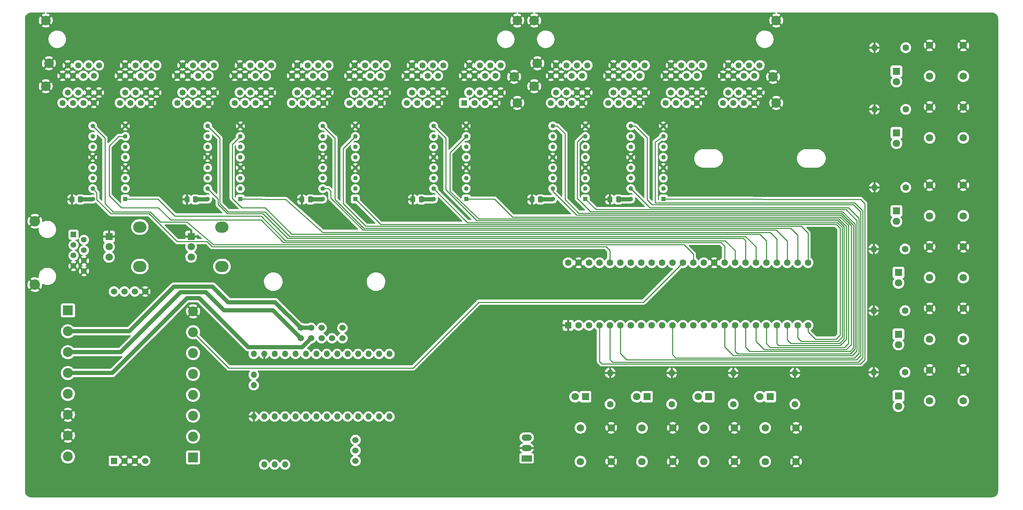
<source format=gbr>
G04 #@! TF.GenerationSoftware,KiCad,Pcbnew,(6.0.5-0)*
G04 #@! TF.CreationDate,2022-06-03T14:00:56-04:00*
G04 #@! TF.ProjectId,CentralBrain,43656e74-7261-46c4-9272-61696e2e6b69,rev?*
G04 #@! TF.SameCoordinates,Original*
G04 #@! TF.FileFunction,Copper,L1,Top*
G04 #@! TF.FilePolarity,Positive*
%FSLAX46Y46*%
G04 Gerber Fmt 4.6, Leading zero omitted, Abs format (unit mm)*
G04 Created by KiCad (PCBNEW (6.0.5-0)) date 2022-06-03 14:00:56*
%MOMM*%
%LPD*%
G01*
G04 APERTURE LIST*
G04 Aperture macros list*
%AMRoundRect*
0 Rectangle with rounded corners*
0 $1 Rounding radius*
0 $2 $3 $4 $5 $6 $7 $8 $9 X,Y pos of 4 corners*
0 Add a 4 corners polygon primitive as box body*
4,1,4,$2,$3,$4,$5,$6,$7,$8,$9,$2,$3,0*
0 Add four circle primitives for the rounded corners*
1,1,$1+$1,$2,$3*
1,1,$1+$1,$4,$5*
1,1,$1+$1,$6,$7*
1,1,$1+$1,$8,$9*
0 Add four rect primitives between the rounded corners*
20,1,$1+$1,$2,$3,$4,$5,0*
20,1,$1+$1,$4,$5,$6,$7,0*
20,1,$1+$1,$6,$7,$8,$9,0*
20,1,$1+$1,$8,$9,$2,$3,0*%
G04 Aperture macros list end*
G04 #@! TA.AperFunction,ComponentPad*
%ADD10C,1.478000*%
G04 #@! TD*
G04 #@! TA.AperFunction,ComponentPad*
%ADD11C,2.355000*%
G04 #@! TD*
G04 #@! TA.AperFunction,ComponentPad*
%ADD12C,1.803400*%
G04 #@! TD*
G04 #@! TA.AperFunction,ComponentPad*
%ADD13C,1.524000*%
G04 #@! TD*
G04 #@! TA.AperFunction,ComponentPad*
%ADD14O,1.524000X1.524000*%
G04 #@! TD*
G04 #@! TA.AperFunction,ComponentPad*
%ADD15C,1.600000*%
G04 #@! TD*
G04 #@! TA.AperFunction,ComponentPad*
%ADD16O,1.600000X1.600000*%
G04 #@! TD*
G04 #@! TA.AperFunction,ComponentPad*
%ADD17R,1.130000X1.130000*%
G04 #@! TD*
G04 #@! TA.AperFunction,ComponentPad*
%ADD18C,1.130000*%
G04 #@! TD*
G04 #@! TA.AperFunction,ComponentPad*
%ADD19R,2.500000X1.500000*%
G04 #@! TD*
G04 #@! TA.AperFunction,ComponentPad*
%ADD20O,2.500000X1.500000*%
G04 #@! TD*
G04 #@! TA.AperFunction,ComponentPad*
%ADD21R,1.800000X1.800000*%
G04 #@! TD*
G04 #@! TA.AperFunction,ComponentPad*
%ADD22C,1.800000*%
G04 #@! TD*
G04 #@! TA.AperFunction,ComponentPad*
%ADD23O,3.240000X2.720000*%
G04 #@! TD*
G04 #@! TA.AperFunction,SMDPad,CuDef*
%ADD24RoundRect,0.250000X0.337500X0.475000X-0.337500X0.475000X-0.337500X-0.475000X0.337500X-0.475000X0*%
G04 #@! TD*
G04 #@! TA.AperFunction,ComponentPad*
%ADD25R,1.530000X1.530000*%
G04 #@! TD*
G04 #@! TA.AperFunction,ComponentPad*
%ADD26C,1.530000*%
G04 #@! TD*
G04 #@! TA.AperFunction,ComponentPad*
%ADD27R,1.600000X1.600000*%
G04 #@! TD*
G04 #@! TA.AperFunction,ComponentPad*
%ADD28R,1.408000X1.408000*%
G04 #@! TD*
G04 #@! TA.AperFunction,ComponentPad*
%ADD29C,1.408000*%
G04 #@! TD*
G04 #@! TA.AperFunction,ComponentPad*
%ADD30C,2.550000*%
G04 #@! TD*
G04 #@! TA.AperFunction,ComponentPad*
%ADD31R,2.400000X2.400000*%
G04 #@! TD*
G04 #@! TA.AperFunction,ComponentPad*
%ADD32C,2.400000*%
G04 #@! TD*
G04 #@! TA.AperFunction,ComponentPad*
%ADD33R,1.478000X1.478000*%
G04 #@! TD*
G04 #@! TA.AperFunction,Conductor*
%ADD34C,1.000000*%
G04 #@! TD*
G04 #@! TA.AperFunction,Conductor*
%ADD35C,0.250000*%
G04 #@! TD*
G04 APERTURE END LIST*
D10*
G04 #@! TO.P,J6,1,1*
G04 #@! TO.N,GND*
X197400000Y-46954000D03*
G04 #@! TO.P,J6,2,2*
X196130000Y-49494000D03*
G04 #@! TO.P,J6,3,3*
X194860000Y-46954000D03*
G04 #@! TO.P,J6,4,4*
G04 #@! TO.N,/B-16*
X193590000Y-49494000D03*
G04 #@! TO.P,J6,5,5*
G04 #@! TO.N,/A-16*
X192320000Y-46954000D03*
G04 #@! TO.P,J6,6,6*
G04 #@! TO.N,/12V_10*
X191050000Y-49494000D03*
G04 #@! TO.P,J6,7,7*
X189780000Y-46954000D03*
G04 #@! TO.P,J6,8,8*
X188510000Y-49494000D03*
G04 #@! TO.P,J6,9,9*
G04 #@! TO.N,GND*
X183430000Y-46954000D03*
G04 #@! TO.P,J6,10,10*
X182160000Y-49494000D03*
G04 #@! TO.P,J6,11,11*
X180890000Y-46954000D03*
G04 #@! TO.P,J6,12,12*
G04 #@! TO.N,/B-19*
X179620000Y-49494000D03*
G04 #@! TO.P,J6,13,13*
G04 #@! TO.N,/A-19*
X178350000Y-46954000D03*
G04 #@! TO.P,J6,14,14*
G04 #@! TO.N,/12V_09*
X177080000Y-49494000D03*
G04 #@! TO.P,J6,15,15*
X175810000Y-46954000D03*
G04 #@! TO.P,J6,16,16*
X174540000Y-49494000D03*
G04 #@! TO.P,J6,17,17*
G04 #@! TO.N,GND*
X169460000Y-46954000D03*
G04 #@! TO.P,J6,18,18*
X168190000Y-49494000D03*
G04 #@! TO.P,J6,19,19*
X166920000Y-46954000D03*
G04 #@! TO.P,J6,20,20*
G04 #@! TO.N,/B-20*
X165650000Y-49494000D03*
G04 #@! TO.P,J6,21,21*
G04 #@! TO.N,/A-20*
X164380000Y-46954000D03*
G04 #@! TO.P,J6,22,22*
G04 #@! TO.N,/12V_08*
X163110000Y-49494000D03*
G04 #@! TO.P,J6,23,23*
X161840000Y-46954000D03*
G04 #@! TO.P,J6,24,24*
X160570000Y-49494000D03*
G04 #@! TO.P,J6,25,25*
G04 #@! TO.N,GND*
X155490000Y-46954000D03*
G04 #@! TO.P,J6,26,26*
X154220000Y-49494000D03*
G04 #@! TO.P,J6,27,27*
X152950000Y-46954000D03*
G04 #@! TO.P,J6,28,28*
G04 #@! TO.N,/B-23*
X151680000Y-49494000D03*
G04 #@! TO.P,J6,29,29*
G04 #@! TO.N,/A-23*
X150410000Y-46954000D03*
G04 #@! TO.P,J6,30,30*
G04 #@! TO.N,/12V_07*
X149140000Y-49494000D03*
G04 #@! TO.P,J6,31,31*
X147870000Y-46954000D03*
G04 #@! TO.P,J6,32,32*
X146600000Y-49494000D03*
G04 #@! TO.P,J6,33,33*
G04 #@! TO.N,/12V_10*
X197400000Y-40350000D03*
G04 #@! TO.P,J6,34,34*
X196130000Y-42890000D03*
G04 #@! TO.P,J6,35,35*
X194860000Y-40350000D03*
G04 #@! TO.P,J6,36,36*
G04 #@! TO.N,/A-17*
X193590000Y-42890000D03*
G04 #@! TO.P,J6,37,37*
G04 #@! TO.N,/B-17*
X192320000Y-40350000D03*
G04 #@! TO.P,J6,38,38*
G04 #@! TO.N,GND*
X191050000Y-42890000D03*
G04 #@! TO.P,J6,39,39*
X189780000Y-40350000D03*
G04 #@! TO.P,J6,40,40*
X188510000Y-42890000D03*
G04 #@! TO.P,J6,41,41*
G04 #@! TO.N,/12V_09*
X183430000Y-40350000D03*
G04 #@! TO.P,J6,42,42*
X182160000Y-42890000D03*
G04 #@! TO.P,J6,43,43*
X180890000Y-40350000D03*
G04 #@! TO.P,J6,44,44*
G04 #@! TO.N,/A-18*
X179620000Y-42890000D03*
G04 #@! TO.P,J6,45,45*
G04 #@! TO.N,/B-18*
X178350000Y-40350000D03*
G04 #@! TO.P,J6,46,46*
G04 #@! TO.N,GND*
X177080000Y-42890000D03*
G04 #@! TO.P,J6,47,47*
X175810000Y-40350000D03*
G04 #@! TO.P,J6,48,48*
X174540000Y-42890000D03*
G04 #@! TO.P,J6,49,49*
G04 #@! TO.N,/12V_08*
X169460000Y-40350000D03*
G04 #@! TO.P,J6,50,50*
X168190000Y-42890000D03*
G04 #@! TO.P,J6,51,51*
X166920000Y-40350000D03*
G04 #@! TO.P,J6,52,52*
G04 #@! TO.N,/A-21*
X165650000Y-42890000D03*
G04 #@! TO.P,J6,53,53*
G04 #@! TO.N,/B-21*
X164380000Y-40350000D03*
G04 #@! TO.P,J6,54,54*
G04 #@! TO.N,GND*
X163110000Y-42890000D03*
G04 #@! TO.P,J6,55,55*
X161840000Y-40350000D03*
G04 #@! TO.P,J6,56,56*
X160570000Y-42890000D03*
G04 #@! TO.P,J6,57,57*
G04 #@! TO.N,/12V_07*
X155490000Y-40350000D03*
G04 #@! TO.P,J6,58,58*
X154220000Y-42890000D03*
G04 #@! TO.P,J6,59,59*
X152950000Y-40350000D03*
G04 #@! TO.P,J6,60,60*
G04 #@! TO.N,/A-22*
X151680000Y-42890000D03*
G04 #@! TO.P,J6,61,61*
G04 #@! TO.N,/B-22*
X150410000Y-40350000D03*
G04 #@! TO.P,J6,62,62*
G04 #@! TO.N,GND*
X149140000Y-42890000D03*
G04 #@! TO.P,J6,63,63*
X147870000Y-40350000D03*
G04 #@! TO.P,J6,64,64*
X146600000Y-42890000D03*
D11*
G04 #@! TO.P,J6,67,SH67*
X201464000Y-29428000D03*
G04 #@! TO.P,J6,68,SH68*
X142536000Y-29428000D03*
G04 #@! TO.P,J6,69,SH69*
X201464000Y-49494000D03*
G04 #@! TO.P,J6,70,SH70*
X200702000Y-43144000D03*
G04 #@! TO.P,J6,71,SH71*
X142536000Y-45430000D03*
G04 #@! TO.P,J6,72,SH72*
X143298000Y-39842000D03*
G04 #@! TD*
D12*
G04 #@! TO.P,J3,1,1*
G04 #@! TO.N,/12V_09*
X238806800Y-57999993D03*
G04 #@! TO.P,J3,2,2*
X247006799Y-57999993D03*
G04 #@! TO.P,J3,3,3*
G04 #@! TO.N,GND*
X238806800Y-50499993D03*
G04 #@! TO.P,J3,4,4*
X247006799Y-50499993D03*
G04 #@! TO.P,J3,5,5*
G04 #@! TO.N,/12V_10*
X238806800Y-42999992D03*
G04 #@! TO.P,J3,6,6*
X247006799Y-42999992D03*
G04 #@! TO.P,J3,7,7*
G04 #@! TO.N,GND*
X238806800Y-35499992D03*
G04 #@! TO.P,J3,8,8*
X247006799Y-35499992D03*
G04 #@! TD*
G04 #@! TO.P,J1,1,1*
G04 #@! TO.N,+12V*
X153776999Y-128581800D03*
G04 #@! TO.P,J1,2,2*
X153776999Y-136781799D03*
G04 #@! TO.P,J1,3,3*
G04 #@! TO.N,GND*
X161276999Y-128581800D03*
G04 #@! TO.P,J1,4,4*
X161276999Y-136781799D03*
G04 #@! TO.P,J1,5,5*
G04 #@! TO.N,/12V_02*
X168776999Y-128581800D03*
G04 #@! TO.P,J1,6,6*
X168776999Y-136781799D03*
G04 #@! TO.P,J1,7,7*
G04 #@! TO.N,GND*
X176276999Y-128581800D03*
G04 #@! TO.P,J1,8,8*
X176276999Y-136781799D03*
G04 #@! TO.P,J1,9,9*
G04 #@! TO.N,/12V_03*
X183777000Y-128581800D03*
G04 #@! TO.P,J1,10,10*
X183777000Y-136781799D03*
G04 #@! TO.P,J1,11,11*
G04 #@! TO.N,GND*
X191277000Y-128581800D03*
G04 #@! TO.P,J1,12,12*
X191277000Y-136781799D03*
G04 #@! TO.P,J1,13,13*
G04 #@! TO.N,/12V_04*
X198777000Y-128581800D03*
G04 #@! TO.P,J1,14,14*
X198777000Y-136781799D03*
G04 #@! TO.P,J1,15,15*
G04 #@! TO.N,GND*
X206277000Y-128581800D03*
G04 #@! TO.P,J1,16,16*
X206277000Y-136781799D03*
G04 #@! TD*
G04 #@! TO.P,J2,1,1*
G04 #@! TO.N,/12V_05*
X238806800Y-121999993D03*
G04 #@! TO.P,J2,2,2*
X247006799Y-121999993D03*
G04 #@! TO.P,J2,3,3*
G04 #@! TO.N,GND*
X238806800Y-114499993D03*
G04 #@! TO.P,J2,4,4*
X247006799Y-114499993D03*
G04 #@! TO.P,J2,5,5*
G04 #@! TO.N,/12V_06*
X238806800Y-106999993D03*
G04 #@! TO.P,J2,6,6*
X247006799Y-106999993D03*
G04 #@! TO.P,J2,7,7*
G04 #@! TO.N,GND*
X238806800Y-99499993D03*
G04 #@! TO.P,J2,8,8*
X247006799Y-99499993D03*
G04 #@! TO.P,J2,9,9*
G04 #@! TO.N,/12V_07*
X238806800Y-91999992D03*
G04 #@! TO.P,J2,10,10*
X247006799Y-91999992D03*
G04 #@! TO.P,J2,11,11*
G04 #@! TO.N,GND*
X238806800Y-84499992D03*
G04 #@! TO.P,J2,12,12*
X247006799Y-84499992D03*
G04 #@! TO.P,J2,13,13*
G04 #@! TO.N,/12V_08*
X238806800Y-76999992D03*
G04 #@! TO.P,J2,14,14*
X247006799Y-76999992D03*
G04 #@! TO.P,J2,15,15*
G04 #@! TO.N,GND*
X238806800Y-69499992D03*
G04 #@! TO.P,J2,16,16*
X247006799Y-69499992D03*
G04 #@! TD*
D13*
G04 #@! TO.P,U5,*
G04 #@! TO.N,*
X95822701Y-104236000D03*
X90742701Y-104236000D03*
D14*
G04 #@! TO.P,U5,1,GND*
G04 #@! TO.N,GND*
X74232701Y-125826000D03*
G04 #@! TO.P,U5,2,0_RX1_CRX2_CS1*
G04 #@! TO.N,unconnected-(U5-Pad2)*
X76772701Y-125826000D03*
G04 #@! TO.P,U5,3,1_TX1_CTX2_MISO1*
G04 #@! TO.N,unconnected-(U5-Pad3)*
X79312701Y-125826000D03*
G04 #@! TO.P,U5,4,2_OUT2*
G04 #@! TO.N,unconnected-(U5-Pad4)*
X81852701Y-125826000D03*
G04 #@! TO.P,U5,5,3_LRCLK2*
G04 #@! TO.N,unconnected-(U5-Pad5)*
X84392701Y-125826000D03*
G04 #@! TO.P,U5,6,4_BCLK2*
G04 #@! TO.N,unconnected-(U5-Pad6)*
X86932701Y-125826000D03*
G04 #@! TO.P,U5,7,5_IN2*
G04 #@! TO.N,unconnected-(U5-Pad7)*
X89472701Y-125826000D03*
G04 #@! TO.P,U5,8,6_OUT1D*
G04 #@! TO.N,unconnected-(U5-Pad8)*
X92012701Y-125826000D03*
G04 #@! TO.P,U5,9,7_RX2_OUT1A*
G04 #@! TO.N,/AUDIO_DIN*
X94552701Y-125826000D03*
G04 #@! TO.P,U5,10,8_TX2_IN1*
G04 #@! TO.N,/AUDIO_DOUT*
X97092701Y-125826000D03*
G04 #@! TO.P,U5,11,9_OUT1C*
G04 #@! TO.N,unconnected-(U5-Pad11)*
X99632701Y-125826000D03*
G04 #@! TO.P,U5,12,10_CS_MQSR*
G04 #@! TO.N,unconnected-(U5-Pad12)*
X102172701Y-125826000D03*
G04 #@! TO.P,U5,13,11_MOSI_CTX1*
G04 #@! TO.N,unconnected-(U5-Pad13)*
X104712701Y-125826000D03*
G04 #@! TO.P,U5,14,12_MISO_MQSL*
G04 #@! TO.N,unconnected-(U5-Pad14)*
X107252701Y-125826000D03*
G04 #@! TO.P,U5,15,MIC*
G04 #@! TO.N,unconnected-(U5-Pad15)*
X74232701Y-115666000D03*
G04 #@! TO.P,U5,16,GND*
G04 #@! TO.N,unconnected-(U5-Pad16)*
X74232701Y-118206000D03*
G04 #@! TO.P,U5,17,13_SCK_CRX1_LED*
G04 #@! TO.N,unconnected-(U5-Pad17)*
X107252701Y-110586000D03*
G04 #@! TO.P,U5,18,14_A0_TX3_SPDIF_OUT*
G04 #@! TO.N,unconnected-(U5-Pad18)*
X104712701Y-110586000D03*
G04 #@! TO.P,U5,19,15_A1_RX3_SPDIF_IN_VOL*
G04 #@! TO.N,unconnected-(U5-Pad19)*
X102172701Y-110586000D03*
G04 #@! TO.P,U5,20,16_A2_RX4_SCL1*
G04 #@! TO.N,unconnected-(U5-Pad20)*
X99632701Y-110586000D03*
G04 #@! TO.P,U5,21,17_A3_TX4_SDA1*
G04 #@! TO.N,unconnected-(U5-Pad21)*
X97092701Y-110586000D03*
G04 #@! TO.P,U5,22,18_A4_SDA0*
G04 #@! TO.N,/AUDIO_SDA*
X94552701Y-110586000D03*
G04 #@! TO.P,U5,23,19_A5_SCL0*
G04 #@! TO.N,/AUDIO_SCL*
X92012701Y-110586000D03*
G04 #@! TO.P,U5,24,20_A6_TX5_LRCLK1*
G04 #@! TO.N,/AUDIO_LRCLK*
X89472701Y-110586000D03*
G04 #@! TO.P,U5,25,21_A7_RX5_BCLK1*
G04 #@! TO.N,/AUDIO_BCLK*
X86932701Y-110586000D03*
G04 #@! TO.P,U5,26,22_A8_CTX1*
G04 #@! TO.N,unconnected-(U5-Pad26)*
X84392701Y-110586000D03*
G04 #@! TO.P,U5,27,23_A9_CRX1_MCLK1*
G04 #@! TO.N,/AUDIO_MCLK*
X81852701Y-110586000D03*
G04 #@! TO.P,U5,28,3V*
G04 #@! TO.N,+3V3*
X79312701Y-110586000D03*
G04 #@! TO.P,U5,29,GND*
G04 #@! TO.N,GND*
X76772701Y-110586000D03*
G04 #@! TO.P,U5,30,5V*
G04 #@! TO.N,unconnected-(U5-Pad30)*
X74232701Y-110586000D03*
D13*
G04 #@! TO.P,U5,31,LINE_OUT_L*
G04 #@! TO.N,unconnected-(U5-Pad31)*
X95822701Y-106776000D03*
G04 #@! TO.P,U5,32,LINE_OUT_GND*
G04 #@! TO.N,unconnected-(U5-Pad32)*
X93282701Y-106776000D03*
G04 #@! TO.P,U5,33,LINE_OUT_R*
G04 #@! TO.N,unconnected-(U5-Pad33)*
X90742701Y-106776000D03*
G04 #@! TO.P,U5,34,LINE_IN_R*
G04 #@! TO.N,/AUDIO_LINE_IN_R*
X88202701Y-106776000D03*
G04 #@! TO.P,U5,35,LINE_IN_L*
G04 #@! TO.N,/AUDIO_LINE_IN_L*
X85662701Y-106776000D03*
G04 #@! TO.P,U5,36,LINE_IN_R_GND*
G04 #@! TO.N,/AUDIO_LINE_IN_GND*
X88202701Y-104236000D03*
G04 #@! TO.P,U5,37,LINE_IN_L_GND*
X85662701Y-104236000D03*
G04 #@! TO.P,U5,38,VOL_GND*
G04 #@! TO.N,unconnected-(U5-Pad38)*
X99023101Y-131518140D03*
G04 #@! TO.P,U5,39,VOL_15_A1*
G04 #@! TO.N,unconnected-(U5-Pad39)*
X99023101Y-134098780D03*
G04 #@! TO.P,U5,40,VOL_3.3V*
G04 #@! TO.N,unconnected-(U5-Pad40)*
X99023101Y-136636240D03*
D14*
G04 #@! TO.P,U5,41,HEADPHONES_L*
G04 #@! TO.N,unconnected-(U5-Pad41)*
X81852701Y-137510000D03*
G04 #@! TO.P,U5,42,HEADPHONES_R*
G04 #@! TO.N,unconnected-(U5-Pad42)*
X79312701Y-137510000D03*
G04 #@! TO.P,U5,43,HEADPHONES_VGND*
G04 #@! TO.N,unconnected-(U5-Pad43)*
X76772701Y-137510000D03*
G04 #@! TD*
D15*
G04 #@! TO.P,R7,1*
G04 #@! TO.N,Net-(D7-Pad1)*
X232810000Y-85051992D03*
D16*
G04 #@! TO.P,R7,2*
G04 #@! TO.N,GND*
X225190000Y-85051992D03*
G04 #@! TD*
D15*
G04 #@! TO.P,R4,1*
G04 #@! TO.N,Net-(D4-Pad1)*
X206000000Y-122810000D03*
D16*
G04 #@! TO.P,R4,2*
G04 #@! TO.N,GND*
X206000000Y-115190000D03*
G04 #@! TD*
D15*
G04 #@! TO.P,R2,1*
G04 #@! TO.N,Net-(D2-Pad1)*
X176000000Y-122810000D03*
D16*
G04 #@! TO.P,R2,2*
G04 #@! TO.N,GND*
X176000000Y-115190000D03*
G04 #@! TD*
D15*
G04 #@! TO.P,R1,1*
G04 #@! TO.N,Net-(D1-Pad1)*
X161000000Y-122810000D03*
D16*
G04 #@! TO.P,R1,2*
G04 #@! TO.N,GND*
X161000000Y-115190000D03*
G04 #@! TD*
D17*
G04 #@! TO.P,U7,1,1A*
G04 #@! TO.N,/LED-04*
X70970000Y-72890000D03*
D18*
G04 #@! TO.P,U7,2,1Y*
G04 #@! TO.N,/A-04*
X70970000Y-70350000D03*
G04 #@! TO.P,U7,3,1Z*
G04 #@! TO.N,/B-04*
X70970000Y-67810000D03*
G04 #@! TO.P,U7,4,G*
G04 #@! TO.N,GND*
X70970000Y-65270000D03*
G04 #@! TO.P,U7,5,2Z*
G04 #@! TO.N,/B-05*
X70970000Y-62730000D03*
G04 #@! TO.P,U7,6,2Y*
G04 #@! TO.N,/A-05*
X70970000Y-60190000D03*
G04 #@! TO.P,U7,7,2A*
G04 #@! TO.N,/LED-05*
X70970000Y-57650000D03*
G04 #@! TO.P,U7,8,GND*
G04 #@! TO.N,GND*
X70970000Y-55110000D03*
G04 #@! TO.P,U7,9,3A*
G04 #@! TO.N,/LED-06*
X63030000Y-55110000D03*
G04 #@! TO.P,U7,10,3Y*
G04 #@! TO.N,/A-06*
X63030000Y-57650000D03*
G04 #@! TO.P,U7,11,3Z*
G04 #@! TO.N,/B-06*
X63030000Y-60190000D03*
G04 #@! TO.P,U7,12,~{G}*
G04 #@! TO.N,GND*
X63030000Y-62730000D03*
G04 #@! TO.P,U7,13,4Z*
G04 #@! TO.N,/B-07*
X63030000Y-65270000D03*
G04 #@! TO.P,U7,14,4Y*
G04 #@! TO.N,/A-07*
X63030000Y-67810000D03*
G04 #@! TO.P,U7,15,4A*
G04 #@! TO.N,/LED-07*
X63030000Y-70350000D03*
G04 #@! TO.P,U7,16,VCC*
G04 #@! TO.N,+5V*
X63030000Y-72890000D03*
G04 #@! TD*
D19*
G04 #@! TO.P,U4,1,Vin*
G04 #@! TO.N,+12V*
X140682500Y-136000000D03*
D20*
G04 #@! TO.P,U4,2,GND*
G04 #@! TO.N,GND*
X140682500Y-133460000D03*
G04 #@! TO.P,U4,3,Vout*
G04 #@! TO.N,+5V*
X140682500Y-130920000D03*
G04 #@! TD*
D17*
G04 #@! TO.P,U11,1,1A*
G04 #@! TO.N,/LED-20*
X154970000Y-72890000D03*
D18*
G04 #@! TO.P,U11,2,1Y*
G04 #@! TO.N,/A-20*
X154970000Y-70350000D03*
G04 #@! TO.P,U11,3,1Z*
G04 #@! TO.N,/B-20*
X154970000Y-67810000D03*
G04 #@! TO.P,U11,4,G*
G04 #@! TO.N,GND*
X154970000Y-65270000D03*
G04 #@! TO.P,U11,5,2Z*
G04 #@! TO.N,/B-21*
X154970000Y-62730000D03*
G04 #@! TO.P,U11,6,2Y*
G04 #@! TO.N,/A-21*
X154970000Y-60190000D03*
G04 #@! TO.P,U11,7,2A*
G04 #@! TO.N,/LED-21*
X154970000Y-57650000D03*
G04 #@! TO.P,U11,8,GND*
G04 #@! TO.N,GND*
X154970000Y-55110000D03*
G04 #@! TO.P,U11,9,3A*
G04 #@! TO.N,/LED-22*
X147030000Y-55110000D03*
G04 #@! TO.P,U11,10,3Y*
G04 #@! TO.N,/A-22*
X147030000Y-57650000D03*
G04 #@! TO.P,U11,11,3Z*
G04 #@! TO.N,/B-22*
X147030000Y-60190000D03*
G04 #@! TO.P,U11,12,~{G}*
G04 #@! TO.N,GND*
X147030000Y-62730000D03*
G04 #@! TO.P,U11,13,4Z*
G04 #@! TO.N,/B-23*
X147030000Y-65270000D03*
G04 #@! TO.P,U11,14,4Y*
G04 #@! TO.N,/A-23*
X147030000Y-67810000D03*
G04 #@! TO.P,U11,15,4A*
G04 #@! TO.N,/LED-23*
X147030000Y-70350000D03*
G04 #@! TO.P,U11,16,VCC*
G04 #@! TO.N,+5V*
X147030000Y-72890000D03*
G04 #@! TD*
D21*
G04 #@! TO.P,D7,1,K*
G04 #@! TO.N,Net-(D7-Pad1)*
X231225000Y-90776992D03*
D22*
G04 #@! TO.P,D7,2,A*
G04 #@! TO.N,/12V_07*
X231225000Y-93316992D03*
G04 #@! TD*
D15*
G04 #@! TO.P,R9,1*
G04 #@! TO.N,Net-(D9-Pad1)*
X233000000Y-51051992D03*
D16*
G04 #@! TO.P,R9,2*
G04 #@! TO.N,GND*
X225380000Y-51051992D03*
G04 #@! TD*
D17*
G04 #@! TO.P,U8,1,1A*
G04 #@! TO.N,/LED-08*
X125970000Y-72890000D03*
D18*
G04 #@! TO.P,U8,2,1Y*
G04 #@! TO.N,/A-08*
X125970000Y-70350000D03*
G04 #@! TO.P,U8,3,1Z*
G04 #@! TO.N,/B-08*
X125970000Y-67810000D03*
G04 #@! TO.P,U8,4,G*
G04 #@! TO.N,GND*
X125970000Y-65270000D03*
G04 #@! TO.P,U8,5,2Z*
G04 #@! TO.N,/B-09*
X125970000Y-62730000D03*
G04 #@! TO.P,U8,6,2Y*
G04 #@! TO.N,/A-09*
X125970000Y-60190000D03*
G04 #@! TO.P,U8,7,2A*
G04 #@! TO.N,/LED-09*
X125970000Y-57650000D03*
G04 #@! TO.P,U8,8,GND*
G04 #@! TO.N,GND*
X125970000Y-55110000D03*
G04 #@! TO.P,U8,9,3A*
G04 #@! TO.N,/LED-10*
X118030000Y-55110000D03*
G04 #@! TO.P,U8,10,3Y*
G04 #@! TO.N,/A-10*
X118030000Y-57650000D03*
G04 #@! TO.P,U8,11,3Z*
G04 #@! TO.N,/B-10*
X118030000Y-60190000D03*
G04 #@! TO.P,U8,12,~{G}*
G04 #@! TO.N,GND*
X118030000Y-62730000D03*
G04 #@! TO.P,U8,13,4Z*
G04 #@! TO.N,/B-11*
X118030000Y-65270000D03*
G04 #@! TO.P,U8,14,4Y*
G04 #@! TO.N,/A-11*
X118030000Y-67810000D03*
G04 #@! TO.P,U8,15,4A*
G04 #@! TO.N,/LED-11*
X118030000Y-70350000D03*
G04 #@! TO.P,U8,16,VCC*
G04 #@! TO.N,+5V*
X118030000Y-72890000D03*
G04 #@! TD*
D21*
G04 #@! TO.P,D3,1,K*
G04 #@! TO.N,Net-(D3-Pad1)*
X185000000Y-121000000D03*
D22*
G04 #@! TO.P,D3,2,A*
G04 #@! TO.N,/12V_03*
X182460000Y-121000000D03*
G04 #@! TD*
D21*
G04 #@! TO.P,D8,1,K*
G04 #@! TO.N,Net-(D8-Pad1)*
X230725000Y-75776992D03*
D22*
G04 #@! TO.P,D8,2,A*
G04 #@! TO.N,/12V_08*
X230725000Y-78316992D03*
G04 #@! TD*
D17*
G04 #@! TO.P,U9,1,1A*
G04 #@! TO.N,/LED-12*
X42970000Y-72890000D03*
D18*
G04 #@! TO.P,U9,2,1Y*
G04 #@! TO.N,/A-12*
X42970000Y-70350000D03*
G04 #@! TO.P,U9,3,1Z*
G04 #@! TO.N,/B-12*
X42970000Y-67810000D03*
G04 #@! TO.P,U9,4,G*
G04 #@! TO.N,GND*
X42970000Y-65270000D03*
G04 #@! TO.P,U9,5,2Z*
G04 #@! TO.N,/B-13*
X42970000Y-62730000D03*
G04 #@! TO.P,U9,6,2Y*
G04 #@! TO.N,/A-13*
X42970000Y-60190000D03*
G04 #@! TO.P,U9,7,2A*
G04 #@! TO.N,/LED-13*
X42970000Y-57650000D03*
G04 #@! TO.P,U9,8,GND*
G04 #@! TO.N,GND*
X42970000Y-55110000D03*
G04 #@! TO.P,U9,9,3A*
G04 #@! TO.N,/LED-14*
X35030000Y-55110000D03*
G04 #@! TO.P,U9,10,3Y*
G04 #@! TO.N,/A-14*
X35030000Y-57650000D03*
G04 #@! TO.P,U9,11,3Z*
G04 #@! TO.N,/B-14*
X35030000Y-60190000D03*
G04 #@! TO.P,U9,12,~{G}*
G04 #@! TO.N,GND*
X35030000Y-62730000D03*
G04 #@! TO.P,U9,13,4Z*
G04 #@! TO.N,/B-15*
X35030000Y-65270000D03*
G04 #@! TO.P,U9,14,4Y*
G04 #@! TO.N,/A-15*
X35030000Y-67810000D03*
G04 #@! TO.P,U9,15,4A*
G04 #@! TO.N,/LED-15*
X35030000Y-70350000D03*
G04 #@! TO.P,U9,16,VCC*
G04 #@! TO.N,+5V*
X35030000Y-72890000D03*
G04 #@! TD*
D15*
G04 #@! TO.P,R10,1*
G04 #@! TO.N,Net-(D10-Pad1)*
X233000000Y-36051992D03*
D16*
G04 #@! TO.P,R10,2*
G04 #@! TO.N,GND*
X225380000Y-36051992D03*
G04 #@! TD*
D23*
G04 #@! TO.P,RV2,*
G04 #@! TO.N,*
X46500000Y-89300000D03*
X46500000Y-79700000D03*
D21*
G04 #@! TO.P,RV2,1,1*
G04 #@! TO.N,GND*
X39000000Y-82000000D03*
D22*
G04 #@! TO.P,RV2,2,2*
G04 #@! TO.N,/POT_WHIPS*
X39000000Y-84500000D03*
G04 #@! TO.P,RV2,3,3*
G04 #@! TO.N,+3V3*
X39000000Y-87000000D03*
G04 #@! TD*
D24*
G04 #@! TO.P,C6,1*
G04 #@! TO.N,+5V*
X163037500Y-73000000D03*
G04 #@! TO.P,C6,2*
G04 #@! TO.N,GND*
X160962500Y-73000000D03*
G04 #@! TD*
D25*
G04 #@! TO.P,U1,1,RO*
G04 #@! TO.N,/RX_KEYPAD*
X40190000Y-136600000D03*
D26*
G04 #@! TO.P,U1,2,~{RE}*
G04 #@! TO.N,GND*
X42730000Y-136600000D03*
G04 #@! TO.P,U1,3,DE*
X45270000Y-136600000D03*
G04 #@! TO.P,U1,4,DI*
G04 #@! TO.N,unconnected-(U1-Pad4)*
X47810000Y-136600000D03*
G04 #@! TO.P,U1,5,GND*
G04 #@! TO.N,GND*
X47810000Y-95380000D03*
G04 #@! TO.P,U1,6,A*
G04 #@! TO.N,Net-(J7-Pad5)*
X45270000Y-95380000D03*
G04 #@! TO.P,U1,7,B*
G04 #@! TO.N,Net-(J7-Pad4)*
X42730000Y-95380000D03*
G04 #@! TO.P,U1,8,VCC*
G04 #@! TO.N,+3V3*
X40190000Y-95380000D03*
G04 #@! TD*
D24*
G04 #@! TO.P,C1,2*
G04 #@! TO.N,GND*
X29962500Y-73000000D03*
G04 #@! TO.P,C1,1*
G04 #@! TO.N,+5V*
X32037500Y-73000000D03*
G04 #@! TD*
D21*
G04 #@! TO.P,D9,1,K*
G04 #@! TO.N,Net-(D9-Pad1)*
X230725000Y-56776992D03*
D22*
G04 #@! TO.P,D9,2,A*
G04 #@! TO.N,/12V_09*
X230725000Y-59316992D03*
G04 #@! TD*
D24*
G04 #@! TO.P,C4,1*
G04 #@! TO.N,+5V*
X144037500Y-73000000D03*
G04 #@! TO.P,C4,2*
G04 #@! TO.N,GND*
X141962500Y-73000000D03*
G04 #@! TD*
D15*
G04 #@! TO.P,R8,1*
G04 #@! TO.N,Net-(D8-Pad1)*
X233000000Y-70051992D03*
D16*
G04 #@! TO.P,R8,2*
G04 #@! TO.N,GND*
X225380000Y-70051992D03*
G04 #@! TD*
D21*
G04 #@! TO.P,D10,1,K*
G04 #@! TO.N,Net-(D10-Pad1)*
X230725000Y-41776992D03*
D22*
G04 #@! TO.P,D10,2,A*
G04 #@! TO.N,/12V_10*
X230725000Y-44316992D03*
G04 #@! TD*
D27*
G04 #@! TO.P,U3,1,GND*
G04 #@! TO.N,GND*
X150790000Y-103620000D03*
D15*
G04 #@! TO.P,U3,2,0_RX1_CRX2_CS1*
G04 #@! TO.N,/RX_KEYPAD*
X153330000Y-103620000D03*
G04 #@! TO.P,U3,3,1_TX1_CTX2_MISO1*
G04 #@! TO.N,/PIN_1*
X155870000Y-103620000D03*
G04 #@! TO.P,U3,4,2_OUT2*
G04 #@! TO.N,/LED-16*
X158410000Y-103620000D03*
G04 #@! TO.P,U3,5,3_LRCLK2*
G04 #@! TO.N,/LED-17*
X160950000Y-103620000D03*
G04 #@! TO.P,U3,6,4_BCLK2*
G04 #@! TO.N,/LED-18*
X163490000Y-103620000D03*
G04 #@! TO.P,U3,7,5_IN2*
G04 #@! TO.N,/PHONE_JACK_SW*
X166030000Y-103620000D03*
G04 #@! TO.P,U3,8,6_OUT1D*
G04 #@! TO.N,/PIN_6*
X168570000Y-103620000D03*
G04 #@! TO.P,U3,9,7_RX2_OUT1A*
G04 #@! TO.N,/AUDIO_DIN*
X171110000Y-103620000D03*
G04 #@! TO.P,U3,10,8_TX2_IN1*
G04 #@! TO.N,/AUDIO_DOUT*
X173650000Y-103620000D03*
G04 #@! TO.P,U3,11,9_OUT1C*
G04 #@! TO.N,/LED-19*
X176190000Y-103620000D03*
G04 #@! TO.P,U3,12,10_CS_MQSR*
G04 #@! TO.N,/PIN_10*
X178730000Y-103620000D03*
G04 #@! TO.P,U3,13,11_MOSI_CTX1*
G04 #@! TO.N,/PIN_11*
X181270000Y-103620000D03*
G04 #@! TO.P,U3,14,12_MISO_MQSL*
G04 #@! TO.N,/PIN_12*
X183810000Y-103620000D03*
G04 #@! TO.P,U3,15,3V3*
G04 #@! TO.N,unconnected-(U3-Pad15)*
X186350000Y-103620000D03*
G04 #@! TO.P,U3,16,24_A10_TX6_SCL2*
G04 #@! TO.N,/LED-20*
X188890000Y-103620000D03*
G04 #@! TO.P,U3,17,25_A11_RX6_SDA2*
G04 #@! TO.N,/LED-21*
X191430000Y-103620000D03*
G04 #@! TO.P,U3,18,26_A12_MOSI1*
G04 #@! TO.N,/LED-22*
X193970000Y-103620000D03*
G04 #@! TO.P,U3,19,27_A13_SCK1*
G04 #@! TO.N,/LED-23*
X196510000Y-103620000D03*
G04 #@! TO.P,U3,20,28_RX7*
G04 #@! TO.N,/LED-08*
X199050000Y-103620000D03*
G04 #@! TO.P,U3,21,29_TX7*
G04 #@! TO.N,/LED-09*
X201590000Y-103620000D03*
G04 #@! TO.P,U3,22,30_CRX3*
G04 #@! TO.N,/LED-10*
X204130000Y-103620000D03*
G04 #@! TO.P,U3,23,31_CTX3*
G04 #@! TO.N,/LED-11*
X206670000Y-103620000D03*
G04 #@! TO.P,U3,24,32_OUT1B*
G04 #@! TO.N,/LED-00*
X209210000Y-103620000D03*
G04 #@! TO.P,U3,25,33_MCLK2*
G04 #@! TO.N,/LED-01*
X209210000Y-88380000D03*
G04 #@! TO.P,U3,26,34_RX8*
G04 #@! TO.N,/LED-02*
X206670000Y-88380000D03*
G04 #@! TO.P,U3,27,35_TX8*
G04 #@! TO.N,/LED-03*
X204130000Y-88380000D03*
G04 #@! TO.P,U3,28,36_CS*
G04 #@! TO.N,/LED-04*
X201590000Y-88380000D03*
G04 #@! TO.P,U3,29,37_CS*
G04 #@! TO.N,/LED-05*
X199050000Y-88380000D03*
G04 #@! TO.P,U3,30,38_CS1_IN1*
G04 #@! TO.N,/LED-06*
X196510000Y-88380000D03*
G04 #@! TO.P,U3,31,39_MISO1_OUT1A*
G04 #@! TO.N,/LED-07*
X193970000Y-88380000D03*
G04 #@! TO.P,U3,32,40_A16*
G04 #@! TO.N,/LED-12*
X191430000Y-88380000D03*
G04 #@! TO.P,U3,33,41_A17*
G04 #@! TO.N,/LED-13*
X188890000Y-88380000D03*
G04 #@! TO.P,U3,34,GND*
G04 #@! TO.N,GND*
X186350000Y-88380000D03*
G04 #@! TO.P,U3,35,13_SCK_LED*
G04 #@! TO.N,unconnected-(U3-Pad35)*
X183810000Y-88380000D03*
G04 #@! TO.P,U3,36,14_A0_TX3_SPDIF_OUT*
G04 #@! TO.N,/LED-14*
X181270000Y-88380000D03*
G04 #@! TO.P,U3,37,15_A1_RX3_SPDIF_IN*
G04 #@! TO.N,/PIN_15*
X178730000Y-88380000D03*
G04 #@! TO.P,U3,38,16_A2_RX4_SCL1*
G04 #@! TO.N,/POT_WHIPS*
X176190000Y-88380000D03*
G04 #@! TO.P,U3,39,17_A3_TX4_SDA1*
G04 #@! TO.N,/POT_ANTENNA*
X173650000Y-88380000D03*
G04 #@! TO.P,U3,40,18_A4_SDA*
G04 #@! TO.N,/AUDIO_SDA*
X171110000Y-88380000D03*
G04 #@! TO.P,U3,41,19_A5_SCL*
G04 #@! TO.N,/AUDIO_SCL*
X168570000Y-88380000D03*
G04 #@! TO.P,U3,42,20_A6_TX5_LRCLK1*
G04 #@! TO.N,/AUDIO_LRCLK*
X166030000Y-88380000D03*
G04 #@! TO.P,U3,43,21_A7_RX5_BCLK1*
G04 #@! TO.N,/AUDIO_BCLK*
X163490000Y-88380000D03*
G04 #@! TO.P,U3,44,22_A8_CTX1*
G04 #@! TO.N,/LED-15*
X160950000Y-88380000D03*
G04 #@! TO.P,U3,45,23_A9_CRX1_MCLK1*
G04 #@! TO.N,/AUDIO_MCLK*
X158410000Y-88380000D03*
G04 #@! TO.P,U3,46,3V3*
G04 #@! TO.N,+3V3*
X155870000Y-88380000D03*
G04 #@! TO.P,U3,47,GND*
G04 #@! TO.N,GND*
X153330000Y-88380000D03*
G04 #@! TO.P,U3,48,VIN*
G04 #@! TO.N,+5V*
X150790000Y-88380000D03*
G04 #@! TD*
D21*
G04 #@! TO.P,D4,1,K*
G04 #@! TO.N,Net-(D4-Pad1)*
X200000000Y-121000000D03*
D22*
G04 #@! TO.P,D4,2,A*
G04 #@! TO.N,/12V_04*
X197460000Y-121000000D03*
G04 #@! TD*
D17*
G04 #@! TO.P,U10,1,1A*
G04 #@! TO.N,/LED-16*
X173970000Y-72890000D03*
D18*
G04 #@! TO.P,U10,2,1Y*
G04 #@! TO.N,/A-16*
X173970000Y-70350000D03*
G04 #@! TO.P,U10,3,1Z*
G04 #@! TO.N,/B-16*
X173970000Y-67810000D03*
G04 #@! TO.P,U10,4,G*
G04 #@! TO.N,GND*
X173970000Y-65270000D03*
G04 #@! TO.P,U10,5,2Z*
G04 #@! TO.N,/B-17*
X173970000Y-62730000D03*
G04 #@! TO.P,U10,6,2Y*
G04 #@! TO.N,/A-17*
X173970000Y-60190000D03*
G04 #@! TO.P,U10,7,2A*
G04 #@! TO.N,/LED-17*
X173970000Y-57650000D03*
G04 #@! TO.P,U10,8,GND*
G04 #@! TO.N,GND*
X173970000Y-55110000D03*
G04 #@! TO.P,U10,9,3A*
G04 #@! TO.N,/LED-18*
X166030000Y-55110000D03*
G04 #@! TO.P,U10,10,3Y*
G04 #@! TO.N,/A-18*
X166030000Y-57650000D03*
G04 #@! TO.P,U10,11,3Z*
G04 #@! TO.N,/B-18*
X166030000Y-60190000D03*
G04 #@! TO.P,U10,12,~{G}*
G04 #@! TO.N,GND*
X166030000Y-62730000D03*
G04 #@! TO.P,U10,13,4Z*
G04 #@! TO.N,/B-19*
X166030000Y-65270000D03*
G04 #@! TO.P,U10,14,4Y*
G04 #@! TO.N,/A-19*
X166030000Y-67810000D03*
G04 #@! TO.P,U10,15,4A*
G04 #@! TO.N,/LED-19*
X166030000Y-70350000D03*
G04 #@! TO.P,U10,16,VCC*
G04 #@! TO.N,+5V*
X166030000Y-72890000D03*
G04 #@! TD*
D24*
G04 #@! TO.P,C3,1*
G04 #@! TO.N,+5V*
X60037500Y-73000000D03*
G04 #@! TO.P,C3,2*
G04 #@! TO.N,GND*
X57962500Y-73000000D03*
G04 #@! TD*
D21*
G04 #@! TO.P,D1,1,K*
G04 #@! TO.N,Net-(D1-Pad1)*
X155000000Y-121000000D03*
D22*
G04 #@! TO.P,D1,2,A*
G04 #@! TO.N,+12V*
X152460000Y-121000000D03*
G04 #@! TD*
D21*
G04 #@! TO.P,D5,1,K*
G04 #@! TO.N,Net-(D5-Pad1)*
X231225000Y-120776992D03*
D22*
G04 #@! TO.P,D5,2,A*
G04 #@! TO.N,/12V_05*
X231225000Y-123316992D03*
G04 #@! TD*
D28*
G04 #@! TO.P,J7,1*
G04 #@! TO.N,+12V*
X30350000Y-81555000D03*
D29*
G04 #@! TO.P,J7,2*
X32890000Y-82825000D03*
G04 #@! TO.P,J7,3*
X30350000Y-84095000D03*
G04 #@! TO.P,J7,4*
G04 #@! TO.N,Net-(J7-Pad4)*
X32890000Y-85365000D03*
G04 #@! TO.P,J7,5*
G04 #@! TO.N,Net-(J7-Pad5)*
X30350000Y-86635000D03*
G04 #@! TO.P,J7,6*
G04 #@! TO.N,GND*
X32890000Y-87905000D03*
G04 #@! TO.P,J7,7*
X30350000Y-89175000D03*
G04 #@! TO.P,J7,8*
X32890000Y-90445000D03*
D30*
G04 #@! TO.P,J7,S1*
X20950000Y-78285000D03*
G04 #@! TO.P,J7,S2*
X20950000Y-93715000D03*
G04 #@! TD*
D23*
G04 #@! TO.P,RV1,*
G04 #@! TO.N,*
X66500000Y-79700000D03*
X66500000Y-89300000D03*
D21*
G04 #@! TO.P,RV1,1,1*
G04 #@! TO.N,GND*
X59000000Y-82000000D03*
D22*
G04 #@! TO.P,RV1,2,2*
G04 #@! TO.N,/POT_ANTENNA*
X59000000Y-84500000D03*
G04 #@! TO.P,RV1,3,3*
G04 #@! TO.N,+3V3*
X59000000Y-87000000D03*
G04 #@! TD*
D31*
G04 #@! TO.P,J4,1,Pin_1*
G04 #@! TO.N,+5V*
X59462500Y-135780000D03*
D32*
G04 #@! TO.P,J4,2,Pin_2*
G04 #@! TO.N,/PIN_1*
X59462500Y-130700000D03*
G04 #@! TO.P,J4,3,Pin_3*
G04 #@! TO.N,/PIN_6*
X59462500Y-125620000D03*
G04 #@! TO.P,J4,4,Pin_4*
G04 #@! TO.N,/PIN_10*
X59462500Y-120540000D03*
G04 #@! TO.P,J4,5,Pin_5*
G04 #@! TO.N,/PIN_11*
X59462500Y-115460000D03*
G04 #@! TO.P,J4,6,Pin_6*
G04 #@! TO.N,/PIN_12*
X59462500Y-110380000D03*
G04 #@! TO.P,J4,7,Pin_7*
G04 #@! TO.N,/PIN_15*
X59462500Y-105300000D03*
G04 #@! TO.P,J4,8,Pin_8*
G04 #@! TO.N,GND*
X59462500Y-100220000D03*
G04 #@! TD*
D15*
G04 #@! TO.P,R3,1*
G04 #@! TO.N,Net-(D3-Pad1)*
X191000000Y-122810000D03*
D16*
G04 #@! TO.P,R3,2*
G04 #@! TO.N,GND*
X191000000Y-115190000D03*
G04 #@! TD*
D31*
G04 #@! TO.P,J8,1,Pin_1*
G04 #@! TO.N,+3V3*
X29000000Y-100000000D03*
D32*
G04 #@! TO.P,J8,2,Pin_2*
G04 #@! TO.N,/AUDIO_LINE_IN_GND*
X29000000Y-105080000D03*
G04 #@! TO.P,J8,3,Pin_3*
G04 #@! TO.N,/AUDIO_LINE_IN_L*
X29000000Y-110160000D03*
G04 #@! TO.P,J8,4,Pin_4*
G04 #@! TO.N,/AUDIO_LINE_IN_R*
X29000000Y-115240000D03*
G04 #@! TO.P,J8,5,Pin_5*
G04 #@! TO.N,/PHONE_JACK_SW*
X29000000Y-120320000D03*
G04 #@! TO.P,J8,6,Pin_6*
G04 #@! TO.N,GND*
X29000000Y-125400000D03*
G04 #@! TO.P,J8,7,Pin_7*
X29000000Y-130480000D03*
G04 #@! TO.P,J8,8,Pin_8*
G04 #@! TO.N,+5V*
X29000000Y-135560000D03*
G04 #@! TD*
D21*
G04 #@! TO.P,D6,1,K*
G04 #@! TO.N,Net-(D6-Pad1)*
X231225000Y-105776992D03*
D22*
G04 #@! TO.P,D6,2,A*
G04 #@! TO.N,/12V_06*
X231225000Y-108316992D03*
G04 #@! TD*
D24*
G04 #@! TO.P,C2,1*
G04 #@! TO.N,+5V*
X88037500Y-73000000D03*
G04 #@! TO.P,C2,2*
G04 #@! TO.N,GND*
X85962500Y-73000000D03*
G04 #@! TD*
D15*
G04 #@! TO.P,R6,1*
G04 #@! TO.N,Net-(D6-Pad1)*
X232810000Y-100051992D03*
D16*
G04 #@! TO.P,R6,2*
G04 #@! TO.N,GND*
X225190000Y-100051992D03*
G04 #@! TD*
D15*
G04 #@! TO.P,R5,1*
G04 #@! TO.N,Net-(D5-Pad1)*
X232810000Y-115051992D03*
D16*
G04 #@! TO.P,R5,2*
G04 #@! TO.N,GND*
X225190000Y-115051992D03*
G04 #@! TD*
D17*
G04 #@! TO.P,U6,1,1A*
G04 #@! TO.N,/LED-00*
X98970000Y-72890000D03*
D18*
G04 #@! TO.P,U6,2,1Y*
G04 #@! TO.N,/A-00*
X98970000Y-70350000D03*
G04 #@! TO.P,U6,3,1Z*
G04 #@! TO.N,/B-00*
X98970000Y-67810000D03*
G04 #@! TO.P,U6,4,G*
G04 #@! TO.N,GND*
X98970000Y-65270000D03*
G04 #@! TO.P,U6,5,2Z*
G04 #@! TO.N,/B-01*
X98970000Y-62730000D03*
G04 #@! TO.P,U6,6,2Y*
G04 #@! TO.N,/A-01*
X98970000Y-60190000D03*
G04 #@! TO.P,U6,7,2A*
G04 #@! TO.N,/LED-01*
X98970000Y-57650000D03*
G04 #@! TO.P,U6,8,GND*
G04 #@! TO.N,GND*
X98970000Y-55110000D03*
G04 #@! TO.P,U6,9,3A*
G04 #@! TO.N,/LED-02*
X91030000Y-55110000D03*
G04 #@! TO.P,U6,10,3Y*
G04 #@! TO.N,/A-02*
X91030000Y-57650000D03*
G04 #@! TO.P,U6,11,3Z*
G04 #@! TO.N,/B-02*
X91030000Y-60190000D03*
G04 #@! TO.P,U6,12,~{G}*
G04 #@! TO.N,GND*
X91030000Y-62730000D03*
G04 #@! TO.P,U6,13,4Z*
G04 #@! TO.N,/B-03*
X91030000Y-65270000D03*
G04 #@! TO.P,U6,14,4Y*
G04 #@! TO.N,/A-03*
X91030000Y-67810000D03*
G04 #@! TO.P,U6,15,4A*
G04 #@! TO.N,/LED-03*
X91030000Y-70350000D03*
G04 #@! TO.P,U6,16,VCC*
G04 #@! TO.N,+5V*
X91030000Y-72890000D03*
G04 #@! TD*
D21*
G04 #@! TO.P,D2,1,K*
G04 #@! TO.N,Net-(D2-Pad1)*
X170000000Y-121000000D03*
D22*
G04 #@! TO.P,D2,2,A*
G04 #@! TO.N,/12V_02*
X167460000Y-121000000D03*
G04 #@! TD*
D33*
G04 #@! TO.P,J5,1,1*
G04 #@! TO.N,/12V_06*
X125450000Y-49490000D03*
D10*
G04 #@! TO.P,J5,2,2*
X126720000Y-46950000D03*
G04 #@! TO.P,J5,3,3*
X127990000Y-49490000D03*
G04 #@! TO.P,J5,4,4*
G04 #@! TO.N,/A-08*
X129260000Y-46950000D03*
G04 #@! TO.P,J5,5,5*
G04 #@! TO.N,/B-08*
X130530000Y-49490000D03*
G04 #@! TO.P,J5,6,6*
G04 #@! TO.N,GND*
X131800000Y-46950000D03*
G04 #@! TO.P,J5,7,7*
X133070000Y-49490000D03*
G04 #@! TO.P,J5,8,8*
X134340000Y-46950000D03*
G04 #@! TO.P,J5,9,1*
G04 #@! TO.N,/12V_05*
X111480000Y-49490000D03*
G04 #@! TO.P,J5,10,2*
X112750000Y-46950000D03*
G04 #@! TO.P,J5,11,3*
X114020000Y-49490000D03*
G04 #@! TO.P,J5,12,4*
G04 #@! TO.N,/A-11*
X115290000Y-46950000D03*
G04 #@! TO.P,J5,13,5*
G04 #@! TO.N,/B-11*
X116560000Y-49490000D03*
G04 #@! TO.P,J5,14,6*
G04 #@! TO.N,GND*
X117830000Y-46950000D03*
G04 #@! TO.P,J5,15,7*
X119100000Y-49490000D03*
G04 #@! TO.P,J5,16,8*
X120370000Y-46950000D03*
G04 #@! TO.P,J5,17,1*
G04 #@! TO.N,/12V_04*
X97510000Y-49490000D03*
G04 #@! TO.P,J5,18,2*
X98780000Y-46950000D03*
G04 #@! TO.P,J5,19,3*
X100050000Y-49490000D03*
G04 #@! TO.P,J5,20,4*
G04 #@! TO.N,/A-00*
X101320000Y-46950000D03*
G04 #@! TO.P,J5,21,5*
G04 #@! TO.N,/B-00*
X102590000Y-49490000D03*
G04 #@! TO.P,J5,22,6*
G04 #@! TO.N,GND*
X103860000Y-46950000D03*
G04 #@! TO.P,J5,23,7*
X105130000Y-49490000D03*
G04 #@! TO.P,J5,24,8*
X106400000Y-46950000D03*
G04 #@! TO.P,J5,25,1*
G04 #@! TO.N,/12V_03*
X83540000Y-49490000D03*
G04 #@! TO.P,J5,26,2*
X84810000Y-46950000D03*
G04 #@! TO.P,J5,27,3*
X86080000Y-49490000D03*
G04 #@! TO.P,J5,28,4*
G04 #@! TO.N,/A-03*
X87350000Y-46950000D03*
G04 #@! TO.P,J5,29,5*
G04 #@! TO.N,/B-03*
X88620000Y-49490000D03*
G04 #@! TO.P,J5,30,6*
G04 #@! TO.N,GND*
X89890000Y-46950000D03*
G04 #@! TO.P,J5,31,7*
X91160000Y-49490000D03*
G04 #@! TO.P,J5,32,8*
X92430000Y-46950000D03*
G04 #@! TO.P,J5,33,1*
G04 #@! TO.N,/12V_03*
X69570000Y-49490000D03*
G04 #@! TO.P,J5,34,2*
X70840000Y-46950000D03*
G04 #@! TO.P,J5,35,3*
X72110000Y-49490000D03*
G04 #@! TO.P,J5,36,4*
G04 #@! TO.N,/A-04*
X73380000Y-46950000D03*
G04 #@! TO.P,J5,37,5*
G04 #@! TO.N,/B-04*
X74650000Y-49490000D03*
G04 #@! TO.P,J5,38,6*
G04 #@! TO.N,GND*
X75920000Y-46950000D03*
G04 #@! TO.P,J5,39,7*
X77190000Y-49490000D03*
G04 #@! TO.P,J5,40,8*
X78460000Y-46950000D03*
G04 #@! TO.P,J5,41,1*
G04 #@! TO.N,/12V_02*
X55600000Y-49490000D03*
G04 #@! TO.P,J5,42,2*
X56870000Y-46950000D03*
G04 #@! TO.P,J5,43,3*
X58140000Y-49490000D03*
G04 #@! TO.P,J5,44,4*
G04 #@! TO.N,/A-07*
X59410000Y-46950000D03*
G04 #@! TO.P,J5,45,5*
G04 #@! TO.N,/B-07*
X60680000Y-49490000D03*
G04 #@! TO.P,J5,46,6*
G04 #@! TO.N,GND*
X61950000Y-46950000D03*
G04 #@! TO.P,J5,47,7*
X63220000Y-49490000D03*
G04 #@! TO.P,J5,48,8*
X64490000Y-46950000D03*
G04 #@! TO.P,J5,49,1*
G04 #@! TO.N,+12V*
X41630000Y-49490000D03*
G04 #@! TO.P,J5,50,2*
X42900000Y-46950000D03*
G04 #@! TO.P,J5,51,3*
X44170000Y-49490000D03*
G04 #@! TO.P,J5,52,4*
G04 #@! TO.N,/A-12*
X45440000Y-46950000D03*
G04 #@! TO.P,J5,53,5*
G04 #@! TO.N,/B-12*
X46710000Y-49490000D03*
G04 #@! TO.P,J5,54,6*
G04 #@! TO.N,GND*
X47980000Y-46950000D03*
G04 #@! TO.P,J5,55,7*
X49250000Y-49490000D03*
G04 #@! TO.P,J5,56,8*
X50520000Y-46950000D03*
G04 #@! TO.P,J5,57,1*
G04 #@! TO.N,+12V*
X27660000Y-49490000D03*
G04 #@! TO.P,J5,58,2*
X28930000Y-46950000D03*
G04 #@! TO.P,J5,59,3*
X30200000Y-49490000D03*
G04 #@! TO.P,J5,60,4*
G04 #@! TO.N,/A-15*
X31470000Y-46950000D03*
G04 #@! TO.P,J5,61,5*
G04 #@! TO.N,/B-15*
X32740000Y-49490000D03*
G04 #@! TO.P,J5,62,6*
G04 #@! TO.N,GND*
X34010000Y-46950000D03*
G04 #@! TO.P,J5,63,7*
X35280000Y-49490000D03*
G04 #@! TO.P,J5,64,8*
X36550000Y-46950000D03*
G04 #@! TO.P,J5,65,1*
G04 #@! TO.N,/12V_06*
X134340000Y-40350000D03*
G04 #@! TO.P,J5,66,2*
X133070000Y-42890000D03*
G04 #@! TO.P,J5,67,3*
X131800000Y-40350000D03*
G04 #@! TO.P,J5,68,4*
G04 #@! TO.N,/A-09*
X130530000Y-42890000D03*
G04 #@! TO.P,J5,69,5*
G04 #@! TO.N,/B-09*
X129260000Y-40350000D03*
G04 #@! TO.P,J5,70,6*
G04 #@! TO.N,GND*
X127990000Y-42890000D03*
G04 #@! TO.P,J5,71,7*
X126720000Y-40350000D03*
G04 #@! TO.P,J5,72,8*
X125450000Y-42890000D03*
G04 #@! TO.P,J5,73,1*
G04 #@! TO.N,/12V_05*
X120370000Y-40350000D03*
G04 #@! TO.P,J5,74,2*
X119100000Y-42890000D03*
G04 #@! TO.P,J5,75,3*
X117830000Y-40350000D03*
G04 #@! TO.P,J5,76,4*
G04 #@! TO.N,/A-10*
X116560000Y-42890000D03*
G04 #@! TO.P,J5,77,5*
G04 #@! TO.N,/B-10*
X115290000Y-40350000D03*
G04 #@! TO.P,J5,78,6*
G04 #@! TO.N,GND*
X114020000Y-42890000D03*
G04 #@! TO.P,J5,79,7*
X112750000Y-40350000D03*
G04 #@! TO.P,J5,80,8*
X111480000Y-42890000D03*
G04 #@! TO.P,J5,81,1*
G04 #@! TO.N,/12V_04*
X106400000Y-40350000D03*
G04 #@! TO.P,J5,82,2*
X105130000Y-42890000D03*
G04 #@! TO.P,J5,83,3*
X103860000Y-40350000D03*
G04 #@! TO.P,J5,84,4*
G04 #@! TO.N,/A-01*
X102590000Y-42890000D03*
G04 #@! TO.P,J5,85,5*
G04 #@! TO.N,/B-01*
X101320000Y-40350000D03*
G04 #@! TO.P,J5,86,6*
G04 #@! TO.N,GND*
X100050000Y-42890000D03*
G04 #@! TO.P,J5,87,7*
X98780000Y-40350000D03*
G04 #@! TO.P,J5,88,8*
X97510000Y-42890000D03*
G04 #@! TO.P,J5,89,1*
G04 #@! TO.N,/12V_04*
X92430000Y-40350000D03*
G04 #@! TO.P,J5,90,2*
X91160000Y-42890000D03*
G04 #@! TO.P,J5,91,3*
X89890000Y-40350000D03*
G04 #@! TO.P,J5,92,4*
G04 #@! TO.N,/A-02*
X88620000Y-42890000D03*
G04 #@! TO.P,J5,93,5*
G04 #@! TO.N,/B-02*
X87350000Y-40350000D03*
G04 #@! TO.P,J5,94,6*
G04 #@! TO.N,GND*
X86080000Y-42890000D03*
G04 #@! TO.P,J5,95,7*
X84810000Y-40350000D03*
G04 #@! TO.P,J5,96,8*
X83540000Y-42890000D03*
G04 #@! TO.P,J5,97,1*
G04 #@! TO.N,/12V_03*
X78460000Y-40350000D03*
G04 #@! TO.P,J5,98,2*
X77190000Y-42890000D03*
G04 #@! TO.P,J5,99,3*
X75920000Y-40350000D03*
G04 #@! TO.P,J5,100,4*
G04 #@! TO.N,/A-05*
X74650000Y-42890000D03*
G04 #@! TO.P,J5,101,5*
G04 #@! TO.N,/B-05*
X73380000Y-40350000D03*
G04 #@! TO.P,J5,102,6*
G04 #@! TO.N,GND*
X72110000Y-42890000D03*
G04 #@! TO.P,J5,103,7*
X70840000Y-40350000D03*
G04 #@! TO.P,J5,104,8*
X69570000Y-42890000D03*
G04 #@! TO.P,J5,105,1*
G04 #@! TO.N,/12V_02*
X64490000Y-40350000D03*
G04 #@! TO.P,J5,106,2*
X63220000Y-42890000D03*
G04 #@! TO.P,J5,107,3*
X61950000Y-40350000D03*
G04 #@! TO.P,J5,108,4*
G04 #@! TO.N,/A-06*
X60680000Y-42890000D03*
G04 #@! TO.P,J5,109,5*
G04 #@! TO.N,/B-06*
X59410000Y-40350000D03*
G04 #@! TO.P,J5,110,6*
G04 #@! TO.N,GND*
X58140000Y-42890000D03*
G04 #@! TO.P,J5,111,7*
X56870000Y-40350000D03*
G04 #@! TO.P,J5,112,8*
X55600000Y-42890000D03*
G04 #@! TO.P,J5,113,1*
G04 #@! TO.N,/12V_02*
X50520000Y-40350000D03*
G04 #@! TO.P,J5,114,2*
X49250000Y-42890000D03*
G04 #@! TO.P,J5,115,3*
X47980000Y-40350000D03*
G04 #@! TO.P,J5,116,4*
G04 #@! TO.N,/A-13*
X46710000Y-42890000D03*
G04 #@! TO.P,J5,117,5*
G04 #@! TO.N,/B-13*
X45440000Y-40350000D03*
G04 #@! TO.P,J5,118,6*
G04 #@! TO.N,GND*
X44170000Y-42890000D03*
G04 #@! TO.P,J5,119,7*
X42900000Y-40350000D03*
G04 #@! TO.P,J5,120,8*
X41630000Y-42890000D03*
G04 #@! TO.P,J5,121,1*
G04 #@! TO.N,+12V*
X36550000Y-40350000D03*
G04 #@! TO.P,J5,122,2*
X35280000Y-42890000D03*
G04 #@! TO.P,J5,123,3*
X34010000Y-40350000D03*
G04 #@! TO.P,J5,124,4*
G04 #@! TO.N,/A-14*
X32740000Y-42890000D03*
G04 #@! TO.P,J5,125,5*
G04 #@! TO.N,/B-14*
X31470000Y-40350000D03*
G04 #@! TO.P,J5,126,6*
G04 #@! TO.N,GND*
X30200000Y-42890000D03*
G04 #@! TO.P,J5,127,7*
X28930000Y-40350000D03*
G04 #@! TO.P,J5,128,8*
X27660000Y-42890000D03*
D11*
G04 #@! TO.P,J5,SH1,SHIELD*
X138400000Y-49490000D03*
G04 #@! TO.P,J5,SH2,SHIELD*
X137640000Y-43140000D03*
G04 #@! TO.P,J5,SH3,SHIELD*
X138400000Y-29430000D03*
G04 #@! TO.P,J5,SH4,SHIELD*
X23600000Y-45430000D03*
G04 #@! TO.P,J5,SH5,SHIELD*
X24360000Y-39840000D03*
G04 #@! TO.P,J5,SH6,SHIELD*
X23600000Y-29430000D03*
G04 #@! TD*
D24*
G04 #@! TO.P,C5,1*
G04 #@! TO.N,+5V*
X115037500Y-73000000D03*
G04 #@! TO.P,C5,2*
G04 #@! TO.N,GND*
X112962500Y-73000000D03*
G04 #@! TD*
D34*
G04 #@! TO.N,+5V*
X117920000Y-73000000D02*
X118030000Y-72890000D01*
X32037500Y-73000000D02*
X34920000Y-73000000D01*
X163037500Y-73000000D02*
X165920000Y-73000000D01*
X115037500Y-73000000D02*
X117920000Y-73000000D01*
X144037500Y-73000000D02*
X146920000Y-73000000D01*
X146920000Y-73000000D02*
X147030000Y-72890000D01*
X90920000Y-73000000D02*
X91030000Y-72890000D01*
X34920000Y-73000000D02*
X35030000Y-72890000D01*
X165920000Y-73000000D02*
X166030000Y-72890000D01*
X62920000Y-73000000D02*
X63030000Y-72890000D01*
X88037500Y-73000000D02*
X90920000Y-73000000D01*
X60037500Y-73000000D02*
X62920000Y-73000000D01*
D35*
G04 #@! TO.N,/PIN_15*
X113000000Y-114000000D02*
X68162500Y-114000000D01*
X169110000Y-98000000D02*
X129000000Y-98000000D01*
X129000000Y-98000000D02*
X113000000Y-114000000D01*
X68162500Y-114000000D02*
X59462500Y-105300000D01*
X178730000Y-88380000D02*
X169110000Y-98000000D01*
D34*
G04 #@! TO.N,/AUDIO_LINE_IN_GND*
X68000000Y-98000000D02*
X79426701Y-98000000D01*
X64200960Y-94200960D02*
X68000000Y-98000000D01*
X85662701Y-104236000D02*
X88202701Y-104236000D01*
X43920000Y-105080000D02*
X54799040Y-94200960D01*
X54799040Y-94200960D02*
X64200960Y-94200960D01*
X29000000Y-105080000D02*
X43920000Y-105080000D01*
X79426701Y-98000000D02*
X85662701Y-104236000D01*
G04 #@! TO.N,/AUDIO_LINE_IN_L*
X56399520Y-95600480D02*
X62600480Y-95600480D01*
X41840000Y-110160000D02*
X56399520Y-95600480D01*
X67000000Y-100000000D02*
X78886701Y-100000000D01*
X62600480Y-95600480D02*
X67000000Y-100000000D01*
X29000000Y-110160000D02*
X41840000Y-110160000D01*
X78886701Y-100000000D02*
X85662701Y-106776000D01*
G04 #@! TO.N,/AUDIO_LINE_IN_R*
X61000000Y-97000000D02*
X72924489Y-108924489D01*
X86054212Y-108924489D02*
X88202701Y-106776000D01*
X58000000Y-97000000D02*
X61000000Y-97000000D01*
X72924489Y-108924489D02*
X86054212Y-108924489D01*
X29000000Y-115240000D02*
X39760000Y-115240000D01*
X39760000Y-115240000D02*
X58000000Y-97000000D01*
D35*
G04 #@! TO.N,/LED-01*
X209210000Y-88380000D02*
X209210000Y-81210000D01*
X101495200Y-79495200D02*
X96000000Y-74000000D01*
X96000000Y-60620000D02*
X98970000Y-57650000D01*
X96000000Y-74000000D02*
X96000000Y-60620000D01*
X209210000Y-81210000D02*
X207495200Y-79495200D01*
X207495200Y-79495200D02*
X101495200Y-79495200D01*
G04 #@! TO.N,/LED-02*
X206670000Y-88380000D02*
X206670000Y-81670000D01*
X94000000Y-73000000D02*
X94000000Y-58000000D01*
X206670000Y-81670000D02*
X205000000Y-80000000D01*
X205000000Y-80000000D02*
X101000000Y-80000000D01*
X94000000Y-58000000D02*
X93920000Y-58000000D01*
X93920000Y-58000000D02*
X91030000Y-55110000D01*
X101000000Y-80000000D02*
X94000000Y-73000000D01*
G04 #@! TO.N,/LED-03*
X92350000Y-70350000D02*
X91030000Y-70350000D01*
X93000000Y-72635717D02*
X93000000Y-71000000D01*
X100813803Y-80449520D02*
X93000000Y-72635717D01*
X204130000Y-83130000D02*
X201449520Y-80449520D01*
X204130000Y-88380000D02*
X204130000Y-83130000D01*
X93000000Y-71000000D02*
X92350000Y-70350000D01*
X201449520Y-80449520D02*
X100813803Y-80449520D01*
G04 #@! TO.N,/LED-04*
X201590000Y-88380000D02*
X201590000Y-82590000D01*
X82000000Y-73000000D02*
X70970000Y-72890000D01*
X200000000Y-81000000D02*
X91000000Y-81000000D01*
X201590000Y-82590000D02*
X200000000Y-81000000D01*
X91000000Y-81000000D02*
X82000000Y-73000000D01*
G04 #@! TO.N,/LED-00*
X217000000Y-106000000D02*
X217000000Y-80000000D01*
X216000000Y-107000000D02*
X217000000Y-106000000D01*
X217000000Y-80000000D02*
X216045680Y-79045680D01*
X211000000Y-107000000D02*
X216000000Y-107000000D01*
X209210000Y-103620000D02*
X209210000Y-105210000D01*
X216045680Y-79045680D02*
X105125680Y-79045680D01*
X209210000Y-105210000D02*
X211000000Y-107000000D01*
X105125680Y-79045680D02*
X98970000Y-72890000D01*
G04 #@! TO.N,/LED-05*
X199050000Y-88380000D02*
X199050000Y-83050000D01*
X71300978Y-75000000D02*
X69000000Y-72699022D01*
X83449520Y-81449520D02*
X77000000Y-75000000D01*
X197449520Y-81449520D02*
X83449520Y-81449520D01*
X199050000Y-83050000D02*
X197449520Y-81449520D01*
X69000000Y-72699022D02*
X69000000Y-59620000D01*
X77000000Y-75000000D02*
X71300978Y-75000000D01*
X69000000Y-59620000D02*
X70970000Y-57650000D01*
G04 #@! TO.N,/LED-06*
X194000000Y-82000000D02*
X83000000Y-82000000D01*
X83000000Y-82000000D02*
X77000000Y-76000000D01*
X68000000Y-76000000D02*
X66000000Y-74000000D01*
X66000000Y-58080000D02*
X63030000Y-55110000D01*
X196510000Y-88380000D02*
X196510000Y-84510000D01*
X196510000Y-84510000D02*
X194000000Y-82000000D01*
X66000000Y-74000000D02*
X66000000Y-58080000D01*
X77000000Y-76000000D02*
X68000000Y-76000000D01*
G04 #@! TO.N,/LED-07*
X193970000Y-88380000D02*
X193970000Y-84030000D01*
X194000000Y-84000000D02*
X194000000Y-83000000D01*
X193449520Y-82449520D02*
X82449520Y-82449520D01*
X65550480Y-72870480D02*
X63030000Y-70350000D01*
X194000000Y-83000000D02*
X193449520Y-82449520D01*
X76449520Y-76449520D02*
X67813803Y-76449520D01*
X193970000Y-84030000D02*
X194000000Y-84000000D01*
X67813803Y-76449520D02*
X65550480Y-74186197D01*
X65550480Y-74186197D02*
X65550480Y-72870480D01*
X82449520Y-82449520D02*
X76449520Y-76449520D01*
G04 #@! TO.N,/LED-08*
X219000000Y-79271436D02*
X216976164Y-77247600D01*
X216976164Y-77247600D02*
X137247600Y-77247600D01*
X132890000Y-72890000D02*
X125970000Y-72890000D01*
X137247600Y-77247600D02*
X132890000Y-72890000D01*
X199050000Y-103620000D02*
X199050000Y-108050000D01*
X200000000Y-109000000D02*
X218000000Y-109000000D01*
X199050000Y-108050000D02*
X200000000Y-109000000D01*
X218000000Y-109000000D02*
X219000000Y-108000000D01*
X219000000Y-108000000D02*
X219000000Y-79271436D01*
G04 #@! TO.N,/LED-09*
X202000000Y-108550480D02*
X217000000Y-108550480D01*
X201590000Y-103620000D02*
X201590000Y-108140480D01*
X218550480Y-107000000D02*
X218550480Y-79550480D01*
X122000000Y-71000000D02*
X122000000Y-61620000D01*
X218550480Y-79550480D02*
X216697120Y-77697120D01*
X217000000Y-108550480D02*
X218550480Y-107000000D01*
X216697120Y-77697120D02*
X128998098Y-77697120D01*
X128998098Y-77697120D02*
X122000000Y-71000000D01*
X201590000Y-108140480D02*
X202000000Y-108550480D01*
X122000000Y-61620000D02*
X125970000Y-57650000D01*
G04 #@! TO.N,/LED-10*
X121000000Y-58080000D02*
X118030000Y-55110000D01*
X216510922Y-78146640D02*
X128510923Y-78146640D01*
X217957381Y-106957381D02*
X217957381Y-79593099D01*
X121000000Y-70635717D02*
X121000000Y-58080000D01*
X205000000Y-108000000D02*
X216914762Y-108000000D01*
X217957381Y-79593099D02*
X216510922Y-78146640D01*
X204130000Y-107130000D02*
X205000000Y-108000000D01*
X216914762Y-108000000D02*
X217957381Y-106957381D01*
X128510923Y-78146640D02*
X121000000Y-70635717D01*
X204130000Y-103620000D02*
X204130000Y-107130000D01*
G04 #@! TO.N,/LED-11*
X216449520Y-107550480D02*
X217507861Y-106492139D01*
X206670000Y-103620000D02*
X206670000Y-106670000D01*
X206670000Y-106670000D02*
X207550480Y-107550480D01*
X217507861Y-79779297D02*
X216324724Y-78596160D01*
X217507861Y-106492139D02*
X217507861Y-79779297D01*
X216324724Y-78596160D02*
X126276160Y-78596160D01*
X126276160Y-78596160D02*
X118030000Y-70350000D01*
X207550480Y-107550480D02*
X216449520Y-107550480D01*
G04 #@! TO.N,/LED-12*
X191430000Y-88380000D02*
X191430000Y-85430000D01*
X50890000Y-72890000D02*
X42970000Y-72890000D01*
X191430000Y-85430000D02*
X189000000Y-83000000D01*
X76000000Y-77000000D02*
X55000000Y-77000000D01*
X55000000Y-77000000D02*
X50890000Y-72890000D01*
X82000000Y-83000000D02*
X76000000Y-77000000D01*
X189000000Y-83000000D02*
X82000000Y-83000000D01*
G04 #@! TO.N,/LED-13*
X188000000Y-83449520D02*
X81449520Y-83449520D01*
X41350000Y-57650000D02*
X42970000Y-57650000D01*
X188890000Y-84339520D02*
X188000000Y-83449520D01*
X76000000Y-78000000D02*
X54000000Y-78000000D01*
X39000000Y-72000000D02*
X39000000Y-60000000D01*
X54000000Y-78000000D02*
X51000000Y-75000000D01*
X39000000Y-60000000D02*
X41350000Y-57650000D01*
X81449520Y-83449520D02*
X76000000Y-78000000D01*
X42000000Y-75000000D02*
X39000000Y-72000000D01*
X188890000Y-88380000D02*
X188890000Y-84339520D01*
X51000000Y-75000000D02*
X42000000Y-75000000D01*
G04 #@! TO.N,/LED-14*
X38000000Y-58080000D02*
X35030000Y-55110000D01*
X51449520Y-78449520D02*
X49000000Y-76000000D01*
X57898542Y-78449520D02*
X51449520Y-78449520D01*
X181270000Y-88380000D02*
X181270000Y-86270000D01*
X49000000Y-76000000D02*
X40000000Y-76000000D01*
X181270000Y-86270000D02*
X179000000Y-84000000D01*
X40000000Y-76000000D02*
X38000000Y-74000000D01*
X64449022Y-84000000D02*
X57898542Y-78449520D01*
X179000000Y-84000000D02*
X64449022Y-84000000D01*
X38000000Y-74000000D02*
X38000000Y-58080000D01*
G04 #@! TO.N,/LED-15*
X64060928Y-84449520D02*
X62821760Y-83210352D01*
X36019511Y-73019511D02*
X36019511Y-71339511D01*
X62821760Y-83210352D02*
X62807601Y-83224511D01*
X160950000Y-85399520D02*
X160000000Y-84449520D01*
X55588793Y-83224511D02*
X48813802Y-76449520D01*
X62807601Y-83224511D02*
X55588793Y-83224511D01*
X48813802Y-76449520D02*
X39449520Y-76449520D01*
X160000000Y-84449520D02*
X64060928Y-84449520D01*
X160950000Y-88380000D02*
X160950000Y-85399520D01*
X39449520Y-76449520D02*
X36019511Y-73019511D01*
X36019511Y-71339511D02*
X35030000Y-70350000D01*
G04 #@! TO.N,/LED-16*
X158410000Y-103620000D02*
X158410000Y-112410000D01*
X159000000Y-113000000D02*
X222000000Y-113000000D01*
X223000000Y-74000000D02*
X222000000Y-73000000D01*
X223000000Y-112000000D02*
X223000000Y-74000000D01*
X158410000Y-112410000D02*
X159000000Y-113000000D01*
X222000000Y-73000000D02*
X173970000Y-72890000D01*
X222000000Y-113000000D02*
X223000000Y-112000000D01*
G04 #@! TO.N,/LED-17*
X221449520Y-112550480D02*
X222550480Y-111449520D01*
X172000000Y-73779511D02*
X172000000Y-59000000D01*
X222550480Y-75769982D02*
X220560009Y-73779511D01*
X172000000Y-59000000D02*
X173970000Y-57650000D01*
X160950000Y-103620000D02*
X160950000Y-111950000D01*
X160950000Y-111950000D02*
X161550480Y-112550480D01*
X220560009Y-73779511D02*
X172000000Y-73779511D01*
X222550480Y-111449520D02*
X222550480Y-75769982D01*
X161550480Y-112550480D02*
X221449520Y-112550480D01*
G04 #@! TO.N,/LED-21*
X153000000Y-72699022D02*
X153000000Y-59000000D01*
X191430000Y-109980480D02*
X192000000Y-110550480D01*
X219449520Y-110550480D02*
X220651440Y-109348560D01*
X217550480Y-75899040D02*
X156200018Y-75899040D01*
X220651440Y-109348560D02*
X220651440Y-79000000D01*
X154350000Y-57650000D02*
X154970000Y-57650000D01*
X192000000Y-110550480D02*
X219449520Y-110550480D01*
X191430000Y-103620000D02*
X191430000Y-109980480D01*
X220651440Y-79000000D02*
X217550480Y-75899040D01*
X156200018Y-75899040D02*
X153000000Y-72699022D01*
X153000000Y-59000000D02*
X154350000Y-57650000D01*
G04 #@! TO.N,/LED-20*
X220000000Y-111000000D02*
X221100960Y-109899040D01*
X191000000Y-111000000D02*
X220000000Y-111000000D01*
X157529520Y-75449520D02*
X154970000Y-72890000D01*
X188890000Y-108890000D02*
X191000000Y-111000000D01*
X218449520Y-75449520D02*
X157529520Y-75449520D01*
X221100960Y-109899040D02*
X221100960Y-78100960D01*
X221100960Y-78100960D02*
X218449520Y-75449520D01*
X188890000Y-103620000D02*
X188890000Y-108890000D01*
G04 #@! TO.N,/LED-19*
X177000000Y-111550480D02*
X220449520Y-111550480D01*
X170680000Y-75000000D02*
X166030000Y-70350000D01*
X220449520Y-111550480D02*
X221550480Y-110449520D01*
X219000000Y-75000000D02*
X170680000Y-75000000D01*
X176190000Y-103620000D02*
X176190000Y-110740480D01*
X221550480Y-77550480D02*
X219000000Y-75000000D01*
X176190000Y-110740480D02*
X177000000Y-111550480D01*
X221550480Y-110449520D02*
X221550480Y-77550480D01*
G04 #@! TO.N,/LED-18*
X222000000Y-76000000D02*
X220229031Y-74229031D01*
X165000000Y-112000000D02*
X221000000Y-112000000D01*
X167110000Y-55110000D02*
X166030000Y-55110000D01*
X170000000Y-73037960D02*
X170000000Y-58000000D01*
X170000000Y-58000000D02*
X167110000Y-55110000D01*
X171191071Y-74229031D02*
X170000000Y-73037960D01*
X220229031Y-74229031D02*
X171191071Y-74229031D01*
X221000000Y-112000000D02*
X222000000Y-111000000D01*
X222000000Y-111000000D02*
X222000000Y-76000000D01*
X163490000Y-103620000D02*
X163490000Y-110490000D01*
X163490000Y-110490000D02*
X165000000Y-112000000D01*
G04 #@! TO.N,/LED-22*
X220201920Y-79201920D02*
X217348560Y-76348560D01*
X150000000Y-57000000D02*
X148110000Y-55110000D01*
X150000000Y-73000000D02*
X150000000Y-57000000D01*
X193970000Y-108970000D02*
X195000000Y-110000000D01*
X148110000Y-55110000D02*
X147030000Y-55110000D01*
X193970000Y-103620000D02*
X193970000Y-108970000D01*
X219364282Y-110000000D02*
X220201920Y-109162362D01*
X153348560Y-76348560D02*
X150000000Y-73000000D01*
X195000000Y-110000000D02*
X219364282Y-110000000D01*
X220201920Y-109162362D02*
X220201920Y-79201920D01*
X217348560Y-76348560D02*
X153348560Y-76348560D01*
G04 #@! TO.N,/LED-23*
X147030000Y-71030000D02*
X152798080Y-76798080D01*
X218449520Y-109550480D02*
X198550480Y-109550480D01*
X217162362Y-76798080D02*
X219682141Y-79317859D01*
X152798080Y-76798080D02*
X217162362Y-76798080D01*
X198550480Y-109550480D02*
X196510000Y-107510000D01*
X147030000Y-70350000D02*
X147030000Y-71030000D01*
X219682141Y-108317859D02*
X218449520Y-109550480D01*
X219682141Y-79317859D02*
X219682141Y-108317859D01*
X196510000Y-107510000D02*
X196510000Y-103620000D01*
G04 #@! TD*
G04 #@! TA.AperFunction,Conductor*
G04 #@! TO.N,GND*
G36*
X23427274Y-27528502D02*
G01*
X23473767Y-27582158D01*
X23483871Y-27652432D01*
X23454377Y-27717012D01*
X23394651Y-27755396D01*
X23376144Y-27759349D01*
X23253222Y-27776078D01*
X23244086Y-27778019D01*
X23012563Y-27845503D01*
X23003820Y-27848771D01*
X22784810Y-27949737D01*
X22776654Y-27954257D01*
X22614718Y-28060429D01*
X22605583Y-28071168D01*
X22610158Y-28080948D01*
X23587188Y-29057978D01*
X23601132Y-29065592D01*
X23602965Y-29065461D01*
X23609580Y-29061210D01*
X24586319Y-28084471D01*
X24592703Y-28072781D01*
X24583291Y-28060671D01*
X24461697Y-27976317D01*
X24453662Y-27971584D01*
X24237358Y-27864915D01*
X24228725Y-27861427D01*
X23999020Y-27787898D01*
X23989969Y-27785725D01*
X23825024Y-27758862D01*
X23761004Y-27728170D01*
X23723740Y-27667738D01*
X23725064Y-27596754D01*
X23764554Y-27537754D01*
X23829673Y-27509470D01*
X23845277Y-27508500D01*
X138159153Y-27508500D01*
X138227274Y-27528502D01*
X138273767Y-27582158D01*
X138283871Y-27652432D01*
X138254377Y-27717012D01*
X138194651Y-27755396D01*
X138176144Y-27759349D01*
X138053222Y-27776078D01*
X138044086Y-27778019D01*
X137812563Y-27845503D01*
X137803820Y-27848771D01*
X137584810Y-27949737D01*
X137576654Y-27954257D01*
X137414718Y-28060429D01*
X137405583Y-28071168D01*
X137410158Y-28080948D01*
X138387188Y-29057978D01*
X138401132Y-29065592D01*
X138402965Y-29065461D01*
X138409580Y-29061210D01*
X139386319Y-28084471D01*
X139392703Y-28072781D01*
X139383291Y-28060671D01*
X139261697Y-27976317D01*
X139253662Y-27971584D01*
X139037358Y-27864915D01*
X139028725Y-27861427D01*
X138799020Y-27787898D01*
X138789969Y-27785725D01*
X138625024Y-27758862D01*
X138561004Y-27728170D01*
X138523740Y-27667738D01*
X138525064Y-27596754D01*
X138564554Y-27537754D01*
X138629673Y-27509470D01*
X138645277Y-27508500D01*
X142280457Y-27508500D01*
X142348578Y-27528502D01*
X142395071Y-27582158D01*
X142405175Y-27652432D01*
X142375681Y-27717012D01*
X142315955Y-27755396D01*
X142297448Y-27759349D01*
X142189222Y-27774078D01*
X142180086Y-27776019D01*
X141948563Y-27843503D01*
X141939820Y-27846771D01*
X141720810Y-27947737D01*
X141712654Y-27952257D01*
X141550718Y-28058429D01*
X141541583Y-28069168D01*
X141546158Y-28078948D01*
X142523188Y-29055978D01*
X142537132Y-29063592D01*
X142538965Y-29063461D01*
X142545580Y-29059210D01*
X143522319Y-28082471D01*
X143528703Y-28070781D01*
X143519291Y-28058671D01*
X143397697Y-27974317D01*
X143389662Y-27969584D01*
X143173358Y-27862915D01*
X143164725Y-27859427D01*
X142935020Y-27785898D01*
X142925971Y-27783725D01*
X142773304Y-27758862D01*
X142709285Y-27728170D01*
X142672021Y-27667738D01*
X142673345Y-27596754D01*
X142712835Y-27537754D01*
X142777954Y-27509470D01*
X142793558Y-27508500D01*
X201208457Y-27508500D01*
X201276578Y-27528502D01*
X201323071Y-27582158D01*
X201333175Y-27652432D01*
X201303681Y-27717012D01*
X201243955Y-27755396D01*
X201225448Y-27759349D01*
X201117222Y-27774078D01*
X201108086Y-27776019D01*
X200876563Y-27843503D01*
X200867820Y-27846771D01*
X200648810Y-27947737D01*
X200640654Y-27952257D01*
X200478718Y-28058429D01*
X200469583Y-28069168D01*
X200474158Y-28078948D01*
X201451188Y-29055978D01*
X201465132Y-29063592D01*
X201466965Y-29063461D01*
X201473580Y-29059210D01*
X202450319Y-28082471D01*
X202456703Y-28070781D01*
X202447291Y-28058671D01*
X202325697Y-27974317D01*
X202317662Y-27969584D01*
X202101358Y-27862915D01*
X202092725Y-27859427D01*
X201863020Y-27785898D01*
X201853971Y-27783725D01*
X201701304Y-27758862D01*
X201637285Y-27728170D01*
X201600021Y-27667738D01*
X201601345Y-27596754D01*
X201640835Y-27537754D01*
X201705954Y-27509470D01*
X201721558Y-27508500D01*
X253950633Y-27508500D01*
X253970018Y-27510000D01*
X253984851Y-27512310D01*
X253984855Y-27512310D01*
X253993724Y-27513691D01*
X254008981Y-27511696D01*
X254034302Y-27510953D01*
X254203285Y-27523039D01*
X254221064Y-27525596D01*
X254411392Y-27566999D01*
X254428641Y-27572063D01*
X254611150Y-27640136D01*
X254627502Y-27647604D01*
X254798458Y-27740952D01*
X254813582Y-27750672D01*
X254969514Y-27867402D01*
X254983100Y-27879175D01*
X255120825Y-28016900D01*
X255132598Y-28030486D01*
X255249328Y-28186418D01*
X255259048Y-28201542D01*
X255352396Y-28372498D01*
X255359864Y-28388850D01*
X255427937Y-28571359D01*
X255433001Y-28588607D01*
X255474404Y-28778936D01*
X255476961Y-28796715D01*
X255487094Y-28938383D01*
X255488540Y-28958601D01*
X255487793Y-28976565D01*
X255487692Y-28984845D01*
X255486309Y-28993724D01*
X255487474Y-29002630D01*
X255490436Y-29025283D01*
X255491500Y-29041621D01*
X255491500Y-143950633D01*
X255490000Y-143970018D01*
X255487690Y-143984851D01*
X255487690Y-143984855D01*
X255486309Y-143993724D01*
X255488136Y-144007693D01*
X255488304Y-144008976D01*
X255489047Y-144034305D01*
X255476962Y-144203279D01*
X255474404Y-144221064D01*
X255456598Y-144302919D01*
X255433001Y-144411392D01*
X255427937Y-144428641D01*
X255359864Y-144611150D01*
X255352396Y-144627502D01*
X255259048Y-144798458D01*
X255249328Y-144813582D01*
X255132598Y-144969514D01*
X255120825Y-144983100D01*
X254983100Y-145120825D01*
X254969514Y-145132598D01*
X254813582Y-145249328D01*
X254798458Y-145259048D01*
X254627502Y-145352396D01*
X254611150Y-145359864D01*
X254428641Y-145427937D01*
X254411393Y-145433001D01*
X254221064Y-145474404D01*
X254203285Y-145476961D01*
X254041395Y-145488540D01*
X254023435Y-145487793D01*
X254015155Y-145487692D01*
X254006276Y-145486309D01*
X253974714Y-145490436D01*
X253958379Y-145491500D01*
X20049367Y-145491500D01*
X20029982Y-145490000D01*
X20015149Y-145487690D01*
X20015145Y-145487690D01*
X20006276Y-145486309D01*
X19991019Y-145488304D01*
X19965698Y-145489047D01*
X19796715Y-145476961D01*
X19778936Y-145474404D01*
X19588607Y-145433001D01*
X19571359Y-145427937D01*
X19388850Y-145359864D01*
X19372498Y-145352396D01*
X19201542Y-145259048D01*
X19186418Y-145249328D01*
X19030486Y-145132598D01*
X19016900Y-145120825D01*
X18879175Y-144983100D01*
X18867402Y-144969514D01*
X18750672Y-144813582D01*
X18740952Y-144798458D01*
X18647604Y-144627502D01*
X18640136Y-144611150D01*
X18572063Y-144428641D01*
X18566999Y-144411392D01*
X18543402Y-144302919D01*
X18525596Y-144221064D01*
X18523038Y-144203278D01*
X18511719Y-144045012D01*
X18512805Y-144022245D01*
X18512334Y-144022203D01*
X18512770Y-144017345D01*
X18513576Y-144012552D01*
X18513729Y-144000000D01*
X18509773Y-143972376D01*
X18508500Y-143954514D01*
X18508500Y-137413134D01*
X38916500Y-137413134D01*
X38923255Y-137475316D01*
X38974385Y-137611705D01*
X39061739Y-137728261D01*
X39178295Y-137815615D01*
X39314684Y-137866745D01*
X39376866Y-137873500D01*
X41003134Y-137873500D01*
X41065316Y-137866745D01*
X41201705Y-137815615D01*
X41318261Y-137728261D01*
X41368721Y-137660932D01*
X42033623Y-137660932D01*
X42042916Y-137672945D01*
X42086569Y-137703512D01*
X42096047Y-137708984D01*
X42287962Y-137798475D01*
X42298255Y-137802221D01*
X42502786Y-137857025D01*
X42513581Y-137858928D01*
X42724525Y-137877384D01*
X42735475Y-137877384D01*
X42946419Y-137858928D01*
X42957214Y-137857025D01*
X43161745Y-137802221D01*
X43172038Y-137798475D01*
X43363953Y-137708984D01*
X43373431Y-137703512D01*
X43417920Y-137672359D01*
X43426294Y-137661883D01*
X43425794Y-137660932D01*
X44573623Y-137660932D01*
X44582916Y-137672945D01*
X44626569Y-137703512D01*
X44636047Y-137708984D01*
X44827962Y-137798475D01*
X44838255Y-137802221D01*
X45042786Y-137857025D01*
X45053581Y-137858928D01*
X45264525Y-137877384D01*
X45275475Y-137877384D01*
X45486419Y-137858928D01*
X45497214Y-137857025D01*
X45701745Y-137802221D01*
X45712038Y-137798475D01*
X45903953Y-137708984D01*
X45913431Y-137703512D01*
X45957920Y-137672359D01*
X45966294Y-137661883D01*
X45959226Y-137648436D01*
X45282812Y-136972022D01*
X45268868Y-136964408D01*
X45267035Y-136964539D01*
X45260420Y-136968790D01*
X44580053Y-137649157D01*
X44573623Y-137660932D01*
X43425794Y-137660932D01*
X43419226Y-137648436D01*
X42742812Y-136972022D01*
X42728868Y-136964408D01*
X42727035Y-136964539D01*
X42720420Y-136968790D01*
X42040053Y-137649157D01*
X42033623Y-137660932D01*
X41368721Y-137660932D01*
X41405615Y-137611705D01*
X41456745Y-137475316D01*
X41463500Y-137413134D01*
X41463500Y-137394759D01*
X41483502Y-137326638D01*
X41537158Y-137280145D01*
X41607432Y-137270041D01*
X41668097Y-137296305D01*
X41681564Y-137289226D01*
X42357978Y-136612812D01*
X42364356Y-136601132D01*
X43094408Y-136601132D01*
X43094539Y-136602965D01*
X43098790Y-136609580D01*
X43779157Y-137289947D01*
X43790932Y-137296377D01*
X43802947Y-137287081D01*
X43833505Y-137243439D01*
X43838988Y-137233944D01*
X43885805Y-137133543D01*
X43932722Y-137080258D01*
X44000999Y-137060797D01*
X44068959Y-137081339D01*
X44114195Y-137133543D01*
X44161012Y-137233944D01*
X44166495Y-137243439D01*
X44197640Y-137287919D01*
X44208117Y-137296294D01*
X44221564Y-137289226D01*
X44897978Y-136612812D01*
X44904356Y-136601132D01*
X45634408Y-136601132D01*
X45634539Y-136602965D01*
X45638790Y-136609580D01*
X46319157Y-137289947D01*
X46330932Y-137296377D01*
X46342947Y-137287081D01*
X46373505Y-137243439D01*
X46378988Y-137233944D01*
X46425529Y-137134135D01*
X46472446Y-137080850D01*
X46540723Y-137061389D01*
X46608683Y-137081931D01*
X46653919Y-137134135D01*
X46663099Y-137153821D01*
X46700577Y-137234195D01*
X46700580Y-137234200D01*
X46702903Y-137239182D01*
X46750634Y-137307349D01*
X46827085Y-137416531D01*
X46830716Y-137421717D01*
X46988283Y-137579284D01*
X46992792Y-137582441D01*
X46992794Y-137582443D01*
X47036612Y-137613125D01*
X47170817Y-137707097D01*
X47175799Y-137709420D01*
X47175804Y-137709423D01*
X47346232Y-137788894D01*
X47372773Y-137801270D01*
X47378081Y-137802692D01*
X47378083Y-137802693D01*
X47406208Y-137810229D01*
X47588014Y-137858944D01*
X47810000Y-137878365D01*
X48031986Y-137858944D01*
X48213792Y-137810229D01*
X48241917Y-137802693D01*
X48241919Y-137802692D01*
X48247227Y-137801270D01*
X48273768Y-137788894D01*
X48444196Y-137709423D01*
X48444201Y-137709420D01*
X48449183Y-137707097D01*
X48583388Y-137613125D01*
X48627206Y-137582443D01*
X48627208Y-137582441D01*
X48631717Y-137579284D01*
X48701001Y-137510000D01*
X75497348Y-137510000D01*
X75516723Y-137731463D01*
X75550368Y-137857025D01*
X75571965Y-137937626D01*
X75574261Y-137946196D01*
X75576583Y-137951177D01*
X75576584Y-137951178D01*
X75665887Y-138142689D01*
X75665890Y-138142694D01*
X75668213Y-138147676D01*
X75671369Y-138152183D01*
X75671370Y-138152185D01*
X75695796Y-138187068D01*
X75795724Y-138329781D01*
X75952920Y-138486977D01*
X75957428Y-138490134D01*
X75957431Y-138490136D01*
X76033196Y-138543187D01*
X76135024Y-138614488D01*
X76140006Y-138616811D01*
X76140011Y-138616814D01*
X76331523Y-138706117D01*
X76336505Y-138708440D01*
X76341813Y-138709862D01*
X76341815Y-138709863D01*
X76407650Y-138727503D01*
X76551238Y-138765978D01*
X76772701Y-138785353D01*
X76994164Y-138765978D01*
X77137752Y-138727503D01*
X77203587Y-138709863D01*
X77203589Y-138709862D01*
X77208897Y-138708440D01*
X77213879Y-138706117D01*
X77405391Y-138616814D01*
X77405396Y-138616811D01*
X77410378Y-138614488D01*
X77512206Y-138543187D01*
X77587971Y-138490136D01*
X77587974Y-138490134D01*
X77592482Y-138486977D01*
X77749678Y-138329781D01*
X77849607Y-138187068D01*
X77874032Y-138152185D01*
X77874033Y-138152183D01*
X77877189Y-138147676D01*
X77879512Y-138142694D01*
X77879515Y-138142689D01*
X77928506Y-138037627D01*
X77975424Y-137984342D01*
X78043701Y-137964881D01*
X78111661Y-137985423D01*
X78156896Y-138037627D01*
X78205887Y-138142689D01*
X78205890Y-138142694D01*
X78208213Y-138147676D01*
X78211369Y-138152183D01*
X78211370Y-138152185D01*
X78235796Y-138187068D01*
X78335724Y-138329781D01*
X78492920Y-138486977D01*
X78497428Y-138490134D01*
X78497431Y-138490136D01*
X78573196Y-138543187D01*
X78675024Y-138614488D01*
X78680006Y-138616811D01*
X78680011Y-138616814D01*
X78871523Y-138706117D01*
X78876505Y-138708440D01*
X78881813Y-138709862D01*
X78881815Y-138709863D01*
X78947650Y-138727503D01*
X79091238Y-138765978D01*
X79312701Y-138785353D01*
X79534164Y-138765978D01*
X79677752Y-138727503D01*
X79743587Y-138709863D01*
X79743589Y-138709862D01*
X79748897Y-138708440D01*
X79753879Y-138706117D01*
X79945391Y-138616814D01*
X79945396Y-138616811D01*
X79950378Y-138614488D01*
X80052206Y-138543187D01*
X80127971Y-138490136D01*
X80127974Y-138490134D01*
X80132482Y-138486977D01*
X80289678Y-138329781D01*
X80389607Y-138187068D01*
X80414032Y-138152185D01*
X80414033Y-138152183D01*
X80417189Y-138147676D01*
X80419512Y-138142694D01*
X80419515Y-138142689D01*
X80468506Y-138037627D01*
X80515424Y-137984342D01*
X80583701Y-137964881D01*
X80651661Y-137985423D01*
X80696896Y-138037627D01*
X80745887Y-138142689D01*
X80745890Y-138142694D01*
X80748213Y-138147676D01*
X80751369Y-138152183D01*
X80751370Y-138152185D01*
X80775796Y-138187068D01*
X80875724Y-138329781D01*
X81032920Y-138486977D01*
X81037428Y-138490134D01*
X81037431Y-138490136D01*
X81113196Y-138543187D01*
X81215024Y-138614488D01*
X81220006Y-138616811D01*
X81220011Y-138616814D01*
X81411523Y-138706117D01*
X81416505Y-138708440D01*
X81421813Y-138709862D01*
X81421815Y-138709863D01*
X81487650Y-138727503D01*
X81631238Y-138765978D01*
X81852701Y-138785353D01*
X82074164Y-138765978D01*
X82217752Y-138727503D01*
X82283587Y-138709863D01*
X82283589Y-138709862D01*
X82288897Y-138708440D01*
X82293879Y-138706117D01*
X82485391Y-138616814D01*
X82485396Y-138616811D01*
X82490378Y-138614488D01*
X82592206Y-138543187D01*
X82667971Y-138490136D01*
X82667974Y-138490134D01*
X82672482Y-138486977D01*
X82829678Y-138329781D01*
X82929607Y-138187068D01*
X82954032Y-138152185D01*
X82954033Y-138152183D01*
X82957189Y-138147676D01*
X82959512Y-138142694D01*
X82959515Y-138142689D01*
X83048818Y-137951178D01*
X83048819Y-137951177D01*
X83051141Y-137946196D01*
X83053438Y-137937626D01*
X83075034Y-137857025D01*
X83108679Y-137731463D01*
X83128054Y-137510000D01*
X83108679Y-137288537D01*
X83057548Y-137097715D01*
X83052564Y-137079114D01*
X83052563Y-137079112D01*
X83051141Y-137073804D01*
X83029845Y-137028134D01*
X82959515Y-136877311D01*
X82959512Y-136877306D01*
X82957189Y-136872324D01*
X82953962Y-136867715D01*
X82832837Y-136694730D01*
X82832835Y-136694727D01*
X82829678Y-136690219D01*
X82775699Y-136636240D01*
X97747748Y-136636240D01*
X97767123Y-136857703D01*
X97824661Y-137072436D01*
X97826983Y-137077417D01*
X97826984Y-137077418D01*
X97916287Y-137268929D01*
X97916290Y-137268934D01*
X97918613Y-137273916D01*
X97921769Y-137278423D01*
X97921770Y-137278425D01*
X98030542Y-137433767D01*
X98046124Y-137456021D01*
X98203320Y-137613217D01*
X98207828Y-137616374D01*
X98207831Y-137616376D01*
X98253618Y-137648436D01*
X98385424Y-137740728D01*
X98390406Y-137743051D01*
X98390411Y-137743054D01*
X98552779Y-137818767D01*
X98586905Y-137834680D01*
X98592213Y-137836102D01*
X98592215Y-137836103D01*
X98658050Y-137853743D01*
X98801638Y-137892218D01*
X99023101Y-137911593D01*
X99244564Y-137892218D01*
X99388152Y-137853743D01*
X99453987Y-137836103D01*
X99453989Y-137836102D01*
X99459297Y-137834680D01*
X99493423Y-137818767D01*
X99655791Y-137743054D01*
X99655796Y-137743051D01*
X99660778Y-137740728D01*
X99792584Y-137648436D01*
X99838371Y-137616376D01*
X99838374Y-137616374D01*
X99842882Y-137613217D01*
X100000078Y-137456021D01*
X100015661Y-137433767D01*
X100124432Y-137278425D01*
X100124433Y-137278423D01*
X100127589Y-137273916D01*
X100129912Y-137268934D01*
X100129915Y-137268929D01*
X100219218Y-137077418D01*
X100219219Y-137077417D01*
X100221541Y-137072436D01*
X100279079Y-136857703D01*
X100284290Y-136798134D01*
X138924000Y-136798134D01*
X138930755Y-136860316D01*
X138981885Y-136996705D01*
X139069239Y-137113261D01*
X139185795Y-137200615D01*
X139322184Y-137251745D01*
X139384366Y-137258500D01*
X141980634Y-137258500D01*
X142042816Y-137251745D01*
X142179205Y-137200615D01*
X142295761Y-137113261D01*
X142383115Y-136996705D01*
X142434245Y-136860316D01*
X142441000Y-136798134D01*
X142441000Y-136747227D01*
X152362388Y-136747227D01*
X152362685Y-136752379D01*
X152362685Y-136752383D01*
X152364316Y-136780667D01*
X152375737Y-136978734D01*
X152376872Y-136983771D01*
X152376873Y-136983777D01*
X152407266Y-137118642D01*
X152426717Y-137204952D01*
X152513961Y-137419806D01*
X152635124Y-137617526D01*
X152786952Y-137792801D01*
X152790927Y-137796101D01*
X152790930Y-137796104D01*
X152818228Y-137818767D01*
X152965369Y-137940926D01*
X152969821Y-137943528D01*
X152969826Y-137943531D01*
X153130852Y-138037627D01*
X153165583Y-138057922D01*
X153382217Y-138140646D01*
X153387285Y-138141677D01*
X153387288Y-138141678D01*
X153496680Y-138163934D01*
X153609453Y-138186878D01*
X153614626Y-138187068D01*
X153614629Y-138187068D01*
X153836025Y-138195186D01*
X153836029Y-138195186D01*
X153841189Y-138195375D01*
X153846309Y-138194719D01*
X153846311Y-138194719D01*
X153919455Y-138185349D01*
X154071201Y-138165910D01*
X154076150Y-138164425D01*
X154076156Y-138164424D01*
X154288369Y-138100757D01*
X154293312Y-138099274D01*
X154298920Y-138096527D01*
X154496919Y-137999528D01*
X154501557Y-137997256D01*
X154566156Y-137951178D01*
X154575591Y-137944448D01*
X160479180Y-137944448D01*
X160484461Y-137951503D01*
X160661342Y-138054864D01*
X160670625Y-138059311D01*
X160877526Y-138138319D01*
X160887424Y-138141195D01*
X161104451Y-138185349D01*
X161114680Y-138186568D01*
X161336002Y-138194685D01*
X161346288Y-138194218D01*
X161565969Y-138166076D01*
X161576047Y-138163934D01*
X161788174Y-138100293D01*
X161797781Y-138096527D01*
X161996652Y-137999101D01*
X162005511Y-137993821D01*
X162063314Y-137952590D01*
X162071714Y-137941890D01*
X162064727Y-137928737D01*
X161289811Y-137153821D01*
X161275867Y-137146207D01*
X161274034Y-137146338D01*
X161267419Y-137150589D01*
X160485940Y-137932068D01*
X160479180Y-137944448D01*
X154575591Y-137944448D01*
X154686131Y-137865601D01*
X154686136Y-137865597D01*
X154690343Y-137862596D01*
X154695934Y-137857025D01*
X154816603Y-137736776D01*
X154854601Y-137698910D01*
X154989919Y-137510595D01*
X155001022Y-137488131D01*
X155090369Y-137307349D01*
X155090370Y-137307347D01*
X155092663Y-137302707D01*
X155113571Y-137233891D01*
X155158571Y-137085783D01*
X155158572Y-137085777D01*
X155160075Y-137080831D01*
X155188780Y-136862797D01*
X155189906Y-136854244D01*
X155189906Y-136854240D01*
X155190343Y-136850923D01*
X155191633Y-136798134D01*
X155191950Y-136785164D01*
X155191950Y-136785160D01*
X155192032Y-136781799D01*
X155189615Y-136752395D01*
X159863187Y-136752395D01*
X159875936Y-136973495D01*
X159877372Y-136983716D01*
X159926059Y-137199754D01*
X159929143Y-137209595D01*
X160012463Y-137414786D01*
X160017113Y-137423991D01*
X160105861Y-137568814D01*
X160116319Y-137578276D01*
X160125095Y-137574493D01*
X160904977Y-136794611D01*
X160911355Y-136782931D01*
X161641407Y-136782931D01*
X161641538Y-136784764D01*
X161645789Y-136791379D01*
X162424519Y-137570109D01*
X162436530Y-137576668D01*
X162448268Y-137567700D01*
X162486468Y-137514540D01*
X162491783Y-137505694D01*
X162589903Y-137307165D01*
X162593701Y-137297572D01*
X162658082Y-137085668D01*
X162660259Y-137075598D01*
X162689404Y-136854221D01*
X162689923Y-136847546D01*
X162691448Y-136785163D01*
X162691254Y-136778445D01*
X162688688Y-136747227D01*
X167362388Y-136747227D01*
X167362685Y-136752379D01*
X167362685Y-136752383D01*
X167364316Y-136780667D01*
X167375737Y-136978734D01*
X167376872Y-136983771D01*
X167376873Y-136983777D01*
X167407266Y-137118642D01*
X167426717Y-137204952D01*
X167513961Y-137419806D01*
X167635124Y-137617526D01*
X167786952Y-137792801D01*
X167790927Y-137796101D01*
X167790930Y-137796104D01*
X167818228Y-137818767D01*
X167965369Y-137940926D01*
X167969821Y-137943528D01*
X167969826Y-137943531D01*
X168130852Y-138037627D01*
X168165583Y-138057922D01*
X168382217Y-138140646D01*
X168387285Y-138141677D01*
X168387288Y-138141678D01*
X168496680Y-138163934D01*
X168609453Y-138186878D01*
X168614626Y-138187068D01*
X168614629Y-138187068D01*
X168836025Y-138195186D01*
X168836029Y-138195186D01*
X168841189Y-138195375D01*
X168846309Y-138194719D01*
X168846311Y-138194719D01*
X168919455Y-138185349D01*
X169071201Y-138165910D01*
X169076150Y-138164425D01*
X169076156Y-138164424D01*
X169288369Y-138100757D01*
X169293312Y-138099274D01*
X169298920Y-138096527D01*
X169496919Y-137999528D01*
X169501557Y-137997256D01*
X169566156Y-137951178D01*
X169575591Y-137944448D01*
X175479180Y-137944448D01*
X175484461Y-137951503D01*
X175661342Y-138054864D01*
X175670625Y-138059311D01*
X175877526Y-138138319D01*
X175887424Y-138141195D01*
X176104451Y-138185349D01*
X176114680Y-138186568D01*
X176336002Y-138194685D01*
X176346288Y-138194218D01*
X176565969Y-138166076D01*
X176576047Y-138163934D01*
X176788174Y-138100293D01*
X176797781Y-138096527D01*
X176996652Y-137999101D01*
X177005511Y-137993821D01*
X177063314Y-137952590D01*
X177071714Y-137941890D01*
X177064727Y-137928737D01*
X176289811Y-137153821D01*
X176275867Y-137146207D01*
X176274034Y-137146338D01*
X176267419Y-137150589D01*
X175485940Y-137932068D01*
X175479180Y-137944448D01*
X169575591Y-137944448D01*
X169686131Y-137865601D01*
X169686136Y-137865597D01*
X169690343Y-137862596D01*
X169695934Y-137857025D01*
X169816603Y-137736776D01*
X169854601Y-137698910D01*
X169989919Y-137510595D01*
X170001022Y-137488131D01*
X170090369Y-137307349D01*
X170090370Y-137307347D01*
X170092663Y-137302707D01*
X170113571Y-137233891D01*
X170158571Y-137085783D01*
X170158572Y-137085777D01*
X170160075Y-137080831D01*
X170188780Y-136862797D01*
X170189906Y-136854244D01*
X170189906Y-136854240D01*
X170190343Y-136850923D01*
X170191633Y-136798134D01*
X170191950Y-136785164D01*
X170191950Y-136785160D01*
X170192032Y-136781799D01*
X170189615Y-136752395D01*
X174863187Y-136752395D01*
X174875936Y-136973495D01*
X174877372Y-136983716D01*
X174926059Y-137199754D01*
X174929143Y-137209595D01*
X175012463Y-137414786D01*
X175017113Y-137423991D01*
X175105861Y-137568814D01*
X175116319Y-137578276D01*
X175125095Y-137574493D01*
X175904977Y-136794611D01*
X175911355Y-136782931D01*
X176641407Y-136782931D01*
X176641538Y-136784764D01*
X176645789Y-136791379D01*
X177424519Y-137570109D01*
X177436530Y-137576668D01*
X177448268Y-137567700D01*
X177486468Y-137514540D01*
X177491783Y-137505694D01*
X177589903Y-137307165D01*
X177593701Y-137297572D01*
X177658082Y-137085668D01*
X177660259Y-137075598D01*
X177689404Y-136854221D01*
X177689923Y-136847546D01*
X177691448Y-136785163D01*
X177691254Y-136778445D01*
X177688688Y-136747227D01*
X182362389Y-136747227D01*
X182362686Y-136752379D01*
X182362686Y-136752383D01*
X182364317Y-136780667D01*
X182375738Y-136978734D01*
X182376873Y-136983771D01*
X182376874Y-136983777D01*
X182407267Y-137118642D01*
X182426718Y-137204952D01*
X182513962Y-137419806D01*
X182635125Y-137617526D01*
X182786953Y-137792801D01*
X182790928Y-137796101D01*
X182790931Y-137796104D01*
X182818229Y-137818767D01*
X182965370Y-137940926D01*
X182969822Y-137943528D01*
X182969827Y-137943531D01*
X183130853Y-138037627D01*
X183165584Y-138057922D01*
X183382218Y-138140646D01*
X183387286Y-138141677D01*
X183387289Y-138141678D01*
X183496681Y-138163934D01*
X183609454Y-138186878D01*
X183614627Y-138187068D01*
X183614630Y-138187068D01*
X183836026Y-138195186D01*
X183836030Y-138195186D01*
X183841190Y-138195375D01*
X183846310Y-138194719D01*
X183846312Y-138194719D01*
X183919456Y-138185349D01*
X184071202Y-138165910D01*
X184076151Y-138164425D01*
X184076157Y-138164424D01*
X184288370Y-138100757D01*
X184293313Y-138099274D01*
X184298921Y-138096527D01*
X184496920Y-137999528D01*
X184501558Y-137997256D01*
X184566157Y-137951178D01*
X184575592Y-137944448D01*
X190479181Y-137944448D01*
X190484462Y-137951503D01*
X190661343Y-138054864D01*
X190670626Y-138059311D01*
X190877527Y-138138319D01*
X190887425Y-138141195D01*
X191104452Y-138185349D01*
X191114681Y-138186568D01*
X191336003Y-138194685D01*
X191346289Y-138194218D01*
X191565970Y-138166076D01*
X191576048Y-138163934D01*
X191788175Y-138100293D01*
X191797782Y-138096527D01*
X191996653Y-137999101D01*
X192005512Y-137993821D01*
X192063315Y-137952590D01*
X192071715Y-137941890D01*
X192064728Y-137928737D01*
X191289812Y-137153821D01*
X191275868Y-137146207D01*
X191274035Y-137146338D01*
X191267420Y-137150589D01*
X190485941Y-137932068D01*
X190479181Y-137944448D01*
X184575592Y-137944448D01*
X184686132Y-137865601D01*
X184686137Y-137865597D01*
X184690344Y-137862596D01*
X184695935Y-137857025D01*
X184816604Y-137736776D01*
X184854602Y-137698910D01*
X184989920Y-137510595D01*
X185001023Y-137488131D01*
X185090370Y-137307349D01*
X185090371Y-137307347D01*
X185092664Y-137302707D01*
X185113572Y-137233891D01*
X185158572Y-137085783D01*
X185158573Y-137085777D01*
X185160076Y-137080831D01*
X185188781Y-136862797D01*
X185189907Y-136854244D01*
X185189907Y-136854240D01*
X185190344Y-136850923D01*
X185191634Y-136798134D01*
X185191951Y-136785164D01*
X185191951Y-136785160D01*
X185192033Y-136781799D01*
X185189616Y-136752395D01*
X189863188Y-136752395D01*
X189875937Y-136973495D01*
X189877373Y-136983716D01*
X189926060Y-137199754D01*
X189929144Y-137209595D01*
X190012464Y-137414786D01*
X190017114Y-137423991D01*
X190105862Y-137568814D01*
X190116320Y-137578276D01*
X190125096Y-137574493D01*
X190904978Y-136794611D01*
X190911356Y-136782931D01*
X191641408Y-136782931D01*
X191641539Y-136784764D01*
X191645790Y-136791379D01*
X192424520Y-137570109D01*
X192436531Y-137576668D01*
X192448269Y-137567700D01*
X192486469Y-137514540D01*
X192491784Y-137505694D01*
X192589904Y-137307165D01*
X192593702Y-137297572D01*
X192658083Y-137085668D01*
X192660260Y-137075598D01*
X192689405Y-136854221D01*
X192689924Y-136847546D01*
X192691449Y-136785163D01*
X192691255Y-136778445D01*
X192688689Y-136747227D01*
X197362389Y-136747227D01*
X197362686Y-136752379D01*
X197362686Y-136752383D01*
X197364317Y-136780667D01*
X197375738Y-136978734D01*
X197376873Y-136983771D01*
X197376874Y-136983777D01*
X197407267Y-137118642D01*
X197426718Y-137204952D01*
X197513962Y-137419806D01*
X197635125Y-137617526D01*
X197786953Y-137792801D01*
X197790928Y-137796101D01*
X197790931Y-137796104D01*
X197818229Y-137818767D01*
X197965370Y-137940926D01*
X197969822Y-137943528D01*
X197969827Y-137943531D01*
X198130853Y-138037627D01*
X198165584Y-138057922D01*
X198382218Y-138140646D01*
X198387286Y-138141677D01*
X198387289Y-138141678D01*
X198496681Y-138163934D01*
X198609454Y-138186878D01*
X198614627Y-138187068D01*
X198614630Y-138187068D01*
X198836026Y-138195186D01*
X198836030Y-138195186D01*
X198841190Y-138195375D01*
X198846310Y-138194719D01*
X198846312Y-138194719D01*
X198919456Y-138185349D01*
X199071202Y-138165910D01*
X199076151Y-138164425D01*
X199076157Y-138164424D01*
X199288370Y-138100757D01*
X199293313Y-138099274D01*
X199298921Y-138096527D01*
X199496920Y-137999528D01*
X199501558Y-137997256D01*
X199566157Y-137951178D01*
X199575592Y-137944448D01*
X205479181Y-137944448D01*
X205484462Y-137951503D01*
X205661343Y-138054864D01*
X205670626Y-138059311D01*
X205877527Y-138138319D01*
X205887425Y-138141195D01*
X206104452Y-138185349D01*
X206114681Y-138186568D01*
X206336003Y-138194685D01*
X206346289Y-138194218D01*
X206565970Y-138166076D01*
X206576048Y-138163934D01*
X206788175Y-138100293D01*
X206797782Y-138096527D01*
X206996653Y-137999101D01*
X207005512Y-137993821D01*
X207063315Y-137952590D01*
X207071715Y-137941890D01*
X207064728Y-137928737D01*
X206289812Y-137153821D01*
X206275868Y-137146207D01*
X206274035Y-137146338D01*
X206267420Y-137150589D01*
X205485941Y-137932068D01*
X205479181Y-137944448D01*
X199575592Y-137944448D01*
X199686132Y-137865601D01*
X199686137Y-137865597D01*
X199690344Y-137862596D01*
X199695935Y-137857025D01*
X199816604Y-137736776D01*
X199854602Y-137698910D01*
X199989920Y-137510595D01*
X200001023Y-137488131D01*
X200090370Y-137307349D01*
X200090371Y-137307347D01*
X200092664Y-137302707D01*
X200113572Y-137233891D01*
X200158572Y-137085783D01*
X200158573Y-137085777D01*
X200160076Y-137080831D01*
X200188781Y-136862797D01*
X200189907Y-136854244D01*
X200189907Y-136854240D01*
X200190344Y-136850923D01*
X200191634Y-136798134D01*
X200191951Y-136785164D01*
X200191951Y-136785160D01*
X200192033Y-136781799D01*
X200189616Y-136752395D01*
X204863188Y-136752395D01*
X204875937Y-136973495D01*
X204877373Y-136983716D01*
X204926060Y-137199754D01*
X204929144Y-137209595D01*
X205012464Y-137414786D01*
X205017114Y-137423991D01*
X205105862Y-137568814D01*
X205116320Y-137578276D01*
X205125096Y-137574493D01*
X205904978Y-136794611D01*
X205911356Y-136782931D01*
X206641408Y-136782931D01*
X206641539Y-136784764D01*
X206645790Y-136791379D01*
X207424520Y-137570109D01*
X207436531Y-137576668D01*
X207448269Y-137567700D01*
X207486469Y-137514540D01*
X207491784Y-137505694D01*
X207589904Y-137307165D01*
X207593702Y-137297572D01*
X207658083Y-137085668D01*
X207660260Y-137075598D01*
X207689405Y-136854221D01*
X207689924Y-136847546D01*
X207691449Y-136785163D01*
X207691255Y-136778445D01*
X207672961Y-136555920D01*
X207671278Y-136545758D01*
X207617324Y-136330958D01*
X207614005Y-136321207D01*
X207525689Y-136118095D01*
X207520825Y-136109024D01*
X207447453Y-135995609D01*
X207436766Y-135986405D01*
X207427201Y-135990808D01*
X206649022Y-136768987D01*
X206641408Y-136782931D01*
X205911356Y-136782931D01*
X205912592Y-136780667D01*
X205912461Y-136778834D01*
X205908210Y-136772219D01*
X205129643Y-135993652D01*
X205118107Y-135987352D01*
X205105824Y-135996976D01*
X205049991Y-136078824D01*
X205044893Y-136087798D01*
X204951652Y-136288669D01*
X204948089Y-136298356D01*
X204888906Y-136511760D01*
X204886975Y-136521879D01*
X204863440Y-136742106D01*
X204863188Y-136752395D01*
X200189616Y-136752395D01*
X200177874Y-136609580D01*
X200173456Y-136555838D01*
X200173455Y-136555832D01*
X200173032Y-136550687D01*
X200116540Y-136325782D01*
X200024073Y-136113124D01*
X199898116Y-135918423D01*
X199892346Y-135912081D01*
X199745528Y-135750731D01*
X199745526Y-135750730D01*
X199742050Y-135746909D01*
X199737999Y-135743710D01*
X199737995Y-135743706D01*
X199582997Y-135621297D01*
X205481294Y-135621297D01*
X205488038Y-135633627D01*
X206264188Y-136409777D01*
X206278132Y-136417391D01*
X206279965Y-136417260D01*
X206286580Y-136413009D01*
X207067200Y-135632389D01*
X207074220Y-135619533D01*
X207066446Y-135608863D01*
X207063848Y-135606811D01*
X207055265Y-135601108D01*
X206861375Y-135494076D01*
X206851976Y-135489851D01*
X206643211Y-135415923D01*
X206633240Y-135413289D01*
X206415208Y-135374452D01*
X206404955Y-135373483D01*
X206183496Y-135370777D01*
X206173213Y-135371497D01*
X205954297Y-135404995D01*
X205944270Y-135407384D01*
X205733766Y-135476187D01*
X205724257Y-135480184D01*
X205527820Y-135582444D01*
X205519092Y-135587940D01*
X205489747Y-135609972D01*
X205481294Y-135621297D01*
X199582997Y-135621297D01*
X199567253Y-135608863D01*
X199560067Y-135603188D01*
X199357055Y-135491119D01*
X199197981Y-135434788D01*
X199143339Y-135415438D01*
X199143335Y-135415437D01*
X199138464Y-135413712D01*
X199133371Y-135412805D01*
X199133368Y-135412804D01*
X198915255Y-135373952D01*
X198915249Y-135373951D01*
X198910166Y-135373046D01*
X198821632Y-135371964D01*
X198683461Y-135370276D01*
X198683459Y-135370276D01*
X198678292Y-135370213D01*
X198449069Y-135405289D01*
X198228653Y-135477332D01*
X198224065Y-135479720D01*
X198224061Y-135479722D01*
X198075898Y-135556851D01*
X198022962Y-135584408D01*
X198018829Y-135587511D01*
X198018826Y-135587513D01*
X197845986Y-135717285D01*
X197837522Y-135723640D01*
X197677313Y-135891290D01*
X197674399Y-135895562D01*
X197674398Y-135895563D01*
X197600734Y-136003551D01*
X197546636Y-136082855D01*
X197529514Y-136119742D01*
X197466522Y-136255446D01*
X197449001Y-136293191D01*
X197387031Y-136516648D01*
X197362389Y-136747227D01*
X192688689Y-136747227D01*
X192672961Y-136555920D01*
X192671278Y-136545758D01*
X192617324Y-136330958D01*
X192614005Y-136321207D01*
X192525689Y-136118095D01*
X192520825Y-136109024D01*
X192447453Y-135995609D01*
X192436766Y-135986405D01*
X192427201Y-135990808D01*
X191649022Y-136768987D01*
X191641408Y-136782931D01*
X190911356Y-136782931D01*
X190912592Y-136780667D01*
X190912461Y-136778834D01*
X190908210Y-136772219D01*
X190129643Y-135993652D01*
X190118107Y-135987352D01*
X190105824Y-135996976D01*
X190049991Y-136078824D01*
X190044893Y-136087798D01*
X189951652Y-136288669D01*
X189948089Y-136298356D01*
X189888906Y-136511760D01*
X189886975Y-136521879D01*
X189863440Y-136742106D01*
X189863188Y-136752395D01*
X185189616Y-136752395D01*
X185177874Y-136609580D01*
X185173456Y-136555838D01*
X185173455Y-136555832D01*
X185173032Y-136550687D01*
X185116540Y-136325782D01*
X185024073Y-136113124D01*
X184898116Y-135918423D01*
X184892346Y-135912081D01*
X184745528Y-135750731D01*
X184745526Y-135750730D01*
X184742050Y-135746909D01*
X184737999Y-135743710D01*
X184737995Y-135743706D01*
X184582997Y-135621297D01*
X190481294Y-135621297D01*
X190488038Y-135633627D01*
X191264188Y-136409777D01*
X191278132Y-136417391D01*
X191279965Y-136417260D01*
X191286580Y-136413009D01*
X192067200Y-135632389D01*
X192074220Y-135619533D01*
X192066446Y-135608863D01*
X192063848Y-135606811D01*
X192055265Y-135601108D01*
X191861375Y-135494076D01*
X191851976Y-135489851D01*
X191643211Y-135415923D01*
X191633240Y-135413289D01*
X191415208Y-135374452D01*
X191404955Y-135373483D01*
X191183496Y-135370777D01*
X191173213Y-135371497D01*
X190954297Y-135404995D01*
X190944270Y-135407384D01*
X190733766Y-135476187D01*
X190724257Y-135480184D01*
X190527820Y-135582444D01*
X190519092Y-135587940D01*
X190489747Y-135609972D01*
X190481294Y-135621297D01*
X184582997Y-135621297D01*
X184567253Y-135608863D01*
X184560067Y-135603188D01*
X184357055Y-135491119D01*
X184197981Y-135434788D01*
X184143339Y-135415438D01*
X184143335Y-135415437D01*
X184138464Y-135413712D01*
X184133371Y-135412805D01*
X184133368Y-135412804D01*
X183915255Y-135373952D01*
X183915249Y-135373951D01*
X183910166Y-135373046D01*
X183821632Y-135371964D01*
X183683461Y-135370276D01*
X183683459Y-135370276D01*
X183678292Y-135370213D01*
X183449069Y-135405289D01*
X183228653Y-135477332D01*
X183224065Y-135479720D01*
X183224061Y-135479722D01*
X183075898Y-135556851D01*
X183022962Y-135584408D01*
X183018829Y-135587511D01*
X183018826Y-135587513D01*
X182845986Y-135717285D01*
X182837522Y-135723640D01*
X182677313Y-135891290D01*
X182674399Y-135895562D01*
X182674398Y-135895563D01*
X182600734Y-136003551D01*
X182546636Y-136082855D01*
X182529514Y-136119742D01*
X182466522Y-136255446D01*
X182449001Y-136293191D01*
X182387031Y-136516648D01*
X182362389Y-136747227D01*
X177688688Y-136747227D01*
X177672960Y-136555920D01*
X177671277Y-136545758D01*
X177617323Y-136330958D01*
X177614004Y-136321207D01*
X177525688Y-136118095D01*
X177520824Y-136109024D01*
X177447452Y-135995609D01*
X177436765Y-135986405D01*
X177427200Y-135990808D01*
X176649021Y-136768987D01*
X176641407Y-136782931D01*
X175911355Y-136782931D01*
X175912591Y-136780667D01*
X175912460Y-136778834D01*
X175908209Y-136772219D01*
X175129642Y-135993652D01*
X175118106Y-135987352D01*
X175105823Y-135996976D01*
X175049990Y-136078824D01*
X175044892Y-136087798D01*
X174951651Y-136288669D01*
X174948088Y-136298356D01*
X174888905Y-136511760D01*
X174886974Y-136521879D01*
X174863439Y-136742106D01*
X174863187Y-136752395D01*
X170189615Y-136752395D01*
X170177873Y-136609580D01*
X170173455Y-136555838D01*
X170173454Y-136555832D01*
X170173031Y-136550687D01*
X170116539Y-136325782D01*
X170024072Y-136113124D01*
X169898115Y-135918423D01*
X169892345Y-135912081D01*
X169745527Y-135750731D01*
X169745525Y-135750730D01*
X169742049Y-135746909D01*
X169737998Y-135743710D01*
X169737994Y-135743706D01*
X169582996Y-135621297D01*
X175481293Y-135621297D01*
X175488037Y-135633627D01*
X176264187Y-136409777D01*
X176278131Y-136417391D01*
X176279964Y-136417260D01*
X176286579Y-136413009D01*
X177067199Y-135632389D01*
X177074219Y-135619533D01*
X177066445Y-135608863D01*
X177063847Y-135606811D01*
X177055264Y-135601108D01*
X176861374Y-135494076D01*
X176851975Y-135489851D01*
X176643210Y-135415923D01*
X176633239Y-135413289D01*
X176415207Y-135374452D01*
X176404954Y-135373483D01*
X176183495Y-135370777D01*
X176173212Y-135371497D01*
X175954296Y-135404995D01*
X175944269Y-135407384D01*
X175733765Y-135476187D01*
X175724256Y-135480184D01*
X175527819Y-135582444D01*
X175519091Y-135587940D01*
X175489746Y-135609972D01*
X175481293Y-135621297D01*
X169582996Y-135621297D01*
X169567252Y-135608863D01*
X169560066Y-135603188D01*
X169357054Y-135491119D01*
X169197980Y-135434788D01*
X169143338Y-135415438D01*
X169143334Y-135415437D01*
X169138463Y-135413712D01*
X169133370Y-135412805D01*
X169133367Y-135412804D01*
X168915254Y-135373952D01*
X168915248Y-135373951D01*
X168910165Y-135373046D01*
X168821631Y-135371964D01*
X168683460Y-135370276D01*
X168683458Y-135370276D01*
X168678291Y-135370213D01*
X168449068Y-135405289D01*
X168228652Y-135477332D01*
X168224064Y-135479720D01*
X168224060Y-135479722D01*
X168075897Y-135556851D01*
X168022961Y-135584408D01*
X168018828Y-135587511D01*
X168018825Y-135587513D01*
X167845985Y-135717285D01*
X167837521Y-135723640D01*
X167677312Y-135891290D01*
X167674398Y-135895562D01*
X167674397Y-135895563D01*
X167600733Y-136003551D01*
X167546635Y-136082855D01*
X167529513Y-136119742D01*
X167466521Y-136255446D01*
X167449000Y-136293191D01*
X167387030Y-136516648D01*
X167362388Y-136747227D01*
X162688688Y-136747227D01*
X162672960Y-136555920D01*
X162671277Y-136545758D01*
X162617323Y-136330958D01*
X162614004Y-136321207D01*
X162525688Y-136118095D01*
X162520824Y-136109024D01*
X162447452Y-135995609D01*
X162436765Y-135986405D01*
X162427200Y-135990808D01*
X161649021Y-136768987D01*
X161641407Y-136782931D01*
X160911355Y-136782931D01*
X160912591Y-136780667D01*
X160912460Y-136778834D01*
X160908209Y-136772219D01*
X160129642Y-135993652D01*
X160118106Y-135987352D01*
X160105823Y-135996976D01*
X160049990Y-136078824D01*
X160044892Y-136087798D01*
X159951651Y-136288669D01*
X159948088Y-136298356D01*
X159888905Y-136511760D01*
X159886974Y-136521879D01*
X159863439Y-136742106D01*
X159863187Y-136752395D01*
X155189615Y-136752395D01*
X155177873Y-136609580D01*
X155173455Y-136555838D01*
X155173454Y-136555832D01*
X155173031Y-136550687D01*
X155116539Y-136325782D01*
X155024072Y-136113124D01*
X154898115Y-135918423D01*
X154892345Y-135912081D01*
X154745527Y-135750731D01*
X154745525Y-135750730D01*
X154742049Y-135746909D01*
X154737998Y-135743710D01*
X154737994Y-135743706D01*
X154582996Y-135621297D01*
X160481293Y-135621297D01*
X160488037Y-135633627D01*
X161264187Y-136409777D01*
X161278131Y-136417391D01*
X161279964Y-136417260D01*
X161286579Y-136413009D01*
X162067199Y-135632389D01*
X162074219Y-135619533D01*
X162066445Y-135608863D01*
X162063847Y-135606811D01*
X162055264Y-135601108D01*
X161861374Y-135494076D01*
X161851975Y-135489851D01*
X161643210Y-135415923D01*
X161633239Y-135413289D01*
X161415207Y-135374452D01*
X161404954Y-135373483D01*
X161183495Y-135370777D01*
X161173212Y-135371497D01*
X160954296Y-135404995D01*
X160944269Y-135407384D01*
X160733765Y-135476187D01*
X160724256Y-135480184D01*
X160527819Y-135582444D01*
X160519091Y-135587940D01*
X160489746Y-135609972D01*
X160481293Y-135621297D01*
X154582996Y-135621297D01*
X154567252Y-135608863D01*
X154560066Y-135603188D01*
X154357054Y-135491119D01*
X154197980Y-135434788D01*
X154143338Y-135415438D01*
X154143334Y-135415437D01*
X154138463Y-135413712D01*
X154133370Y-135412805D01*
X154133367Y-135412804D01*
X153915254Y-135373952D01*
X153915248Y-135373951D01*
X153910165Y-135373046D01*
X153821631Y-135371964D01*
X153683460Y-135370276D01*
X153683458Y-135370276D01*
X153678291Y-135370213D01*
X153449068Y-135405289D01*
X153228652Y-135477332D01*
X153224064Y-135479720D01*
X153224060Y-135479722D01*
X153075897Y-135556851D01*
X153022961Y-135584408D01*
X153018828Y-135587511D01*
X153018825Y-135587513D01*
X152845985Y-135717285D01*
X152837521Y-135723640D01*
X152677312Y-135891290D01*
X152674398Y-135895562D01*
X152674397Y-135895563D01*
X152600733Y-136003551D01*
X152546635Y-136082855D01*
X152529513Y-136119742D01*
X152466521Y-136255446D01*
X152449000Y-136293191D01*
X152387030Y-136516648D01*
X152362388Y-136747227D01*
X142441000Y-136747227D01*
X142441000Y-135201866D01*
X142434245Y-135139684D01*
X142383115Y-135003295D01*
X142295761Y-134886739D01*
X142179205Y-134799385D01*
X142042816Y-134748255D01*
X141980634Y-134741500D01*
X141946323Y-134741500D01*
X141878202Y-134721498D01*
X141831709Y-134667842D01*
X141821605Y-134597568D01*
X141851099Y-134532988D01*
X141872797Y-134513177D01*
X142003267Y-134419425D01*
X142011733Y-134412117D01*
X142160192Y-134258918D01*
X142167235Y-134250221D01*
X142286219Y-134073156D01*
X142291605Y-134063358D01*
X142377357Y-133868010D01*
X142380922Y-133857418D01*
X142411124Y-133731616D01*
X142410419Y-133717530D01*
X142401540Y-133714000D01*
X138964089Y-133714000D01*
X138950107Y-133718105D01*
X138948614Y-133727728D01*
X138948666Y-133727973D01*
X139011398Y-133931883D01*
X139015619Y-133942229D01*
X139113471Y-134131814D01*
X139119457Y-134141245D01*
X139249332Y-134310501D01*
X139256893Y-134318724D01*
X139414694Y-134462312D01*
X139423589Y-134469064D01*
X139486875Y-134508763D01*
X139533952Y-134561907D01*
X139544824Y-134632066D01*
X139516040Y-134696965D01*
X139456737Y-134736000D01*
X139419918Y-134741500D01*
X139384366Y-134741500D01*
X139322184Y-134748255D01*
X139185795Y-134799385D01*
X139069239Y-134886739D01*
X138981885Y-135003295D01*
X138930755Y-135139684D01*
X138924000Y-135201866D01*
X138924000Y-136798134D01*
X100284290Y-136798134D01*
X100298454Y-136636240D01*
X100279079Y-136414777D01*
X100236386Y-136255446D01*
X100222964Y-136205354D01*
X100222963Y-136205352D01*
X100221541Y-136200044D01*
X100198321Y-136150248D01*
X100129915Y-136003551D01*
X100129912Y-136003546D01*
X100127589Y-135998564D01*
X100122158Y-135990808D01*
X100003237Y-135820970D01*
X100003235Y-135820967D01*
X100000078Y-135816459D01*
X99842882Y-135659263D01*
X99838374Y-135656106D01*
X99838371Y-135656104D01*
X99753537Y-135596703D01*
X99660778Y-135531752D01*
X99655796Y-135529429D01*
X99655791Y-135529426D01*
X99553452Y-135481705D01*
X99500167Y-135434788D01*
X99480706Y-135366510D01*
X99501248Y-135298550D01*
X99553452Y-135253315D01*
X99655791Y-135205594D01*
X99655796Y-135205591D01*
X99660778Y-135203268D01*
X99762606Y-135131967D01*
X99838371Y-135078916D01*
X99838374Y-135078914D01*
X99842882Y-135075757D01*
X100000078Y-134918561D01*
X100017333Y-134893919D01*
X100124432Y-134740965D01*
X100124433Y-134740963D01*
X100127589Y-134736456D01*
X100129912Y-134731474D01*
X100129915Y-134731469D01*
X100219218Y-134539958D01*
X100219219Y-134539957D01*
X100221541Y-134534976D01*
X100279079Y-134320243D01*
X100298454Y-134098780D01*
X100279079Y-133877317D01*
X100221541Y-133662584D01*
X100219218Y-133657602D01*
X100129915Y-133466091D01*
X100129912Y-133466086D01*
X100127589Y-133461104D01*
X100000078Y-133278999D01*
X99842882Y-133121803D01*
X99838374Y-133118646D01*
X99838371Y-133118644D01*
X99743179Y-133051990D01*
X99660778Y-132994292D01*
X99655796Y-132991969D01*
X99655791Y-132991966D01*
X99507152Y-132922655D01*
X99453867Y-132875738D01*
X99434406Y-132807460D01*
X99454948Y-132739500D01*
X99507152Y-132694265D01*
X99655791Y-132624954D01*
X99655796Y-132624951D01*
X99660778Y-132622628D01*
X99762606Y-132551327D01*
X99838371Y-132498276D01*
X99838374Y-132498274D01*
X99842882Y-132495117D01*
X100000078Y-132337921D01*
X100013956Y-132318102D01*
X100124432Y-132160325D01*
X100124433Y-132160323D01*
X100127589Y-132155816D01*
X100129912Y-132150834D01*
X100129915Y-132150829D01*
X100219218Y-131959318D01*
X100219219Y-131959317D01*
X100221541Y-131954336D01*
X100279079Y-131739603D01*
X100298454Y-131518140D01*
X100279079Y-131296677D01*
X100221541Y-131081944D01*
X100164533Y-130959690D01*
X138919537Y-130959690D01*
X138946525Y-131182715D01*
X139012582Y-131397435D01*
X139015152Y-131402415D01*
X139015154Y-131402419D01*
X139077708Y-131523615D01*
X139115618Y-131597064D01*
X139252377Y-131775292D01*
X139418536Y-131926485D01*
X139423283Y-131929463D01*
X139423286Y-131929465D01*
X139604095Y-132042885D01*
X139608844Y-132045864D01*
X139676878Y-132073214D01*
X139732620Y-132117178D01*
X139755745Y-132184303D01*
X139738908Y-132253274D01*
X139684124Y-132303845D01*
X139544597Y-132370397D01*
X139534984Y-132376082D01*
X139361733Y-132500575D01*
X139353267Y-132507883D01*
X139204808Y-132661082D01*
X139197765Y-132669779D01*
X139078781Y-132846844D01*
X139073395Y-132856642D01*
X138987643Y-133051990D01*
X138984078Y-133062582D01*
X138953876Y-133188384D01*
X138954581Y-133202470D01*
X138963460Y-133206000D01*
X142400911Y-133206000D01*
X142414893Y-133201895D01*
X142416386Y-133192272D01*
X142416334Y-133192027D01*
X142353602Y-132988117D01*
X142349381Y-132977771D01*
X142251529Y-132788186D01*
X142245543Y-132778755D01*
X142115668Y-132609499D01*
X142108107Y-132601276D01*
X141950306Y-132457688D01*
X141941406Y-132450933D01*
X141760685Y-132337566D01*
X141750719Y-132332489D01*
X141688142Y-132307333D01*
X141632397Y-132263367D01*
X141609272Y-132196242D01*
X141626109Y-132127271D01*
X141680893Y-132076700D01*
X141732101Y-132052275D01*
X141825718Y-132007622D01*
X142008154Y-131876529D01*
X142145696Y-131734597D01*
X142160589Y-131719229D01*
X142160591Y-131719226D01*
X142164492Y-131715201D01*
X142289790Y-131528738D01*
X142380088Y-131323033D01*
X142385330Y-131301202D01*
X142431222Y-131110046D01*
X142431222Y-131110045D01*
X142432532Y-131104589D01*
X142441210Y-130954083D01*
X142445140Y-130885917D01*
X142445140Y-130885914D01*
X142445463Y-130880310D01*
X142418475Y-130657285D01*
X142352418Y-130442565D01*
X142339125Y-130416809D01*
X142251954Y-130247919D01*
X142251954Y-130247918D01*
X142249382Y-130242936D01*
X142112623Y-130064708D01*
X141946464Y-129913515D01*
X141941717Y-129910537D01*
X141941714Y-129910535D01*
X141760905Y-129797115D01*
X141756156Y-129794136D01*
X141547717Y-129710344D01*
X141327733Y-129664787D01*
X141323122Y-129664521D01*
X141323121Y-129664521D01*
X141272548Y-129661605D01*
X141272544Y-129661605D01*
X141270725Y-129661500D01*
X140125501Y-129661500D01*
X140122714Y-129661749D01*
X140122708Y-129661749D01*
X140052571Y-129668009D01*
X139958738Y-129676383D01*
X139953324Y-129677864D01*
X139953319Y-129677865D01*
X139839204Y-129709084D01*
X139742049Y-129735663D01*
X139736991Y-129738075D01*
X139736987Y-129738077D01*
X139640666Y-129784020D01*
X139539282Y-129832378D01*
X139356846Y-129963471D01*
X139334162Y-129986879D01*
X139213677Y-130111210D01*
X139200508Y-130124799D01*
X139075210Y-130311262D01*
X139072958Y-130316392D01*
X139072957Y-130316394D01*
X139017730Y-130442205D01*
X138984912Y-130516967D01*
X138932468Y-130735411D01*
X138932145Y-130741016D01*
X138921068Y-130933143D01*
X138919537Y-130959690D01*
X100164533Y-130959690D01*
X100129915Y-130885451D01*
X100129912Y-130885446D01*
X100127589Y-130880464D01*
X100124432Y-130875955D01*
X100003237Y-130702870D01*
X100003235Y-130702867D01*
X100000078Y-130698359D01*
X99842882Y-130541163D01*
X99838374Y-130538006D01*
X99838371Y-130538004D01*
X99714703Y-130451411D01*
X99660778Y-130413652D01*
X99655796Y-130411329D01*
X99655791Y-130411326D01*
X99464279Y-130322023D01*
X99464278Y-130322022D01*
X99459297Y-130319700D01*
X99453989Y-130318278D01*
X99453987Y-130318277D01*
X99388152Y-130300637D01*
X99244564Y-130262162D01*
X99023101Y-130242787D01*
X98801638Y-130262162D01*
X98658050Y-130300637D01*
X98592215Y-130318277D01*
X98592213Y-130318278D01*
X98586905Y-130319700D01*
X98581924Y-130322022D01*
X98581923Y-130322023D01*
X98390412Y-130411326D01*
X98390407Y-130411329D01*
X98385425Y-130413652D01*
X98380918Y-130416808D01*
X98380916Y-130416809D01*
X98207831Y-130538004D01*
X98207828Y-130538006D01*
X98203320Y-130541163D01*
X98046124Y-130698359D01*
X98042967Y-130702867D01*
X98042965Y-130702870D01*
X97921770Y-130875955D01*
X97918613Y-130880464D01*
X97916290Y-130885446D01*
X97916287Y-130885451D01*
X97881669Y-130959690D01*
X97824661Y-131081944D01*
X97767123Y-131296677D01*
X97747748Y-131518140D01*
X97767123Y-131739603D01*
X97824661Y-131954336D01*
X97826983Y-131959317D01*
X97826984Y-131959318D01*
X97916287Y-132150829D01*
X97916290Y-132150834D01*
X97918613Y-132155816D01*
X97921769Y-132160323D01*
X97921770Y-132160325D01*
X98032247Y-132318102D01*
X98046124Y-132337921D01*
X98203320Y-132495117D01*
X98207828Y-132498274D01*
X98207831Y-132498276D01*
X98283596Y-132551327D01*
X98385424Y-132622628D01*
X98390406Y-132624951D01*
X98390411Y-132624954D01*
X98539050Y-132694265D01*
X98592335Y-132741182D01*
X98611796Y-132809460D01*
X98591254Y-132877420D01*
X98539050Y-132922655D01*
X98390412Y-132991966D01*
X98390407Y-132991969D01*
X98385425Y-132994292D01*
X98380918Y-132997448D01*
X98380916Y-132997449D01*
X98207831Y-133118644D01*
X98207828Y-133118646D01*
X98203320Y-133121803D01*
X98046124Y-133278999D01*
X97918613Y-133461104D01*
X97916290Y-133466086D01*
X97916287Y-133466091D01*
X97826984Y-133657602D01*
X97824661Y-133662584D01*
X97767123Y-133877317D01*
X97747748Y-134098780D01*
X97767123Y-134320243D01*
X97824661Y-134534976D01*
X97826983Y-134539957D01*
X97826984Y-134539958D01*
X97916287Y-134731469D01*
X97916290Y-134731474D01*
X97918613Y-134736456D01*
X97921769Y-134740963D01*
X97921770Y-134740965D01*
X98028870Y-134893919D01*
X98046124Y-134918561D01*
X98203320Y-135075757D01*
X98207828Y-135078914D01*
X98207831Y-135078916D01*
X98283596Y-135131967D01*
X98385424Y-135203268D01*
X98492752Y-135253316D01*
X98546036Y-135300232D01*
X98565497Y-135368509D01*
X98544955Y-135436469D01*
X98492751Y-135481705D01*
X98390412Y-135529426D01*
X98390407Y-135529429D01*
X98385425Y-135531752D01*
X98380918Y-135534908D01*
X98380916Y-135534909D01*
X98207831Y-135656104D01*
X98207828Y-135656106D01*
X98203320Y-135659263D01*
X98046124Y-135816459D01*
X98042967Y-135820967D01*
X98042965Y-135820970D01*
X97924044Y-135990808D01*
X97918613Y-135998564D01*
X97916290Y-136003546D01*
X97916287Y-136003551D01*
X97847881Y-136150248D01*
X97824661Y-136200044D01*
X97823239Y-136205352D01*
X97823238Y-136205354D01*
X97809816Y-136255446D01*
X97767123Y-136414777D01*
X97747748Y-136636240D01*
X82775699Y-136636240D01*
X82672482Y-136533023D01*
X82667974Y-136529866D01*
X82667971Y-136529864D01*
X82591661Y-136476431D01*
X82490378Y-136405512D01*
X82485396Y-136403189D01*
X82485391Y-136403186D01*
X82293879Y-136313883D01*
X82293878Y-136313882D01*
X82288897Y-136311560D01*
X82283589Y-136310138D01*
X82283587Y-136310137D01*
X82203467Y-136288669D01*
X82074164Y-136254022D01*
X81852701Y-136234647D01*
X81631238Y-136254022D01*
X81501935Y-136288669D01*
X81421815Y-136310137D01*
X81421813Y-136310138D01*
X81416505Y-136311560D01*
X81411524Y-136313882D01*
X81411523Y-136313883D01*
X81220012Y-136403186D01*
X81220007Y-136403189D01*
X81215025Y-136405512D01*
X81210518Y-136408668D01*
X81210516Y-136408669D01*
X81037431Y-136529864D01*
X81037428Y-136529866D01*
X81032920Y-136533023D01*
X80875724Y-136690219D01*
X80872567Y-136694727D01*
X80872565Y-136694730D01*
X80751440Y-136867715D01*
X80748213Y-136872324D01*
X80745890Y-136877306D01*
X80745887Y-136877311D01*
X80696896Y-136982373D01*
X80649978Y-137035658D01*
X80581701Y-137055119D01*
X80513741Y-137034577D01*
X80468506Y-136982373D01*
X80419515Y-136877311D01*
X80419512Y-136877306D01*
X80417189Y-136872324D01*
X80413962Y-136867715D01*
X80292837Y-136694730D01*
X80292835Y-136694727D01*
X80289678Y-136690219D01*
X80132482Y-136533023D01*
X80127974Y-136529866D01*
X80127971Y-136529864D01*
X80051661Y-136476431D01*
X79950378Y-136405512D01*
X79945396Y-136403189D01*
X79945391Y-136403186D01*
X79753879Y-136313883D01*
X79753878Y-136313882D01*
X79748897Y-136311560D01*
X79743589Y-136310138D01*
X79743587Y-136310137D01*
X79663467Y-136288669D01*
X79534164Y-136254022D01*
X79312701Y-136234647D01*
X79091238Y-136254022D01*
X78961935Y-136288669D01*
X78881815Y-136310137D01*
X78881813Y-136310138D01*
X78876505Y-136311560D01*
X78871524Y-136313882D01*
X78871523Y-136313883D01*
X78680012Y-136403186D01*
X78680007Y-136403189D01*
X78675025Y-136405512D01*
X78670518Y-136408668D01*
X78670516Y-136408669D01*
X78497431Y-136529864D01*
X78497428Y-136529866D01*
X78492920Y-136533023D01*
X78335724Y-136690219D01*
X78332567Y-136694727D01*
X78332565Y-136694730D01*
X78211440Y-136867715D01*
X78208213Y-136872324D01*
X78205890Y-136877306D01*
X78205887Y-136877311D01*
X78156896Y-136982373D01*
X78109978Y-137035658D01*
X78041701Y-137055119D01*
X77973741Y-137034577D01*
X77928506Y-136982373D01*
X77879515Y-136877311D01*
X77879512Y-136877306D01*
X77877189Y-136872324D01*
X77873962Y-136867715D01*
X77752837Y-136694730D01*
X77752835Y-136694727D01*
X77749678Y-136690219D01*
X77592482Y-136533023D01*
X77587974Y-136529866D01*
X77587971Y-136529864D01*
X77511661Y-136476431D01*
X77410378Y-136405512D01*
X77405396Y-136403189D01*
X77405391Y-136403186D01*
X77213879Y-136313883D01*
X77213878Y-136313882D01*
X77208897Y-136311560D01*
X77203589Y-136310138D01*
X77203587Y-136310137D01*
X77123467Y-136288669D01*
X76994164Y-136254022D01*
X76772701Y-136234647D01*
X76551238Y-136254022D01*
X76421935Y-136288669D01*
X76341815Y-136310137D01*
X76341813Y-136310138D01*
X76336505Y-136311560D01*
X76331524Y-136313882D01*
X76331523Y-136313883D01*
X76140012Y-136403186D01*
X76140007Y-136403189D01*
X76135025Y-136405512D01*
X76130518Y-136408668D01*
X76130516Y-136408669D01*
X75957431Y-136529864D01*
X75957428Y-136529866D01*
X75952920Y-136533023D01*
X75795724Y-136690219D01*
X75792567Y-136694727D01*
X75792565Y-136694730D01*
X75671440Y-136867715D01*
X75668213Y-136872324D01*
X75665890Y-136877306D01*
X75665887Y-136877311D01*
X75595557Y-137028134D01*
X75574261Y-137073804D01*
X75572839Y-137079112D01*
X75572838Y-137079114D01*
X75567854Y-137097715D01*
X75516723Y-137288537D01*
X75497348Y-137510000D01*
X48701001Y-137510000D01*
X48789284Y-137421717D01*
X48792916Y-137416531D01*
X48869366Y-137307349D01*
X48917097Y-137239182D01*
X48919420Y-137234200D01*
X48919423Y-137234195D01*
X49008947Y-137042209D01*
X49008948Y-137042208D01*
X49011270Y-137037227D01*
X49013707Y-137028134D01*
X57754000Y-137028134D01*
X57760755Y-137090316D01*
X57811885Y-137226705D01*
X57899239Y-137343261D01*
X58015795Y-137430615D01*
X58152184Y-137481745D01*
X58214366Y-137488500D01*
X60710634Y-137488500D01*
X60772816Y-137481745D01*
X60909205Y-137430615D01*
X61025761Y-137343261D01*
X61113115Y-137226705D01*
X61164245Y-137090316D01*
X61171000Y-137028134D01*
X61171000Y-134531866D01*
X61164245Y-134469684D01*
X61113115Y-134333295D01*
X61025761Y-134216739D01*
X60909205Y-134129385D01*
X60772816Y-134078255D01*
X60710634Y-134071500D01*
X58214366Y-134071500D01*
X58152184Y-134078255D01*
X58015795Y-134129385D01*
X57899239Y-134216739D01*
X57811885Y-134333295D01*
X57760755Y-134469684D01*
X57754000Y-134531866D01*
X57754000Y-137028134D01*
X49013707Y-137028134D01*
X49036504Y-136943054D01*
X49068944Y-136821986D01*
X49088365Y-136600000D01*
X49068944Y-136378014D01*
X49011270Y-136162773D01*
X49000003Y-136138611D01*
X48919423Y-135965805D01*
X48919420Y-135965800D01*
X48917097Y-135960818D01*
X48795294Y-135786866D01*
X48792443Y-135782794D01*
X48792441Y-135782791D01*
X48789284Y-135778283D01*
X48631717Y-135620716D01*
X48616374Y-135609972D01*
X48515113Y-135539068D01*
X48449183Y-135492903D01*
X48444201Y-135490580D01*
X48444196Y-135490577D01*
X48252209Y-135401053D01*
X48252208Y-135401053D01*
X48247227Y-135398730D01*
X48241919Y-135397308D01*
X48241917Y-135397307D01*
X48153004Y-135373483D01*
X48031986Y-135341056D01*
X47810000Y-135321635D01*
X47588014Y-135341056D01*
X47466996Y-135373483D01*
X47378083Y-135397307D01*
X47378081Y-135397308D01*
X47372773Y-135398730D01*
X47367792Y-135401052D01*
X47367791Y-135401053D01*
X47175805Y-135490577D01*
X47175800Y-135490580D01*
X47170818Y-135492903D01*
X47139045Y-135515151D01*
X47005211Y-135608863D01*
X46988283Y-135620716D01*
X46830716Y-135778283D01*
X46827559Y-135782791D01*
X46827557Y-135782794D01*
X46824706Y-135786866D01*
X46702903Y-135960818D01*
X46700580Y-135965800D01*
X46700577Y-135965805D01*
X46653919Y-136065865D01*
X46607002Y-136119150D01*
X46538725Y-136138611D01*
X46470765Y-136118069D01*
X46425529Y-136065865D01*
X46378988Y-135966056D01*
X46373505Y-135956561D01*
X46342360Y-135912081D01*
X46331883Y-135903706D01*
X46318436Y-135910774D01*
X45642022Y-136587188D01*
X45634408Y-136601132D01*
X44904356Y-136601132D01*
X44905592Y-136598868D01*
X44905461Y-136597035D01*
X44901210Y-136590420D01*
X44220843Y-135910053D01*
X44209068Y-135903623D01*
X44197053Y-135912919D01*
X44166495Y-135956561D01*
X44161012Y-135966056D01*
X44114195Y-136066457D01*
X44067278Y-136119742D01*
X43999001Y-136139203D01*
X43931041Y-136118661D01*
X43885805Y-136066457D01*
X43838988Y-135966056D01*
X43833505Y-135956561D01*
X43802360Y-135912081D01*
X43791883Y-135903706D01*
X43778436Y-135910774D01*
X43102022Y-136587188D01*
X43094408Y-136601132D01*
X42364356Y-136601132D01*
X42365592Y-136598868D01*
X42365461Y-136597035D01*
X42361210Y-136590420D01*
X41680843Y-135910053D01*
X41669068Y-135903623D01*
X41666600Y-135905533D01*
X41600481Y-135931396D01*
X41530877Y-135917407D01*
X41479884Y-135868007D01*
X41463500Y-135805875D01*
X41463500Y-135786866D01*
X41456745Y-135724684D01*
X41405615Y-135588295D01*
X41368009Y-135538117D01*
X42033706Y-135538117D01*
X42040774Y-135551564D01*
X42717188Y-136227978D01*
X42731132Y-136235592D01*
X42732965Y-136235461D01*
X42739580Y-136231210D01*
X43419947Y-135550843D01*
X43426377Y-135539068D01*
X43425641Y-135538117D01*
X44573706Y-135538117D01*
X44580774Y-135551564D01*
X45257188Y-136227978D01*
X45271132Y-136235592D01*
X45272965Y-136235461D01*
X45279580Y-136231210D01*
X45959947Y-135550843D01*
X45966377Y-135539068D01*
X45957084Y-135527055D01*
X45913431Y-135496488D01*
X45903953Y-135491016D01*
X45712038Y-135401525D01*
X45701745Y-135397779D01*
X45497214Y-135342975D01*
X45486419Y-135341072D01*
X45275475Y-135322616D01*
X45264525Y-135322616D01*
X45053581Y-135341072D01*
X45042786Y-135342975D01*
X44838255Y-135397779D01*
X44827963Y-135401525D01*
X44636056Y-135491012D01*
X44626561Y-135496495D01*
X44582081Y-135527640D01*
X44573706Y-135538117D01*
X43425641Y-135538117D01*
X43417084Y-135527055D01*
X43373431Y-135496488D01*
X43363953Y-135491016D01*
X43172038Y-135401525D01*
X43161745Y-135397779D01*
X42957214Y-135342975D01*
X42946419Y-135341072D01*
X42735475Y-135322616D01*
X42724525Y-135322616D01*
X42513581Y-135341072D01*
X42502786Y-135342975D01*
X42298255Y-135397779D01*
X42287963Y-135401525D01*
X42096056Y-135491012D01*
X42086561Y-135496495D01*
X42042081Y-135527640D01*
X42033706Y-135538117D01*
X41368009Y-135538117D01*
X41318261Y-135471739D01*
X41201705Y-135384385D01*
X41065316Y-135333255D01*
X41003134Y-135326500D01*
X39376866Y-135326500D01*
X39314684Y-135333255D01*
X39178295Y-135384385D01*
X39061739Y-135471739D01*
X38974385Y-135588295D01*
X38923255Y-135724684D01*
X38916500Y-135786866D01*
X38916500Y-137413134D01*
X18508500Y-137413134D01*
X18508500Y-135515151D01*
X27287296Y-135515151D01*
X27287520Y-135519817D01*
X27287520Y-135519822D01*
X27288093Y-135531752D01*
X27299480Y-135768798D01*
X27309858Y-135820970D01*
X27344868Y-135996976D01*
X27349021Y-136017857D01*
X27350600Y-136022255D01*
X27350602Y-136022262D01*
X27412644Y-136195062D01*
X27434831Y-136256858D01*
X27437048Y-136260984D01*
X27519684Y-136414777D01*
X27555025Y-136480551D01*
X27557820Y-136484294D01*
X27557822Y-136484297D01*
X27704171Y-136680282D01*
X27704176Y-136680288D01*
X27706963Y-136684020D01*
X27710272Y-136687300D01*
X27710277Y-136687306D01*
X27875329Y-136850923D01*
X27887307Y-136862797D01*
X27891069Y-136865555D01*
X27891072Y-136865558D01*
X28079735Y-137003891D01*
X28092094Y-137012953D01*
X28096229Y-137015129D01*
X28096233Y-137015131D01*
X28133194Y-137034577D01*
X28316827Y-137131191D01*
X28360202Y-137146338D01*
X28524654Y-137203767D01*
X28556568Y-137214912D01*
X28806050Y-137262278D01*
X28926532Y-137267011D01*
X29055125Y-137272064D01*
X29055130Y-137272064D01*
X29059793Y-137272247D01*
X29158774Y-137261407D01*
X29307569Y-137245112D01*
X29307575Y-137245111D01*
X29312222Y-137244602D01*
X29332809Y-137239182D01*
X29553273Y-137181138D01*
X29557793Y-137179948D01*
X29729725Y-137106081D01*
X29786807Y-137081557D01*
X29786810Y-137081555D01*
X29791110Y-137079708D01*
X29795090Y-137077245D01*
X29795094Y-137077243D01*
X30003064Y-136948547D01*
X30003066Y-136948545D01*
X30007047Y-136946082D01*
X30108358Y-136860316D01*
X30197289Y-136785031D01*
X30197291Y-136785029D01*
X30200862Y-136782006D01*
X30368295Y-136591084D01*
X30390914Y-136555920D01*
X30503141Y-136381442D01*
X30505669Y-136377512D01*
X30609967Y-136145980D01*
X30678896Y-135901575D01*
X30701400Y-135724684D01*
X30710545Y-135652798D01*
X30710545Y-135652792D01*
X30710943Y-135649667D01*
X30711396Y-135632389D01*
X30712559Y-135587940D01*
X30713291Y-135560000D01*
X30712611Y-135550843D01*
X30694818Y-135311411D01*
X30694817Y-135311407D01*
X30694472Y-135306759D01*
X30692996Y-135300232D01*
X30639459Y-135063639D01*
X30638428Y-135059082D01*
X30620138Y-135012050D01*
X30548084Y-134826762D01*
X30548083Y-134826760D01*
X30546391Y-134822409D01*
X30525866Y-134786498D01*
X30422702Y-134605997D01*
X30422700Y-134605995D01*
X30420383Y-134601940D01*
X30263171Y-134402517D01*
X30078209Y-134228523D01*
X29943066Y-134134771D01*
X29873393Y-134086437D01*
X29873390Y-134086435D01*
X29869561Y-134083779D01*
X29865384Y-134081719D01*
X29865377Y-134081715D01*
X29645996Y-133973528D01*
X29645992Y-133973527D01*
X29641810Y-133971464D01*
X29399960Y-133894047D01*
X29395355Y-133893297D01*
X29153935Y-133853980D01*
X29153934Y-133853980D01*
X29149323Y-133853229D01*
X29022364Y-133851567D01*
X28900083Y-133849966D01*
X28900080Y-133849966D01*
X28895406Y-133849905D01*
X28643787Y-133884149D01*
X28399993Y-133955208D01*
X28169380Y-134061522D01*
X28165471Y-134064085D01*
X27960928Y-134198189D01*
X27960923Y-134198193D01*
X27957015Y-134200755D01*
X27901593Y-134250221D01*
X27829279Y-134314764D01*
X27767562Y-134369848D01*
X27605183Y-134565087D01*
X27473447Y-134782182D01*
X27471638Y-134786496D01*
X27471637Y-134786498D01*
X27380727Y-135003295D01*
X27375246Y-135016365D01*
X27312738Y-135262490D01*
X27287296Y-135515151D01*
X18508500Y-135515151D01*
X18508500Y-131853359D01*
X27991386Y-131853359D01*
X28000099Y-131864879D01*
X28088586Y-131929760D01*
X28096505Y-131934708D01*
X28312877Y-132048547D01*
X28321451Y-132052275D01*
X28552282Y-132132885D01*
X28561291Y-132135299D01*
X28801518Y-132180908D01*
X28810775Y-132181962D01*
X29055107Y-132191563D01*
X29064420Y-132191237D01*
X29307478Y-132164618D01*
X29316655Y-132162917D01*
X29553107Y-132100665D01*
X29561926Y-132097628D01*
X29786584Y-132001107D01*
X29794856Y-131996800D01*
X30002777Y-131868135D01*
X30004620Y-131866796D01*
X30012038Y-131855541D01*
X30005974Y-131845184D01*
X29012812Y-130852022D01*
X28998868Y-130844408D01*
X28997035Y-130844539D01*
X28990420Y-130848790D01*
X27998044Y-131841166D01*
X27991386Y-131853359D01*
X18508500Y-131853359D01*
X18508500Y-130439835D01*
X27288022Y-130439835D01*
X27299754Y-130684064D01*
X27300891Y-130693324D01*
X27348593Y-130933143D01*
X27351082Y-130942118D01*
X27433708Y-131172250D01*
X27437505Y-131180778D01*
X27553234Y-131396160D01*
X27558245Y-131404027D01*
X27615173Y-131480263D01*
X27626431Y-131488712D01*
X27638850Y-131481940D01*
X28627978Y-130492812D01*
X28634356Y-130481132D01*
X29364408Y-130481132D01*
X29364539Y-130482965D01*
X29368790Y-130489580D01*
X30363732Y-131484522D01*
X30376112Y-131491282D01*
X30384453Y-131485038D01*
X30502700Y-131301202D01*
X30507147Y-131293011D01*
X30607572Y-131070076D01*
X30610767Y-131061298D01*
X30677135Y-130825973D01*
X30678993Y-130816844D01*
X30699564Y-130655151D01*
X57749796Y-130655151D01*
X57750020Y-130659817D01*
X57750020Y-130659822D01*
X57755533Y-130774579D01*
X57761980Y-130908798D01*
X57811521Y-131157857D01*
X57813100Y-131162255D01*
X57813102Y-131162262D01*
X57895613Y-131392073D01*
X57897331Y-131396858D01*
X57899548Y-131400984D01*
X58002228Y-131592081D01*
X58017525Y-131620551D01*
X58020320Y-131624294D01*
X58020322Y-131624297D01*
X58166671Y-131820282D01*
X58166676Y-131820288D01*
X58169463Y-131824020D01*
X58172772Y-131827300D01*
X58172777Y-131827306D01*
X58300921Y-131954336D01*
X58349807Y-132002797D01*
X58353569Y-132005555D01*
X58353572Y-132005558D01*
X58450598Y-132076700D01*
X58554594Y-132152953D01*
X58558729Y-132155129D01*
X58558733Y-132155131D01*
X58676789Y-132217243D01*
X58779327Y-132271191D01*
X58872834Y-132303845D01*
X58969397Y-132337566D01*
X59019068Y-132354912D01*
X59268550Y-132402278D01*
X59389032Y-132407011D01*
X59517625Y-132412064D01*
X59517630Y-132412064D01*
X59522293Y-132412247D01*
X59621274Y-132401407D01*
X59770069Y-132385112D01*
X59770075Y-132385111D01*
X59774722Y-132384602D01*
X59884180Y-132355784D01*
X60015773Y-132321138D01*
X60020293Y-132319948D01*
X60151990Y-132263367D01*
X60249307Y-132221557D01*
X60249310Y-132221555D01*
X60253610Y-132219708D01*
X60257590Y-132217245D01*
X60257594Y-132217243D01*
X60465564Y-132088547D01*
X60465566Y-132088545D01*
X60469547Y-132086082D01*
X60569924Y-132001107D01*
X60659789Y-131925031D01*
X60659791Y-131925029D01*
X60663362Y-131922006D01*
X60830795Y-131731084D01*
X60838421Y-131719229D01*
X60965641Y-131521442D01*
X60968169Y-131517512D01*
X61072467Y-131285980D01*
X61141396Y-131041575D01*
X61162621Y-130874732D01*
X61173045Y-130792798D01*
X61173045Y-130792792D01*
X61173443Y-130789667D01*
X61175791Y-130700000D01*
X61164277Y-130545060D01*
X61157318Y-130451411D01*
X61157317Y-130451407D01*
X61156972Y-130446759D01*
X61155406Y-130439835D01*
X61110851Y-130242936D01*
X61100928Y-130199082D01*
X61068410Y-130115461D01*
X61010584Y-129966762D01*
X61010583Y-129966760D01*
X61008891Y-129962409D01*
X60988366Y-129926498D01*
X60885202Y-129745997D01*
X60885200Y-129745995D01*
X60882883Y-129741940D01*
X60725671Y-129542517D01*
X60551078Y-129378277D01*
X60544110Y-129371722D01*
X60544108Y-129371720D01*
X60540709Y-129368523D01*
X60462894Y-129314541D01*
X60335893Y-129226437D01*
X60335890Y-129226435D01*
X60332061Y-129223779D01*
X60327884Y-129221719D01*
X60327877Y-129221715D01*
X60108496Y-129113528D01*
X60108492Y-129113527D01*
X60104310Y-129111464D01*
X59862460Y-129034047D01*
X59857855Y-129033297D01*
X59616435Y-128993980D01*
X59616434Y-128993980D01*
X59611823Y-128993229D01*
X59484865Y-128991567D01*
X59362583Y-128989966D01*
X59362580Y-128989966D01*
X59357906Y-128989905D01*
X59106287Y-129024149D01*
X58862493Y-129095208D01*
X58858240Y-129097168D01*
X58858239Y-129097169D01*
X58837756Y-129106612D01*
X58631880Y-129201522D01*
X58627971Y-129204085D01*
X58423428Y-129338189D01*
X58423423Y-129338193D01*
X58419515Y-129340755D01*
X58381714Y-129374494D01*
X58238229Y-129502559D01*
X58230062Y-129509848D01*
X58067683Y-129705087D01*
X57935947Y-129922182D01*
X57934138Y-129926496D01*
X57934137Y-129926498D01*
X57850983Y-130124799D01*
X57837746Y-130156365D01*
X57836595Y-130160897D01*
X57836594Y-130160900D01*
X57810877Y-130262162D01*
X57775238Y-130402490D01*
X57749796Y-130655151D01*
X30699564Y-130655151D01*
X30710044Y-130572770D01*
X30710525Y-130566483D01*
X30712706Y-130483160D01*
X30712555Y-130476851D01*
X30694321Y-130231486D01*
X30692944Y-130222280D01*
X30638979Y-129983786D01*
X30636255Y-129974875D01*
X30547633Y-129746983D01*
X30543619Y-129738567D01*
X30422284Y-129526276D01*
X30417074Y-129518553D01*
X30385787Y-129478865D01*
X30373863Y-129470395D01*
X30362328Y-129476882D01*
X29372022Y-130467188D01*
X29364408Y-130481132D01*
X28634356Y-130481132D01*
X28635592Y-130478868D01*
X28635461Y-130477035D01*
X28631210Y-130470420D01*
X27636828Y-129476038D01*
X27623520Y-129468771D01*
X27613481Y-129475893D01*
X27608581Y-129481784D01*
X27603168Y-129489373D01*
X27476322Y-129698409D01*
X27472084Y-129706726D01*
X27377529Y-129932214D01*
X27374572Y-129941052D01*
X27314384Y-130178042D01*
X27312763Y-130187232D01*
X27288267Y-130430510D01*
X27288022Y-130439835D01*
X18508500Y-130439835D01*
X18508500Y-129104917D01*
X27989330Y-129104917D01*
X27993903Y-129114693D01*
X28987188Y-130107978D01*
X29001132Y-130115592D01*
X29002965Y-130115461D01*
X29009580Y-130111210D01*
X30002488Y-129118302D01*
X30008872Y-129106612D01*
X29999460Y-129094502D01*
X29873144Y-129006873D01*
X29865116Y-129002145D01*
X29645810Y-128893995D01*
X29637177Y-128890507D01*
X29404288Y-128815958D01*
X29395238Y-128813785D01*
X29153891Y-128774480D01*
X29144602Y-128773668D01*
X28900114Y-128770467D01*
X28890803Y-128771037D01*
X28648522Y-128804010D01*
X28639403Y-128805948D01*
X28404668Y-128874367D01*
X28395915Y-128877639D01*
X28173869Y-128980004D01*
X28165714Y-128984524D01*
X27998468Y-129094175D01*
X27989330Y-129104917D01*
X18508500Y-129104917D01*
X18508500Y-128547228D01*
X152362388Y-128547228D01*
X152362685Y-128552380D01*
X152362685Y-128552384D01*
X152364316Y-128580668D01*
X152375737Y-128778735D01*
X152376872Y-128783772D01*
X152376873Y-128783778D01*
X152422113Y-128984524D01*
X152426717Y-129004953D01*
X152513961Y-129219807D01*
X152635124Y-129417527D01*
X152786952Y-129592802D01*
X152965369Y-129740927D01*
X152969821Y-129743529D01*
X152969826Y-129743532D01*
X153117737Y-129829964D01*
X153165583Y-129857923D01*
X153382217Y-129940647D01*
X153387285Y-129941678D01*
X153387288Y-129941679D01*
X153469244Y-129958353D01*
X153609453Y-129986879D01*
X153614626Y-129987069D01*
X153614629Y-129987069D01*
X153836025Y-129995187D01*
X153836029Y-129995187D01*
X153841189Y-129995376D01*
X153846309Y-129994720D01*
X153846311Y-129994720D01*
X153931664Y-129983786D01*
X154071201Y-129965911D01*
X154076150Y-129964426D01*
X154076156Y-129964425D01*
X154288369Y-129900758D01*
X154293312Y-129899275D01*
X154298920Y-129896528D01*
X154496919Y-129799529D01*
X154501557Y-129797257D01*
X154565700Y-129751504D01*
X154575591Y-129744449D01*
X160479180Y-129744449D01*
X160484461Y-129751504D01*
X160661342Y-129854865D01*
X160670625Y-129859312D01*
X160877526Y-129938320D01*
X160887424Y-129941196D01*
X161104451Y-129985350D01*
X161114680Y-129986569D01*
X161336002Y-129994686D01*
X161346288Y-129994219D01*
X161565969Y-129966077D01*
X161576047Y-129963935D01*
X161788174Y-129900294D01*
X161797781Y-129896528D01*
X161996652Y-129799102D01*
X162005511Y-129793822D01*
X162063314Y-129752591D01*
X162071714Y-129741891D01*
X162064727Y-129728738D01*
X161289811Y-128953822D01*
X161275867Y-128946208D01*
X161274034Y-128946339D01*
X161267419Y-128950590D01*
X160485940Y-129732069D01*
X160479180Y-129744449D01*
X154575591Y-129744449D01*
X154686131Y-129665602D01*
X154686136Y-129665598D01*
X154690343Y-129662597D01*
X154854601Y-129498911D01*
X154870431Y-129476882D01*
X154941285Y-129378277D01*
X154989919Y-129310596D01*
X155032615Y-129224208D01*
X155090369Y-129107350D01*
X155090370Y-129107348D01*
X155092663Y-129102708D01*
X155138881Y-128950590D01*
X155158571Y-128885784D01*
X155158572Y-128885778D01*
X155160075Y-128880832D01*
X155190343Y-128650924D01*
X155192032Y-128581800D01*
X155189614Y-128552396D01*
X159863187Y-128552396D01*
X159875936Y-128773496D01*
X159877372Y-128783717D01*
X159926059Y-128999755D01*
X159929143Y-129009596D01*
X160012463Y-129214787D01*
X160017113Y-129223992D01*
X160105861Y-129368815D01*
X160116319Y-129378277D01*
X160125095Y-129374494D01*
X160904977Y-128594612D01*
X160911355Y-128582932D01*
X161641407Y-128582932D01*
X161641538Y-128584765D01*
X161645789Y-128591380D01*
X162424519Y-129370110D01*
X162436530Y-129376669D01*
X162448268Y-129367701D01*
X162486468Y-129314541D01*
X162491783Y-129305695D01*
X162589903Y-129107166D01*
X162593701Y-129097573D01*
X162658082Y-128885669D01*
X162660259Y-128875599D01*
X162689404Y-128654222D01*
X162689923Y-128647547D01*
X162691448Y-128585164D01*
X162691254Y-128578446D01*
X162688688Y-128547228D01*
X167362388Y-128547228D01*
X167362685Y-128552380D01*
X167362685Y-128552384D01*
X167364316Y-128580668D01*
X167375737Y-128778735D01*
X167376872Y-128783772D01*
X167376873Y-128783778D01*
X167422113Y-128984524D01*
X167426717Y-129004953D01*
X167513961Y-129219807D01*
X167635124Y-129417527D01*
X167786952Y-129592802D01*
X167965369Y-129740927D01*
X167969821Y-129743529D01*
X167969826Y-129743532D01*
X168117737Y-129829964D01*
X168165583Y-129857923D01*
X168382217Y-129940647D01*
X168387285Y-129941678D01*
X168387288Y-129941679D01*
X168469244Y-129958353D01*
X168609453Y-129986879D01*
X168614626Y-129987069D01*
X168614629Y-129987069D01*
X168836025Y-129995187D01*
X168836029Y-129995187D01*
X168841189Y-129995376D01*
X168846309Y-129994720D01*
X168846311Y-129994720D01*
X168931664Y-129983786D01*
X169071201Y-129965911D01*
X169076150Y-129964426D01*
X169076156Y-129964425D01*
X169288369Y-129900758D01*
X169293312Y-129899275D01*
X169298920Y-129896528D01*
X169496919Y-129799529D01*
X169501557Y-129797257D01*
X169565700Y-129751504D01*
X169575591Y-129744449D01*
X175479180Y-129744449D01*
X175484461Y-129751504D01*
X175661342Y-129854865D01*
X175670625Y-129859312D01*
X175877526Y-129938320D01*
X175887424Y-129941196D01*
X176104451Y-129985350D01*
X176114680Y-129986569D01*
X176336002Y-129994686D01*
X176346288Y-129994219D01*
X176565969Y-129966077D01*
X176576047Y-129963935D01*
X176788174Y-129900294D01*
X176797781Y-129896528D01*
X176996652Y-129799102D01*
X177005511Y-129793822D01*
X177063314Y-129752591D01*
X177071714Y-129741891D01*
X177064727Y-129728738D01*
X176289811Y-128953822D01*
X176275867Y-128946208D01*
X176274034Y-128946339D01*
X176267419Y-128950590D01*
X175485940Y-129732069D01*
X175479180Y-129744449D01*
X169575591Y-129744449D01*
X169686131Y-129665602D01*
X169686136Y-129665598D01*
X169690343Y-129662597D01*
X169854601Y-129498911D01*
X169870431Y-129476882D01*
X169941285Y-129378277D01*
X169989919Y-129310596D01*
X170032615Y-129224208D01*
X170090369Y-129107350D01*
X170090370Y-129107348D01*
X170092663Y-129102708D01*
X170138881Y-128950590D01*
X170158571Y-128885784D01*
X170158572Y-128885778D01*
X170160075Y-128880832D01*
X170190343Y-128650924D01*
X170192032Y-128581800D01*
X170189614Y-128552396D01*
X174863187Y-128552396D01*
X174875936Y-128773496D01*
X174877372Y-128783717D01*
X174926059Y-128999755D01*
X174929143Y-129009596D01*
X175012463Y-129214787D01*
X175017113Y-129223992D01*
X175105861Y-129368815D01*
X175116319Y-129378277D01*
X175125095Y-129374494D01*
X175904977Y-128594612D01*
X175911355Y-128582932D01*
X176641407Y-128582932D01*
X176641538Y-128584765D01*
X176645789Y-128591380D01*
X177424519Y-129370110D01*
X177436530Y-129376669D01*
X177448268Y-129367701D01*
X177486468Y-129314541D01*
X177491783Y-129305695D01*
X177589903Y-129107166D01*
X177593701Y-129097573D01*
X177658082Y-128885669D01*
X177660259Y-128875599D01*
X177689404Y-128654222D01*
X177689923Y-128647547D01*
X177691448Y-128585164D01*
X177691254Y-128578446D01*
X177688688Y-128547228D01*
X182362389Y-128547228D01*
X182362686Y-128552380D01*
X182362686Y-128552384D01*
X182364317Y-128580668D01*
X182375738Y-128778735D01*
X182376873Y-128783772D01*
X182376874Y-128783778D01*
X182422114Y-128984524D01*
X182426718Y-129004953D01*
X182513962Y-129219807D01*
X182635125Y-129417527D01*
X182786953Y-129592802D01*
X182965370Y-129740927D01*
X182969822Y-129743529D01*
X182969827Y-129743532D01*
X183117738Y-129829964D01*
X183165584Y-129857923D01*
X183382218Y-129940647D01*
X183387286Y-129941678D01*
X183387289Y-129941679D01*
X183469245Y-129958353D01*
X183609454Y-129986879D01*
X183614627Y-129987069D01*
X183614630Y-129987069D01*
X183836026Y-129995187D01*
X183836030Y-129995187D01*
X183841190Y-129995376D01*
X183846310Y-129994720D01*
X183846312Y-129994720D01*
X183931665Y-129983786D01*
X184071202Y-129965911D01*
X184076151Y-129964426D01*
X184076157Y-129964425D01*
X184288370Y-129900758D01*
X184293313Y-129899275D01*
X184298921Y-129896528D01*
X184496920Y-129799529D01*
X184501558Y-129797257D01*
X184565701Y-129751504D01*
X184575592Y-129744449D01*
X190479181Y-129744449D01*
X190484462Y-129751504D01*
X190661343Y-129854865D01*
X190670626Y-129859312D01*
X190877527Y-129938320D01*
X190887425Y-129941196D01*
X191104452Y-129985350D01*
X191114681Y-129986569D01*
X191336003Y-129994686D01*
X191346289Y-129994219D01*
X191565970Y-129966077D01*
X191576048Y-129963935D01*
X191788175Y-129900294D01*
X191797782Y-129896528D01*
X191996653Y-129799102D01*
X192005512Y-129793822D01*
X192063315Y-129752591D01*
X192071715Y-129741891D01*
X192064728Y-129728738D01*
X191289812Y-128953822D01*
X191275868Y-128946208D01*
X191274035Y-128946339D01*
X191267420Y-128950590D01*
X190485941Y-129732069D01*
X190479181Y-129744449D01*
X184575592Y-129744449D01*
X184686132Y-129665602D01*
X184686137Y-129665598D01*
X184690344Y-129662597D01*
X184854602Y-129498911D01*
X184870432Y-129476882D01*
X184941286Y-129378277D01*
X184989920Y-129310596D01*
X185032616Y-129224208D01*
X185090370Y-129107350D01*
X185090371Y-129107348D01*
X185092664Y-129102708D01*
X185138882Y-128950590D01*
X185158572Y-128885784D01*
X185158573Y-128885778D01*
X185160076Y-128880832D01*
X185190344Y-128650924D01*
X185192033Y-128581800D01*
X185189615Y-128552396D01*
X189863188Y-128552396D01*
X189875937Y-128773496D01*
X189877373Y-128783717D01*
X189926060Y-128999755D01*
X189929144Y-129009596D01*
X190012464Y-129214787D01*
X190017114Y-129223992D01*
X190105862Y-129368815D01*
X190116320Y-129378277D01*
X190125096Y-129374494D01*
X190904978Y-128594612D01*
X190911356Y-128582932D01*
X191641408Y-128582932D01*
X191641539Y-128584765D01*
X191645790Y-128591380D01*
X192424520Y-129370110D01*
X192436531Y-129376669D01*
X192448269Y-129367701D01*
X192486469Y-129314541D01*
X192491784Y-129305695D01*
X192589904Y-129107166D01*
X192593702Y-129097573D01*
X192658083Y-128885669D01*
X192660260Y-128875599D01*
X192689405Y-128654222D01*
X192689924Y-128647547D01*
X192691449Y-128585164D01*
X192691255Y-128578446D01*
X192688689Y-128547228D01*
X197362389Y-128547228D01*
X197362686Y-128552380D01*
X197362686Y-128552384D01*
X197364317Y-128580668D01*
X197375738Y-128778735D01*
X197376873Y-128783772D01*
X197376874Y-128783778D01*
X197422114Y-128984524D01*
X197426718Y-129004953D01*
X197513962Y-129219807D01*
X197635125Y-129417527D01*
X197786953Y-129592802D01*
X197965370Y-129740927D01*
X197969822Y-129743529D01*
X197969827Y-129743532D01*
X198117738Y-129829964D01*
X198165584Y-129857923D01*
X198382218Y-129940647D01*
X198387286Y-129941678D01*
X198387289Y-129941679D01*
X198469245Y-129958353D01*
X198609454Y-129986879D01*
X198614627Y-129987069D01*
X198614630Y-129987069D01*
X198836026Y-129995187D01*
X198836030Y-129995187D01*
X198841190Y-129995376D01*
X198846310Y-129994720D01*
X198846312Y-129994720D01*
X198931665Y-129983786D01*
X199071202Y-129965911D01*
X199076151Y-129964426D01*
X199076157Y-129964425D01*
X199288370Y-129900758D01*
X199293313Y-129899275D01*
X199298921Y-129896528D01*
X199496920Y-129799529D01*
X199501558Y-129797257D01*
X199565701Y-129751504D01*
X199575592Y-129744449D01*
X205479181Y-129744449D01*
X205484462Y-129751504D01*
X205661343Y-129854865D01*
X205670626Y-129859312D01*
X205877527Y-129938320D01*
X205887425Y-129941196D01*
X206104452Y-129985350D01*
X206114681Y-129986569D01*
X206336003Y-129994686D01*
X206346289Y-129994219D01*
X206565970Y-129966077D01*
X206576048Y-129963935D01*
X206788175Y-129900294D01*
X206797782Y-129896528D01*
X206996653Y-129799102D01*
X207005512Y-129793822D01*
X207063315Y-129752591D01*
X207071715Y-129741891D01*
X207064728Y-129728738D01*
X206289812Y-128953822D01*
X206275868Y-128946208D01*
X206274035Y-128946339D01*
X206267420Y-128950590D01*
X205485941Y-129732069D01*
X205479181Y-129744449D01*
X199575592Y-129744449D01*
X199686132Y-129665602D01*
X199686137Y-129665598D01*
X199690344Y-129662597D01*
X199854602Y-129498911D01*
X199870432Y-129476882D01*
X199941286Y-129378277D01*
X199989920Y-129310596D01*
X200032616Y-129224208D01*
X200090370Y-129107350D01*
X200090371Y-129107348D01*
X200092664Y-129102708D01*
X200138882Y-128950590D01*
X200158572Y-128885784D01*
X200158573Y-128885778D01*
X200160076Y-128880832D01*
X200190344Y-128650924D01*
X200192033Y-128581800D01*
X200189615Y-128552396D01*
X204863188Y-128552396D01*
X204875937Y-128773496D01*
X204877373Y-128783717D01*
X204926060Y-128999755D01*
X204929144Y-129009596D01*
X205012464Y-129214787D01*
X205017114Y-129223992D01*
X205105862Y-129368815D01*
X205116320Y-129378277D01*
X205125096Y-129374494D01*
X205904978Y-128594612D01*
X205911356Y-128582932D01*
X206641408Y-128582932D01*
X206641539Y-128584765D01*
X206645790Y-128591380D01*
X207424520Y-129370110D01*
X207436531Y-129376669D01*
X207448269Y-129367701D01*
X207486469Y-129314541D01*
X207491784Y-129305695D01*
X207589904Y-129107166D01*
X207593702Y-129097573D01*
X207658083Y-128885669D01*
X207660260Y-128875599D01*
X207689405Y-128654222D01*
X207689924Y-128647547D01*
X207691449Y-128585164D01*
X207691255Y-128578446D01*
X207672961Y-128355921D01*
X207671278Y-128345759D01*
X207617324Y-128130959D01*
X207614005Y-128121208D01*
X207525689Y-127918096D01*
X207520825Y-127909025D01*
X207447453Y-127795610D01*
X207436766Y-127786406D01*
X207427201Y-127790809D01*
X206649022Y-128568988D01*
X206641408Y-128582932D01*
X205911356Y-128582932D01*
X205912592Y-128580668D01*
X205912461Y-128578835D01*
X205908210Y-128572220D01*
X205129643Y-127793653D01*
X205118107Y-127787353D01*
X205105824Y-127796977D01*
X205049991Y-127878825D01*
X205044893Y-127887799D01*
X204951652Y-128088670D01*
X204948089Y-128098357D01*
X204888906Y-128311761D01*
X204886975Y-128321880D01*
X204863440Y-128542107D01*
X204863188Y-128552396D01*
X200189615Y-128552396D01*
X200185734Y-128505186D01*
X200173456Y-128355839D01*
X200173455Y-128355833D01*
X200173032Y-128350688D01*
X200116540Y-128125783D01*
X200024073Y-127913125D01*
X199898116Y-127718424D01*
X199870027Y-127687554D01*
X199745528Y-127550732D01*
X199745526Y-127550731D01*
X199742050Y-127546910D01*
X199737999Y-127543711D01*
X199737995Y-127543707D01*
X199582997Y-127421298D01*
X205481294Y-127421298D01*
X205488038Y-127433628D01*
X206264188Y-128209778D01*
X206278132Y-128217392D01*
X206279965Y-128217261D01*
X206286580Y-128213010D01*
X207067200Y-127432390D01*
X207074220Y-127419534D01*
X207066446Y-127408864D01*
X207063848Y-127406812D01*
X207055265Y-127401109D01*
X206861375Y-127294077D01*
X206851976Y-127289852D01*
X206643211Y-127215924D01*
X206633240Y-127213290D01*
X206415208Y-127174453D01*
X206404955Y-127173484D01*
X206183496Y-127170778D01*
X206173213Y-127171498D01*
X205954297Y-127204996D01*
X205944270Y-127207385D01*
X205733766Y-127276188D01*
X205724257Y-127280185D01*
X205527820Y-127382445D01*
X205519092Y-127387941D01*
X205489747Y-127409973D01*
X205481294Y-127421298D01*
X199582997Y-127421298D01*
X199567253Y-127408864D01*
X199560067Y-127403189D01*
X199357055Y-127291120D01*
X199215910Y-127241138D01*
X199143339Y-127215439D01*
X199143335Y-127215438D01*
X199138464Y-127213713D01*
X199133371Y-127212806D01*
X199133368Y-127212805D01*
X198915255Y-127173953D01*
X198915249Y-127173952D01*
X198910166Y-127173047D01*
X198821632Y-127171965D01*
X198683461Y-127170277D01*
X198683459Y-127170277D01*
X198678292Y-127170214D01*
X198449069Y-127205290D01*
X198228653Y-127277333D01*
X198224065Y-127279721D01*
X198224061Y-127279723D01*
X198123164Y-127332247D01*
X198022962Y-127384409D01*
X198018829Y-127387512D01*
X198018826Y-127387514D01*
X197973830Y-127421298D01*
X197837522Y-127523641D01*
X197677313Y-127691291D01*
X197546636Y-127882856D01*
X197449001Y-128093192D01*
X197387031Y-128316649D01*
X197362389Y-128547228D01*
X192688689Y-128547228D01*
X192672961Y-128355921D01*
X192671278Y-128345759D01*
X192617324Y-128130959D01*
X192614005Y-128121208D01*
X192525689Y-127918096D01*
X192520825Y-127909025D01*
X192447453Y-127795610D01*
X192436766Y-127786406D01*
X192427201Y-127790809D01*
X191649022Y-128568988D01*
X191641408Y-128582932D01*
X190911356Y-128582932D01*
X190912592Y-128580668D01*
X190912461Y-128578835D01*
X190908210Y-128572220D01*
X190129643Y-127793653D01*
X190118107Y-127787353D01*
X190105824Y-127796977D01*
X190049991Y-127878825D01*
X190044893Y-127887799D01*
X189951652Y-128088670D01*
X189948089Y-128098357D01*
X189888906Y-128311761D01*
X189886975Y-128321880D01*
X189863440Y-128542107D01*
X189863188Y-128552396D01*
X185189615Y-128552396D01*
X185185734Y-128505186D01*
X185173456Y-128355839D01*
X185173455Y-128355833D01*
X185173032Y-128350688D01*
X185116540Y-128125783D01*
X185024073Y-127913125D01*
X184898116Y-127718424D01*
X184870027Y-127687554D01*
X184745528Y-127550732D01*
X184745526Y-127550731D01*
X184742050Y-127546910D01*
X184737999Y-127543711D01*
X184737995Y-127543707D01*
X184582997Y-127421298D01*
X190481294Y-127421298D01*
X190488038Y-127433628D01*
X191264188Y-128209778D01*
X191278132Y-128217392D01*
X191279965Y-128217261D01*
X191286580Y-128213010D01*
X192067200Y-127432390D01*
X192074220Y-127419534D01*
X192066446Y-127408864D01*
X192063848Y-127406812D01*
X192055265Y-127401109D01*
X191861375Y-127294077D01*
X191851976Y-127289852D01*
X191643211Y-127215924D01*
X191633240Y-127213290D01*
X191415208Y-127174453D01*
X191404955Y-127173484D01*
X191183496Y-127170778D01*
X191173213Y-127171498D01*
X190954297Y-127204996D01*
X190944270Y-127207385D01*
X190733766Y-127276188D01*
X190724257Y-127280185D01*
X190527820Y-127382445D01*
X190519092Y-127387941D01*
X190489747Y-127409973D01*
X190481294Y-127421298D01*
X184582997Y-127421298D01*
X184567253Y-127408864D01*
X184560067Y-127403189D01*
X184357055Y-127291120D01*
X184215910Y-127241138D01*
X184143339Y-127215439D01*
X184143335Y-127215438D01*
X184138464Y-127213713D01*
X184133371Y-127212806D01*
X184133368Y-127212805D01*
X183915255Y-127173953D01*
X183915249Y-127173952D01*
X183910166Y-127173047D01*
X183821632Y-127171965D01*
X183683461Y-127170277D01*
X183683459Y-127170277D01*
X183678292Y-127170214D01*
X183449069Y-127205290D01*
X183228653Y-127277333D01*
X183224065Y-127279721D01*
X183224061Y-127279723D01*
X183123164Y-127332247D01*
X183022962Y-127384409D01*
X183018829Y-127387512D01*
X183018826Y-127387514D01*
X182973830Y-127421298D01*
X182837522Y-127523641D01*
X182677313Y-127691291D01*
X182546636Y-127882856D01*
X182449001Y-128093192D01*
X182387031Y-128316649D01*
X182362389Y-128547228D01*
X177688688Y-128547228D01*
X177672960Y-128355921D01*
X177671277Y-128345759D01*
X177617323Y-128130959D01*
X177614004Y-128121208D01*
X177525688Y-127918096D01*
X177520824Y-127909025D01*
X177447452Y-127795610D01*
X177436765Y-127786406D01*
X177427200Y-127790809D01*
X176649021Y-128568988D01*
X176641407Y-128582932D01*
X175911355Y-128582932D01*
X175912591Y-128580668D01*
X175912460Y-128578835D01*
X175908209Y-128572220D01*
X175129642Y-127793653D01*
X175118106Y-127787353D01*
X175105823Y-127796977D01*
X175049990Y-127878825D01*
X175044892Y-127887799D01*
X174951651Y-128088670D01*
X174948088Y-128098357D01*
X174888905Y-128311761D01*
X174886974Y-128321880D01*
X174863439Y-128542107D01*
X174863187Y-128552396D01*
X170189614Y-128552396D01*
X170185733Y-128505186D01*
X170173455Y-128355839D01*
X170173454Y-128355833D01*
X170173031Y-128350688D01*
X170116539Y-128125783D01*
X170024072Y-127913125D01*
X169898115Y-127718424D01*
X169870026Y-127687554D01*
X169745527Y-127550732D01*
X169745525Y-127550731D01*
X169742049Y-127546910D01*
X169737998Y-127543711D01*
X169737994Y-127543707D01*
X169582996Y-127421298D01*
X175481293Y-127421298D01*
X175488037Y-127433628D01*
X176264187Y-128209778D01*
X176278131Y-128217392D01*
X176279964Y-128217261D01*
X176286579Y-128213010D01*
X177067199Y-127432390D01*
X177074219Y-127419534D01*
X177066445Y-127408864D01*
X177063847Y-127406812D01*
X177055264Y-127401109D01*
X176861374Y-127294077D01*
X176851975Y-127289852D01*
X176643210Y-127215924D01*
X176633239Y-127213290D01*
X176415207Y-127174453D01*
X176404954Y-127173484D01*
X176183495Y-127170778D01*
X176173212Y-127171498D01*
X175954296Y-127204996D01*
X175944269Y-127207385D01*
X175733765Y-127276188D01*
X175724256Y-127280185D01*
X175527819Y-127382445D01*
X175519091Y-127387941D01*
X175489746Y-127409973D01*
X175481293Y-127421298D01*
X169582996Y-127421298D01*
X169567252Y-127408864D01*
X169560066Y-127403189D01*
X169357054Y-127291120D01*
X169215909Y-127241138D01*
X169143338Y-127215439D01*
X169143334Y-127215438D01*
X169138463Y-127213713D01*
X169133370Y-127212806D01*
X169133367Y-127212805D01*
X168915254Y-127173953D01*
X168915248Y-127173952D01*
X168910165Y-127173047D01*
X168821631Y-127171965D01*
X168683460Y-127170277D01*
X168683458Y-127170277D01*
X168678291Y-127170214D01*
X168449068Y-127205290D01*
X168228652Y-127277333D01*
X168224064Y-127279721D01*
X168224060Y-127279723D01*
X168123163Y-127332247D01*
X168022961Y-127384409D01*
X168018828Y-127387512D01*
X168018825Y-127387514D01*
X167973829Y-127421298D01*
X167837521Y-127523641D01*
X167677312Y-127691291D01*
X167546635Y-127882856D01*
X167449000Y-128093192D01*
X167387030Y-128316649D01*
X167362388Y-128547228D01*
X162688688Y-128547228D01*
X162672960Y-128355921D01*
X162671277Y-128345759D01*
X162617323Y-128130959D01*
X162614004Y-128121208D01*
X162525688Y-127918096D01*
X162520824Y-127909025D01*
X162447452Y-127795610D01*
X162436765Y-127786406D01*
X162427200Y-127790809D01*
X161649021Y-128568988D01*
X161641407Y-128582932D01*
X160911355Y-128582932D01*
X160912591Y-128580668D01*
X160912460Y-128578835D01*
X160908209Y-128572220D01*
X160129642Y-127793653D01*
X160118106Y-127787353D01*
X160105823Y-127796977D01*
X160049990Y-127878825D01*
X160044892Y-127887799D01*
X159951651Y-128088670D01*
X159948088Y-128098357D01*
X159888905Y-128311761D01*
X159886974Y-128321880D01*
X159863439Y-128542107D01*
X159863187Y-128552396D01*
X155189614Y-128552396D01*
X155185733Y-128505186D01*
X155173455Y-128355839D01*
X155173454Y-128355833D01*
X155173031Y-128350688D01*
X155116539Y-128125783D01*
X155024072Y-127913125D01*
X154898115Y-127718424D01*
X154870026Y-127687554D01*
X154745527Y-127550732D01*
X154745525Y-127550731D01*
X154742049Y-127546910D01*
X154737998Y-127543711D01*
X154737994Y-127543707D01*
X154582996Y-127421298D01*
X160481293Y-127421298D01*
X160488037Y-127433628D01*
X161264187Y-128209778D01*
X161278131Y-128217392D01*
X161279964Y-128217261D01*
X161286579Y-128213010D01*
X162067199Y-127432390D01*
X162074219Y-127419534D01*
X162066445Y-127408864D01*
X162063847Y-127406812D01*
X162055264Y-127401109D01*
X161861374Y-127294077D01*
X161851975Y-127289852D01*
X161643210Y-127215924D01*
X161633239Y-127213290D01*
X161415207Y-127174453D01*
X161404954Y-127173484D01*
X161183495Y-127170778D01*
X161173212Y-127171498D01*
X160954296Y-127204996D01*
X160944269Y-127207385D01*
X160733765Y-127276188D01*
X160724256Y-127280185D01*
X160527819Y-127382445D01*
X160519091Y-127387941D01*
X160489746Y-127409973D01*
X160481293Y-127421298D01*
X154582996Y-127421298D01*
X154567252Y-127408864D01*
X154560066Y-127403189D01*
X154357054Y-127291120D01*
X154215909Y-127241138D01*
X154143338Y-127215439D01*
X154143334Y-127215438D01*
X154138463Y-127213713D01*
X154133370Y-127212806D01*
X154133367Y-127212805D01*
X153915254Y-127173953D01*
X153915248Y-127173952D01*
X153910165Y-127173047D01*
X153821631Y-127171965D01*
X153683460Y-127170277D01*
X153683458Y-127170277D01*
X153678291Y-127170214D01*
X153449068Y-127205290D01*
X153228652Y-127277333D01*
X153224064Y-127279721D01*
X153224060Y-127279723D01*
X153123163Y-127332247D01*
X153022961Y-127384409D01*
X153018828Y-127387512D01*
X153018825Y-127387514D01*
X152973829Y-127421298D01*
X152837521Y-127523641D01*
X152677312Y-127691291D01*
X152546635Y-127882856D01*
X152449000Y-128093192D01*
X152387030Y-128316649D01*
X152362388Y-128547228D01*
X18508500Y-128547228D01*
X18508500Y-126773359D01*
X27991386Y-126773359D01*
X28000099Y-126784879D01*
X28088586Y-126849760D01*
X28096505Y-126854708D01*
X28312877Y-126968547D01*
X28321451Y-126972275D01*
X28552282Y-127052885D01*
X28561291Y-127055299D01*
X28801518Y-127100908D01*
X28810775Y-127101962D01*
X29055107Y-127111563D01*
X29064420Y-127111237D01*
X29307478Y-127084618D01*
X29316655Y-127082917D01*
X29553107Y-127020665D01*
X29561926Y-127017628D01*
X29786584Y-126921107D01*
X29794856Y-126916800D01*
X30002777Y-126788135D01*
X30004620Y-126786796D01*
X30012038Y-126775541D01*
X30005974Y-126765184D01*
X29012812Y-125772022D01*
X28998868Y-125764408D01*
X28997035Y-125764539D01*
X28990420Y-125768790D01*
X27998044Y-126761166D01*
X27991386Y-126773359D01*
X18508500Y-126773359D01*
X18508500Y-125359835D01*
X27288022Y-125359835D01*
X27299754Y-125604064D01*
X27300891Y-125613324D01*
X27348593Y-125853143D01*
X27351082Y-125862118D01*
X27433708Y-126092250D01*
X27437505Y-126100778D01*
X27553234Y-126316160D01*
X27558245Y-126324027D01*
X27615173Y-126400263D01*
X27626431Y-126408712D01*
X27638850Y-126401940D01*
X28627978Y-125412812D01*
X28634356Y-125401132D01*
X29364408Y-125401132D01*
X29364539Y-125402965D01*
X29368790Y-125409580D01*
X30363732Y-126404522D01*
X30376112Y-126411282D01*
X30384453Y-126405038D01*
X30502700Y-126221202D01*
X30507147Y-126213011D01*
X30607572Y-125990076D01*
X30610767Y-125981298D01*
X30677135Y-125745973D01*
X30678993Y-125736844D01*
X30699564Y-125575151D01*
X57749796Y-125575151D01*
X57750020Y-125579817D01*
X57750020Y-125579822D01*
X57751799Y-125616851D01*
X57761980Y-125828798D01*
X57811521Y-126077857D01*
X57813100Y-126082255D01*
X57813102Y-126082262D01*
X57857522Y-126205980D01*
X57897331Y-126316858D01*
X57899548Y-126320984D01*
X57978642Y-126468185D01*
X58017525Y-126540551D01*
X58020320Y-126544294D01*
X58020322Y-126544297D01*
X58166671Y-126740282D01*
X58166676Y-126740288D01*
X58169463Y-126744020D01*
X58172772Y-126747300D01*
X58172777Y-126747306D01*
X58281121Y-126854708D01*
X58349807Y-126922797D01*
X58353569Y-126925555D01*
X58353572Y-126925558D01*
X58490371Y-127025863D01*
X58554594Y-127072953D01*
X58558729Y-127075129D01*
X58558733Y-127075131D01*
X58627979Y-127111563D01*
X58779327Y-127191191D01*
X59019068Y-127274912D01*
X59268550Y-127322278D01*
X59389032Y-127327011D01*
X59517625Y-127332064D01*
X59517630Y-127332064D01*
X59522293Y-127332247D01*
X59621274Y-127321407D01*
X59770069Y-127305112D01*
X59770075Y-127305111D01*
X59774722Y-127304602D01*
X59814699Y-127294077D01*
X60015773Y-127241138D01*
X60020293Y-127239948D01*
X60176011Y-127173047D01*
X60249307Y-127141557D01*
X60249310Y-127141555D01*
X60253610Y-127139708D01*
X60257590Y-127137245D01*
X60257594Y-127137243D01*
X60465564Y-127008547D01*
X60465566Y-127008545D01*
X60469547Y-127006082D01*
X60569924Y-126921107D01*
X60659789Y-126845031D01*
X60659791Y-126845029D01*
X60663362Y-126842006D01*
X60830795Y-126651084D01*
X60968169Y-126437512D01*
X61072467Y-126205980D01*
X61104465Y-126092522D01*
X72989315Y-126092522D01*
X73033310Y-126256715D01*
X73037056Y-126267007D01*
X73126325Y-126458444D01*
X73131803Y-126467930D01*
X73252949Y-126640946D01*
X73260003Y-126649353D01*
X73409346Y-126798696D01*
X73417754Y-126805752D01*
X73590766Y-126926896D01*
X73600262Y-126932379D01*
X73791694Y-127021645D01*
X73801986Y-127025391D01*
X73961204Y-127068053D01*
X73975300Y-127067717D01*
X73978701Y-127059775D01*
X73978701Y-127054626D01*
X74486701Y-127054626D01*
X74490674Y-127068157D01*
X74499223Y-127069386D01*
X74663416Y-127025391D01*
X74673708Y-127021645D01*
X74865140Y-126932379D01*
X74874636Y-126926896D01*
X75047648Y-126805752D01*
X75056056Y-126798696D01*
X75205399Y-126649353D01*
X75212453Y-126640946D01*
X75333599Y-126467930D01*
X75339077Y-126458444D01*
X75388230Y-126353035D01*
X75435148Y-126299750D01*
X75503425Y-126280289D01*
X75571385Y-126300831D01*
X75616620Y-126353035D01*
X75665887Y-126458689D01*
X75665890Y-126458694D01*
X75668213Y-126463676D01*
X75671369Y-126468183D01*
X75671370Y-126468185D01*
X75792339Y-126640946D01*
X75795724Y-126645781D01*
X75952920Y-126802977D01*
X75957428Y-126806134D01*
X75957431Y-126806136D01*
X76003635Y-126838488D01*
X76135024Y-126930488D01*
X76140006Y-126932811D01*
X76140011Y-126932814D01*
X76328409Y-127020665D01*
X76336505Y-127024440D01*
X76341813Y-127025862D01*
X76341815Y-127025863D01*
X76407650Y-127043503D01*
X76551238Y-127081978D01*
X76772701Y-127101353D01*
X76994164Y-127081978D01*
X77137752Y-127043503D01*
X77203587Y-127025863D01*
X77203589Y-127025862D01*
X77208897Y-127024440D01*
X77216993Y-127020665D01*
X77405391Y-126932814D01*
X77405396Y-126932811D01*
X77410378Y-126930488D01*
X77541767Y-126838488D01*
X77587971Y-126806136D01*
X77587974Y-126806134D01*
X77592482Y-126802977D01*
X77749678Y-126645781D01*
X77753064Y-126640946D01*
X77874032Y-126468185D01*
X77874033Y-126468183D01*
X77877189Y-126463676D01*
X77879512Y-126458694D01*
X77879515Y-126458689D01*
X77928506Y-126353627D01*
X77975424Y-126300342D01*
X78043701Y-126280881D01*
X78111661Y-126301423D01*
X78156896Y-126353627D01*
X78205887Y-126458689D01*
X78205890Y-126458694D01*
X78208213Y-126463676D01*
X78211369Y-126468183D01*
X78211370Y-126468185D01*
X78332339Y-126640946D01*
X78335724Y-126645781D01*
X78492920Y-126802977D01*
X78497428Y-126806134D01*
X78497431Y-126806136D01*
X78543635Y-126838488D01*
X78675024Y-126930488D01*
X78680006Y-126932811D01*
X78680011Y-126932814D01*
X78868409Y-127020665D01*
X78876505Y-127024440D01*
X78881813Y-127025862D01*
X78881815Y-127025863D01*
X78947650Y-127043503D01*
X79091238Y-127081978D01*
X79312701Y-127101353D01*
X79534164Y-127081978D01*
X79677752Y-127043503D01*
X79743587Y-127025863D01*
X79743589Y-127025862D01*
X79748897Y-127024440D01*
X79756993Y-127020665D01*
X79945391Y-126932814D01*
X79945396Y-126932811D01*
X79950378Y-126930488D01*
X80081767Y-126838488D01*
X80127971Y-126806136D01*
X80127974Y-126806134D01*
X80132482Y-126802977D01*
X80289678Y-126645781D01*
X80293064Y-126640946D01*
X80414032Y-126468185D01*
X80414033Y-126468183D01*
X80417189Y-126463676D01*
X80419512Y-126458694D01*
X80419515Y-126458689D01*
X80468506Y-126353627D01*
X80515424Y-126300342D01*
X80583701Y-126280881D01*
X80651661Y-126301423D01*
X80696896Y-126353627D01*
X80745887Y-126458689D01*
X80745890Y-126458694D01*
X80748213Y-126463676D01*
X80751369Y-126468183D01*
X80751370Y-126468185D01*
X80872339Y-126640946D01*
X80875724Y-126645781D01*
X81032920Y-126802977D01*
X81037428Y-126806134D01*
X81037431Y-126806136D01*
X81083635Y-126838488D01*
X81215024Y-126930488D01*
X81220006Y-126932811D01*
X81220011Y-126932814D01*
X81408409Y-127020665D01*
X81416505Y-127024440D01*
X81421813Y-127025862D01*
X81421815Y-127025863D01*
X81487650Y-127043503D01*
X81631238Y-127081978D01*
X81852701Y-127101353D01*
X82074164Y-127081978D01*
X82217752Y-127043503D01*
X82283587Y-127025863D01*
X82283589Y-127025862D01*
X82288897Y-127024440D01*
X82296993Y-127020665D01*
X82485391Y-126932814D01*
X82485396Y-126932811D01*
X82490378Y-126930488D01*
X82621767Y-126838488D01*
X82667971Y-126806136D01*
X82667974Y-126806134D01*
X82672482Y-126802977D01*
X82829678Y-126645781D01*
X82833064Y-126640946D01*
X82954032Y-126468185D01*
X82954033Y-126468183D01*
X82957189Y-126463676D01*
X82959512Y-126458694D01*
X82959515Y-126458689D01*
X83008506Y-126353627D01*
X83055424Y-126300342D01*
X83123701Y-126280881D01*
X83191661Y-126301423D01*
X83236896Y-126353627D01*
X83285887Y-126458689D01*
X83285890Y-126458694D01*
X83288213Y-126463676D01*
X83291369Y-126468183D01*
X83291370Y-126468185D01*
X83412339Y-126640946D01*
X83415724Y-126645781D01*
X83572920Y-126802977D01*
X83577428Y-126806134D01*
X83577431Y-126806136D01*
X83623635Y-126838488D01*
X83755024Y-126930488D01*
X83760006Y-126932811D01*
X83760011Y-126932814D01*
X83948409Y-127020665D01*
X83956505Y-127024440D01*
X83961813Y-127025862D01*
X83961815Y-127025863D01*
X84027650Y-127043503D01*
X84171238Y-127081978D01*
X84392701Y-127101353D01*
X84614164Y-127081978D01*
X84757752Y-127043503D01*
X84823587Y-127025863D01*
X84823589Y-127025862D01*
X84828897Y-127024440D01*
X84836993Y-127020665D01*
X85025391Y-126932814D01*
X85025396Y-126932811D01*
X85030378Y-126930488D01*
X85161767Y-126838488D01*
X85207971Y-126806136D01*
X85207974Y-126806134D01*
X85212482Y-126802977D01*
X85369678Y-126645781D01*
X85373064Y-126640946D01*
X85494032Y-126468185D01*
X85494033Y-126468183D01*
X85497189Y-126463676D01*
X85499512Y-126458694D01*
X85499515Y-126458689D01*
X85548506Y-126353627D01*
X85595424Y-126300342D01*
X85663701Y-126280881D01*
X85731661Y-126301423D01*
X85776896Y-126353627D01*
X85825887Y-126458689D01*
X85825890Y-126458694D01*
X85828213Y-126463676D01*
X85831369Y-126468183D01*
X85831370Y-126468185D01*
X85952339Y-126640946D01*
X85955724Y-126645781D01*
X86112920Y-126802977D01*
X86117428Y-126806134D01*
X86117431Y-126806136D01*
X86163635Y-126838488D01*
X86295024Y-126930488D01*
X86300006Y-126932811D01*
X86300011Y-126932814D01*
X86488409Y-127020665D01*
X86496505Y-127024440D01*
X86501813Y-127025862D01*
X86501815Y-127025863D01*
X86567650Y-127043503D01*
X86711238Y-127081978D01*
X86932701Y-127101353D01*
X87154164Y-127081978D01*
X87297752Y-127043503D01*
X87363587Y-127025863D01*
X87363589Y-127025862D01*
X87368897Y-127024440D01*
X87376993Y-127020665D01*
X87565391Y-126932814D01*
X87565396Y-126932811D01*
X87570378Y-126930488D01*
X87701767Y-126838488D01*
X87747971Y-126806136D01*
X87747974Y-126806134D01*
X87752482Y-126802977D01*
X87909678Y-126645781D01*
X87913064Y-126640946D01*
X88034032Y-126468185D01*
X88034033Y-126468183D01*
X88037189Y-126463676D01*
X88039512Y-126458694D01*
X88039515Y-126458689D01*
X88088506Y-126353627D01*
X88135424Y-126300342D01*
X88203701Y-126280881D01*
X88271661Y-126301423D01*
X88316896Y-126353627D01*
X88365887Y-126458689D01*
X88365890Y-126458694D01*
X88368213Y-126463676D01*
X88371369Y-126468183D01*
X88371370Y-126468185D01*
X88492339Y-126640946D01*
X88495724Y-126645781D01*
X88652920Y-126802977D01*
X88657428Y-126806134D01*
X88657431Y-126806136D01*
X88703635Y-126838488D01*
X88835024Y-126930488D01*
X88840006Y-126932811D01*
X88840011Y-126932814D01*
X89028409Y-127020665D01*
X89036505Y-127024440D01*
X89041813Y-127025862D01*
X89041815Y-127025863D01*
X89107650Y-127043503D01*
X89251238Y-127081978D01*
X89472701Y-127101353D01*
X89694164Y-127081978D01*
X89837752Y-127043503D01*
X89903587Y-127025863D01*
X89903589Y-127025862D01*
X89908897Y-127024440D01*
X89916993Y-127020665D01*
X90105391Y-126932814D01*
X90105396Y-126932811D01*
X90110378Y-126930488D01*
X90241767Y-126838488D01*
X90287971Y-126806136D01*
X90287974Y-126806134D01*
X90292482Y-126802977D01*
X90449678Y-126645781D01*
X90453064Y-126640946D01*
X90574032Y-126468185D01*
X90574033Y-126468183D01*
X90577189Y-126463676D01*
X90579512Y-126458694D01*
X90579515Y-126458689D01*
X90628506Y-126353627D01*
X90675424Y-126300342D01*
X90743701Y-126280881D01*
X90811661Y-126301423D01*
X90856896Y-126353627D01*
X90905887Y-126458689D01*
X90905890Y-126458694D01*
X90908213Y-126463676D01*
X90911369Y-126468183D01*
X90911370Y-126468185D01*
X91032339Y-126640946D01*
X91035724Y-126645781D01*
X91192920Y-126802977D01*
X91197428Y-126806134D01*
X91197431Y-126806136D01*
X91243635Y-126838488D01*
X91375024Y-126930488D01*
X91380006Y-126932811D01*
X91380011Y-126932814D01*
X91568409Y-127020665D01*
X91576505Y-127024440D01*
X91581813Y-127025862D01*
X91581815Y-127025863D01*
X91647650Y-127043503D01*
X91791238Y-127081978D01*
X92012701Y-127101353D01*
X92234164Y-127081978D01*
X92377752Y-127043503D01*
X92443587Y-127025863D01*
X92443589Y-127025862D01*
X92448897Y-127024440D01*
X92456993Y-127020665D01*
X92645391Y-126932814D01*
X92645396Y-126932811D01*
X92650378Y-126930488D01*
X92781767Y-126838488D01*
X92827971Y-126806136D01*
X92827974Y-126806134D01*
X92832482Y-126802977D01*
X92989678Y-126645781D01*
X92993064Y-126640946D01*
X93114032Y-126468185D01*
X93114033Y-126468183D01*
X93117189Y-126463676D01*
X93119512Y-126458694D01*
X93119515Y-126458689D01*
X93168506Y-126353627D01*
X93215424Y-126300342D01*
X93283701Y-126280881D01*
X93351661Y-126301423D01*
X93396896Y-126353627D01*
X93445887Y-126458689D01*
X93445890Y-126458694D01*
X93448213Y-126463676D01*
X93451369Y-126468183D01*
X93451370Y-126468185D01*
X93572339Y-126640946D01*
X93575724Y-126645781D01*
X93732920Y-126802977D01*
X93737428Y-126806134D01*
X93737431Y-126806136D01*
X93783635Y-126838488D01*
X93915024Y-126930488D01*
X93920006Y-126932811D01*
X93920011Y-126932814D01*
X94108409Y-127020665D01*
X94116505Y-127024440D01*
X94121813Y-127025862D01*
X94121815Y-127025863D01*
X94187650Y-127043503D01*
X94331238Y-127081978D01*
X94552701Y-127101353D01*
X94774164Y-127081978D01*
X94917752Y-127043503D01*
X94983587Y-127025863D01*
X94983589Y-127025862D01*
X94988897Y-127024440D01*
X94996993Y-127020665D01*
X95185391Y-126932814D01*
X95185396Y-126932811D01*
X95190378Y-126930488D01*
X95321767Y-126838488D01*
X95367971Y-126806136D01*
X95367974Y-126806134D01*
X95372482Y-126802977D01*
X95529678Y-126645781D01*
X95533064Y-126640946D01*
X95654032Y-126468185D01*
X95654033Y-126468183D01*
X95657189Y-126463676D01*
X95659512Y-126458694D01*
X95659515Y-126458689D01*
X95708506Y-126353627D01*
X95755424Y-126300342D01*
X95823701Y-126280881D01*
X95891661Y-126301423D01*
X95936896Y-126353627D01*
X95985887Y-126458689D01*
X95985890Y-126458694D01*
X95988213Y-126463676D01*
X95991369Y-126468183D01*
X95991370Y-126468185D01*
X96112339Y-126640946D01*
X96115724Y-126645781D01*
X96272920Y-126802977D01*
X96277428Y-126806134D01*
X96277431Y-126806136D01*
X96323635Y-126838488D01*
X96455024Y-126930488D01*
X96460006Y-126932811D01*
X96460011Y-126932814D01*
X96648409Y-127020665D01*
X96656505Y-127024440D01*
X96661813Y-127025862D01*
X96661815Y-127025863D01*
X96727650Y-127043503D01*
X96871238Y-127081978D01*
X97092701Y-127101353D01*
X97314164Y-127081978D01*
X97457752Y-127043503D01*
X97523587Y-127025863D01*
X97523589Y-127025862D01*
X97528897Y-127024440D01*
X97536993Y-127020665D01*
X97725391Y-126932814D01*
X97725396Y-126932811D01*
X97730378Y-126930488D01*
X97861767Y-126838488D01*
X97907971Y-126806136D01*
X97907974Y-126806134D01*
X97912482Y-126802977D01*
X98069678Y-126645781D01*
X98073064Y-126640946D01*
X98194032Y-126468185D01*
X98194033Y-126468183D01*
X98197189Y-126463676D01*
X98199512Y-126458694D01*
X98199515Y-126458689D01*
X98248506Y-126353627D01*
X98295424Y-126300342D01*
X98363701Y-126280881D01*
X98431661Y-126301423D01*
X98476896Y-126353627D01*
X98525887Y-126458689D01*
X98525890Y-126458694D01*
X98528213Y-126463676D01*
X98531369Y-126468183D01*
X98531370Y-126468185D01*
X98652339Y-126640946D01*
X98655724Y-126645781D01*
X98812920Y-126802977D01*
X98817428Y-126806134D01*
X98817431Y-126806136D01*
X98863635Y-126838488D01*
X98995024Y-126930488D01*
X99000006Y-126932811D01*
X99000011Y-126932814D01*
X99188409Y-127020665D01*
X99196505Y-127024440D01*
X99201813Y-127025862D01*
X99201815Y-127025863D01*
X99267650Y-127043503D01*
X99411238Y-127081978D01*
X99632701Y-127101353D01*
X99854164Y-127081978D01*
X99997752Y-127043503D01*
X100063587Y-127025863D01*
X100063589Y-127025862D01*
X100068897Y-127024440D01*
X100076993Y-127020665D01*
X100265391Y-126932814D01*
X100265396Y-126932811D01*
X100270378Y-126930488D01*
X100401767Y-126838488D01*
X100447971Y-126806136D01*
X100447974Y-126806134D01*
X100452482Y-126802977D01*
X100609678Y-126645781D01*
X100613064Y-126640946D01*
X100734032Y-126468185D01*
X100734033Y-126468183D01*
X100737189Y-126463676D01*
X100739512Y-126458694D01*
X100739515Y-126458689D01*
X100788506Y-126353627D01*
X100835424Y-126300342D01*
X100903701Y-126280881D01*
X100971661Y-126301423D01*
X101016896Y-126353627D01*
X101065887Y-126458689D01*
X101065890Y-126458694D01*
X101068213Y-126463676D01*
X101071369Y-126468183D01*
X101071370Y-126468185D01*
X101192339Y-126640946D01*
X101195724Y-126645781D01*
X101352920Y-126802977D01*
X101357428Y-126806134D01*
X101357431Y-126806136D01*
X101403635Y-126838488D01*
X101535024Y-126930488D01*
X101540006Y-126932811D01*
X101540011Y-126932814D01*
X101728409Y-127020665D01*
X101736505Y-127024440D01*
X101741813Y-127025862D01*
X101741815Y-127025863D01*
X101807650Y-127043503D01*
X101951238Y-127081978D01*
X102172701Y-127101353D01*
X102394164Y-127081978D01*
X102537752Y-127043503D01*
X102603587Y-127025863D01*
X102603589Y-127025862D01*
X102608897Y-127024440D01*
X102616993Y-127020665D01*
X102805391Y-126932814D01*
X102805396Y-126932811D01*
X102810378Y-126930488D01*
X102941767Y-126838488D01*
X102987971Y-126806136D01*
X102987974Y-126806134D01*
X102992482Y-126802977D01*
X103149678Y-126645781D01*
X103153064Y-126640946D01*
X103274032Y-126468185D01*
X103274033Y-126468183D01*
X103277189Y-126463676D01*
X103279512Y-126458694D01*
X103279515Y-126458689D01*
X103328506Y-126353627D01*
X103375424Y-126300342D01*
X103443701Y-126280881D01*
X103511661Y-126301423D01*
X103556896Y-126353627D01*
X103605887Y-126458689D01*
X103605890Y-126458694D01*
X103608213Y-126463676D01*
X103611369Y-126468183D01*
X103611370Y-126468185D01*
X103732339Y-126640946D01*
X103735724Y-126645781D01*
X103892920Y-126802977D01*
X103897428Y-126806134D01*
X103897431Y-126806136D01*
X103943635Y-126838488D01*
X104075024Y-126930488D01*
X104080006Y-126932811D01*
X104080011Y-126932814D01*
X104268409Y-127020665D01*
X104276505Y-127024440D01*
X104281813Y-127025862D01*
X104281815Y-127025863D01*
X104347650Y-127043503D01*
X104491238Y-127081978D01*
X104712701Y-127101353D01*
X104934164Y-127081978D01*
X105077752Y-127043503D01*
X105143587Y-127025863D01*
X105143589Y-127025862D01*
X105148897Y-127024440D01*
X105156993Y-127020665D01*
X105345391Y-126932814D01*
X105345396Y-126932811D01*
X105350378Y-126930488D01*
X105481767Y-126838488D01*
X105527971Y-126806136D01*
X105527974Y-126806134D01*
X105532482Y-126802977D01*
X105689678Y-126645781D01*
X105693064Y-126640946D01*
X105814032Y-126468185D01*
X105814033Y-126468183D01*
X105817189Y-126463676D01*
X105819512Y-126458694D01*
X105819515Y-126458689D01*
X105868506Y-126353627D01*
X105915424Y-126300342D01*
X105983701Y-126280881D01*
X106051661Y-126301423D01*
X106096896Y-126353627D01*
X106145887Y-126458689D01*
X106145890Y-126458694D01*
X106148213Y-126463676D01*
X106151369Y-126468183D01*
X106151370Y-126468185D01*
X106272339Y-126640946D01*
X106275724Y-126645781D01*
X106432920Y-126802977D01*
X106437428Y-126806134D01*
X106437431Y-126806136D01*
X106483635Y-126838488D01*
X106615024Y-126930488D01*
X106620006Y-126932811D01*
X106620011Y-126932814D01*
X106808409Y-127020665D01*
X106816505Y-127024440D01*
X106821813Y-127025862D01*
X106821815Y-127025863D01*
X106887650Y-127043503D01*
X107031238Y-127081978D01*
X107252701Y-127101353D01*
X107474164Y-127081978D01*
X107617752Y-127043503D01*
X107683587Y-127025863D01*
X107683589Y-127025862D01*
X107688897Y-127024440D01*
X107696993Y-127020665D01*
X107885391Y-126932814D01*
X107885396Y-126932811D01*
X107890378Y-126930488D01*
X108021767Y-126838488D01*
X108067971Y-126806136D01*
X108067974Y-126806134D01*
X108072482Y-126802977D01*
X108229678Y-126645781D01*
X108233064Y-126640946D01*
X108354032Y-126468185D01*
X108354033Y-126468183D01*
X108357189Y-126463676D01*
X108359512Y-126458694D01*
X108359515Y-126458689D01*
X108448818Y-126267178D01*
X108448819Y-126267177D01*
X108451141Y-126262196D01*
X108508679Y-126047463D01*
X108528054Y-125826000D01*
X108508679Y-125604537D01*
X108454668Y-125402965D01*
X108452564Y-125395114D01*
X108452563Y-125395112D01*
X108451141Y-125389804D01*
X108440395Y-125366759D01*
X108359515Y-125193311D01*
X108359512Y-125193306D01*
X108357189Y-125188324D01*
X108311896Y-125123639D01*
X108232837Y-125010730D01*
X108232835Y-125010727D01*
X108229678Y-125006219D01*
X108072482Y-124849023D01*
X108067974Y-124845866D01*
X108067971Y-124845864D01*
X107992206Y-124792813D01*
X107890378Y-124721512D01*
X107885396Y-124719189D01*
X107885391Y-124719186D01*
X107693879Y-124629883D01*
X107693878Y-124629882D01*
X107688897Y-124627560D01*
X107683589Y-124626138D01*
X107683587Y-124626137D01*
X107561482Y-124593419D01*
X107474164Y-124570022D01*
X107252701Y-124550647D01*
X107031238Y-124570022D01*
X106943920Y-124593419D01*
X106821815Y-124626137D01*
X106821813Y-124626138D01*
X106816505Y-124627560D01*
X106811524Y-124629882D01*
X106811523Y-124629883D01*
X106620012Y-124719186D01*
X106620007Y-124719189D01*
X106615025Y-124721512D01*
X106610518Y-124724668D01*
X106610516Y-124724669D01*
X106437431Y-124845864D01*
X106437428Y-124845866D01*
X106432920Y-124849023D01*
X106275724Y-125006219D01*
X106272567Y-125010727D01*
X106272565Y-125010730D01*
X106193506Y-125123639D01*
X106148213Y-125188324D01*
X106145890Y-125193306D01*
X106145887Y-125193311D01*
X106096896Y-125298373D01*
X106049978Y-125351658D01*
X105981701Y-125371119D01*
X105913741Y-125350577D01*
X105868506Y-125298373D01*
X105819515Y-125193311D01*
X105819512Y-125193306D01*
X105817189Y-125188324D01*
X105771896Y-125123639D01*
X105692837Y-125010730D01*
X105692835Y-125010727D01*
X105689678Y-125006219D01*
X105532482Y-124849023D01*
X105527974Y-124845866D01*
X105527971Y-124845864D01*
X105452206Y-124792813D01*
X105350378Y-124721512D01*
X105345396Y-124719189D01*
X105345391Y-124719186D01*
X105153879Y-124629883D01*
X105153878Y-124629882D01*
X105148897Y-124627560D01*
X105143589Y-124626138D01*
X105143587Y-124626137D01*
X105021482Y-124593419D01*
X104934164Y-124570022D01*
X104712701Y-124550647D01*
X104491238Y-124570022D01*
X104403920Y-124593419D01*
X104281815Y-124626137D01*
X104281813Y-124626138D01*
X104276505Y-124627560D01*
X104271524Y-124629882D01*
X104271523Y-124629883D01*
X104080012Y-124719186D01*
X104080007Y-124719189D01*
X104075025Y-124721512D01*
X104070518Y-124724668D01*
X104070516Y-124724669D01*
X103897431Y-124845864D01*
X103897428Y-124845866D01*
X103892920Y-124849023D01*
X103735724Y-125006219D01*
X103732567Y-125010727D01*
X103732565Y-125010730D01*
X103653506Y-125123639D01*
X103608213Y-125188324D01*
X103605890Y-125193306D01*
X103605887Y-125193311D01*
X103556896Y-125298373D01*
X103509978Y-125351658D01*
X103441701Y-125371119D01*
X103373741Y-125350577D01*
X103328506Y-125298373D01*
X103279515Y-125193311D01*
X103279512Y-125193306D01*
X103277189Y-125188324D01*
X103231896Y-125123639D01*
X103152837Y-125010730D01*
X103152835Y-125010727D01*
X103149678Y-125006219D01*
X102992482Y-124849023D01*
X102987974Y-124845866D01*
X102987971Y-124845864D01*
X102912206Y-124792813D01*
X102810378Y-124721512D01*
X102805396Y-124719189D01*
X102805391Y-124719186D01*
X102613879Y-124629883D01*
X102613878Y-124629882D01*
X102608897Y-124627560D01*
X102603589Y-124626138D01*
X102603587Y-124626137D01*
X102481482Y-124593419D01*
X102394164Y-124570022D01*
X102172701Y-124550647D01*
X101951238Y-124570022D01*
X101863920Y-124593419D01*
X101741815Y-124626137D01*
X101741813Y-124626138D01*
X101736505Y-124627560D01*
X101731524Y-124629882D01*
X101731523Y-124629883D01*
X101540012Y-124719186D01*
X101540007Y-124719189D01*
X101535025Y-124721512D01*
X101530518Y-124724668D01*
X101530516Y-124724669D01*
X101357431Y-124845864D01*
X101357428Y-124845866D01*
X101352920Y-124849023D01*
X101195724Y-125006219D01*
X101192567Y-125010727D01*
X101192565Y-125010730D01*
X101113506Y-125123639D01*
X101068213Y-125188324D01*
X101065890Y-125193306D01*
X101065887Y-125193311D01*
X101016896Y-125298373D01*
X100969978Y-125351658D01*
X100901701Y-125371119D01*
X100833741Y-125350577D01*
X100788506Y-125298373D01*
X100739515Y-125193311D01*
X100739512Y-125193306D01*
X100737189Y-125188324D01*
X100691896Y-125123639D01*
X100612837Y-125010730D01*
X100612835Y-125010727D01*
X100609678Y-125006219D01*
X100452482Y-124849023D01*
X100447974Y-124845866D01*
X100447971Y-124845864D01*
X100372206Y-124792813D01*
X100270378Y-124721512D01*
X100265396Y-124719189D01*
X100265391Y-124719186D01*
X100073879Y-124629883D01*
X100073878Y-124629882D01*
X100068897Y-124627560D01*
X100063589Y-124626138D01*
X100063587Y-124626137D01*
X99941482Y-124593419D01*
X99854164Y-124570022D01*
X99632701Y-124550647D01*
X99411238Y-124570022D01*
X99323920Y-124593419D01*
X99201815Y-124626137D01*
X99201813Y-124626138D01*
X99196505Y-124627560D01*
X99191524Y-124629882D01*
X99191523Y-124629883D01*
X99000012Y-124719186D01*
X99000007Y-124719189D01*
X98995025Y-124721512D01*
X98990518Y-124724668D01*
X98990516Y-124724669D01*
X98817431Y-124845864D01*
X98817428Y-124845866D01*
X98812920Y-124849023D01*
X98655724Y-125006219D01*
X98652567Y-125010727D01*
X98652565Y-125010730D01*
X98573506Y-125123639D01*
X98528213Y-125188324D01*
X98525890Y-125193306D01*
X98525887Y-125193311D01*
X98476896Y-125298373D01*
X98429978Y-125351658D01*
X98361701Y-125371119D01*
X98293741Y-125350577D01*
X98248506Y-125298373D01*
X98199515Y-125193311D01*
X98199512Y-125193306D01*
X98197189Y-125188324D01*
X98151896Y-125123639D01*
X98072837Y-125010730D01*
X98072835Y-125010727D01*
X98069678Y-125006219D01*
X97912482Y-124849023D01*
X97907974Y-124845866D01*
X97907971Y-124845864D01*
X97832206Y-124792813D01*
X97730378Y-124721512D01*
X97725396Y-124719189D01*
X97725391Y-124719186D01*
X97533879Y-124629883D01*
X97533878Y-124629882D01*
X97528897Y-124627560D01*
X97523589Y-124626138D01*
X97523587Y-124626137D01*
X97401482Y-124593419D01*
X97314164Y-124570022D01*
X97092701Y-124550647D01*
X96871238Y-124570022D01*
X96783920Y-124593419D01*
X96661815Y-124626137D01*
X96661813Y-124626138D01*
X96656505Y-124627560D01*
X96651524Y-124629882D01*
X96651523Y-124629883D01*
X96460012Y-124719186D01*
X96460007Y-124719189D01*
X96455025Y-124721512D01*
X96450518Y-124724668D01*
X96450516Y-124724669D01*
X96277431Y-124845864D01*
X96277428Y-124845866D01*
X96272920Y-124849023D01*
X96115724Y-125006219D01*
X96112567Y-125010727D01*
X96112565Y-125010730D01*
X96033506Y-125123639D01*
X95988213Y-125188324D01*
X95985890Y-125193306D01*
X95985887Y-125193311D01*
X95936896Y-125298373D01*
X95889978Y-125351658D01*
X95821701Y-125371119D01*
X95753741Y-125350577D01*
X95708506Y-125298373D01*
X95659515Y-125193311D01*
X95659512Y-125193306D01*
X95657189Y-125188324D01*
X95611896Y-125123639D01*
X95532837Y-125010730D01*
X95532835Y-125010727D01*
X95529678Y-125006219D01*
X95372482Y-124849023D01*
X95367974Y-124845866D01*
X95367971Y-124845864D01*
X95292206Y-124792813D01*
X95190378Y-124721512D01*
X95185396Y-124719189D01*
X95185391Y-124719186D01*
X94993879Y-124629883D01*
X94993878Y-124629882D01*
X94988897Y-124627560D01*
X94983589Y-124626138D01*
X94983587Y-124626137D01*
X94861482Y-124593419D01*
X94774164Y-124570022D01*
X94552701Y-124550647D01*
X94331238Y-124570022D01*
X94243920Y-124593419D01*
X94121815Y-124626137D01*
X94121813Y-124626138D01*
X94116505Y-124627560D01*
X94111524Y-124629882D01*
X94111523Y-124629883D01*
X93920012Y-124719186D01*
X93920007Y-124719189D01*
X93915025Y-124721512D01*
X93910518Y-124724668D01*
X93910516Y-124724669D01*
X93737431Y-124845864D01*
X93737428Y-124845866D01*
X93732920Y-124849023D01*
X93575724Y-125006219D01*
X93572567Y-125010727D01*
X93572565Y-125010730D01*
X93493506Y-125123639D01*
X93448213Y-125188324D01*
X93445890Y-125193306D01*
X93445887Y-125193311D01*
X93396896Y-125298373D01*
X93349978Y-125351658D01*
X93281701Y-125371119D01*
X93213741Y-125350577D01*
X93168506Y-125298373D01*
X93119515Y-125193311D01*
X93119512Y-125193306D01*
X93117189Y-125188324D01*
X93071896Y-125123639D01*
X92992837Y-125010730D01*
X92992835Y-125010727D01*
X92989678Y-125006219D01*
X92832482Y-124849023D01*
X92827974Y-124845866D01*
X92827971Y-124845864D01*
X92752206Y-124792813D01*
X92650378Y-124721512D01*
X92645396Y-124719189D01*
X92645391Y-124719186D01*
X92453879Y-124629883D01*
X92453878Y-124629882D01*
X92448897Y-124627560D01*
X92443589Y-124626138D01*
X92443587Y-124626137D01*
X92321482Y-124593419D01*
X92234164Y-124570022D01*
X92012701Y-124550647D01*
X91791238Y-124570022D01*
X91703920Y-124593419D01*
X91581815Y-124626137D01*
X91581813Y-124626138D01*
X91576505Y-124627560D01*
X91571524Y-124629882D01*
X91571523Y-124629883D01*
X91380012Y-124719186D01*
X91380007Y-124719189D01*
X91375025Y-124721512D01*
X91370518Y-124724668D01*
X91370516Y-124724669D01*
X91197431Y-124845864D01*
X91197428Y-124845866D01*
X91192920Y-124849023D01*
X91035724Y-125006219D01*
X91032567Y-125010727D01*
X91032565Y-125010730D01*
X90953506Y-125123639D01*
X90908213Y-125188324D01*
X90905890Y-125193306D01*
X90905887Y-125193311D01*
X90856896Y-125298373D01*
X90809978Y-125351658D01*
X90741701Y-125371119D01*
X90673741Y-125350577D01*
X90628506Y-125298373D01*
X90579515Y-125193311D01*
X90579512Y-125193306D01*
X90577189Y-125188324D01*
X90531896Y-125123639D01*
X90452837Y-125010730D01*
X90452835Y-125010727D01*
X90449678Y-125006219D01*
X90292482Y-124849023D01*
X90287974Y-124845866D01*
X90287971Y-124845864D01*
X90212206Y-124792813D01*
X90110378Y-124721512D01*
X90105396Y-124719189D01*
X90105391Y-124719186D01*
X89913879Y-124629883D01*
X89913878Y-124629882D01*
X89908897Y-124627560D01*
X89903589Y-124626138D01*
X89903587Y-124626137D01*
X89781482Y-124593419D01*
X89694164Y-124570022D01*
X89472701Y-124550647D01*
X89251238Y-124570022D01*
X89163920Y-124593419D01*
X89041815Y-124626137D01*
X89041813Y-124626138D01*
X89036505Y-124627560D01*
X89031524Y-124629882D01*
X89031523Y-124629883D01*
X88840012Y-124719186D01*
X88840007Y-124719189D01*
X88835025Y-124721512D01*
X88830518Y-124724668D01*
X88830516Y-124724669D01*
X88657431Y-124845864D01*
X88657428Y-124845866D01*
X88652920Y-124849023D01*
X88495724Y-125006219D01*
X88492567Y-125010727D01*
X88492565Y-125010730D01*
X88413506Y-125123639D01*
X88368213Y-125188324D01*
X88365890Y-125193306D01*
X88365887Y-125193311D01*
X88316896Y-125298373D01*
X88269978Y-125351658D01*
X88201701Y-125371119D01*
X88133741Y-125350577D01*
X88088506Y-125298373D01*
X88039515Y-125193311D01*
X88039512Y-125193306D01*
X88037189Y-125188324D01*
X87991896Y-125123639D01*
X87912837Y-125010730D01*
X87912835Y-125010727D01*
X87909678Y-125006219D01*
X87752482Y-124849023D01*
X87747974Y-124845866D01*
X87747971Y-124845864D01*
X87672206Y-124792813D01*
X87570378Y-124721512D01*
X87565396Y-124719189D01*
X87565391Y-124719186D01*
X87373879Y-124629883D01*
X87373878Y-124629882D01*
X87368897Y-124627560D01*
X87363589Y-124626138D01*
X87363587Y-124626137D01*
X87241482Y-124593419D01*
X87154164Y-124570022D01*
X86932701Y-124550647D01*
X86711238Y-124570022D01*
X86623920Y-124593419D01*
X86501815Y-124626137D01*
X86501813Y-124626138D01*
X86496505Y-124627560D01*
X86491524Y-124629882D01*
X86491523Y-124629883D01*
X86300012Y-124719186D01*
X86300007Y-124719189D01*
X86295025Y-124721512D01*
X86290518Y-124724668D01*
X86290516Y-124724669D01*
X86117431Y-124845864D01*
X86117428Y-124845866D01*
X86112920Y-124849023D01*
X85955724Y-125006219D01*
X85952567Y-125010727D01*
X85952565Y-125010730D01*
X85873506Y-125123639D01*
X85828213Y-125188324D01*
X85825890Y-125193306D01*
X85825887Y-125193311D01*
X85776896Y-125298373D01*
X85729978Y-125351658D01*
X85661701Y-125371119D01*
X85593741Y-125350577D01*
X85548506Y-125298373D01*
X85499515Y-125193311D01*
X85499512Y-125193306D01*
X85497189Y-125188324D01*
X85451896Y-125123639D01*
X85372837Y-125010730D01*
X85372835Y-125010727D01*
X85369678Y-125006219D01*
X85212482Y-124849023D01*
X85207974Y-124845866D01*
X85207971Y-124845864D01*
X85132206Y-124792813D01*
X85030378Y-124721512D01*
X85025396Y-124719189D01*
X85025391Y-124719186D01*
X84833879Y-124629883D01*
X84833878Y-124629882D01*
X84828897Y-124627560D01*
X84823589Y-124626138D01*
X84823587Y-124626137D01*
X84701482Y-124593419D01*
X84614164Y-124570022D01*
X84392701Y-124550647D01*
X84171238Y-124570022D01*
X84083920Y-124593419D01*
X83961815Y-124626137D01*
X83961813Y-124626138D01*
X83956505Y-124627560D01*
X83951524Y-124629882D01*
X83951523Y-124629883D01*
X83760012Y-124719186D01*
X83760007Y-124719189D01*
X83755025Y-124721512D01*
X83750518Y-124724668D01*
X83750516Y-124724669D01*
X83577431Y-124845864D01*
X83577428Y-124845866D01*
X83572920Y-124849023D01*
X83415724Y-125006219D01*
X83412567Y-125010727D01*
X83412565Y-125010730D01*
X83333506Y-125123639D01*
X83288213Y-125188324D01*
X83285890Y-125193306D01*
X83285887Y-125193311D01*
X83236896Y-125298373D01*
X83189978Y-125351658D01*
X83121701Y-125371119D01*
X83053741Y-125350577D01*
X83008506Y-125298373D01*
X82959515Y-125193311D01*
X82959512Y-125193306D01*
X82957189Y-125188324D01*
X82911896Y-125123639D01*
X82832837Y-125010730D01*
X82832835Y-125010727D01*
X82829678Y-125006219D01*
X82672482Y-124849023D01*
X82667974Y-124845866D01*
X82667971Y-124845864D01*
X82592206Y-124792813D01*
X82490378Y-124721512D01*
X82485396Y-124719189D01*
X82485391Y-124719186D01*
X82293879Y-124629883D01*
X82293878Y-124629882D01*
X82288897Y-124627560D01*
X82283589Y-124626138D01*
X82283587Y-124626137D01*
X82161482Y-124593419D01*
X82074164Y-124570022D01*
X81852701Y-124550647D01*
X81631238Y-124570022D01*
X81543920Y-124593419D01*
X81421815Y-124626137D01*
X81421813Y-124626138D01*
X81416505Y-124627560D01*
X81411524Y-124629882D01*
X81411523Y-124629883D01*
X81220012Y-124719186D01*
X81220007Y-124719189D01*
X81215025Y-124721512D01*
X81210518Y-124724668D01*
X81210516Y-124724669D01*
X81037431Y-124845864D01*
X81037428Y-124845866D01*
X81032920Y-124849023D01*
X80875724Y-125006219D01*
X80872567Y-125010727D01*
X80872565Y-125010730D01*
X80793506Y-125123639D01*
X80748213Y-125188324D01*
X80745890Y-125193306D01*
X80745887Y-125193311D01*
X80696896Y-125298373D01*
X80649978Y-125351658D01*
X80581701Y-125371119D01*
X80513741Y-125350577D01*
X80468506Y-125298373D01*
X80419515Y-125193311D01*
X80419512Y-125193306D01*
X80417189Y-125188324D01*
X80371896Y-125123639D01*
X80292837Y-125010730D01*
X80292835Y-125010727D01*
X80289678Y-125006219D01*
X80132482Y-124849023D01*
X80127974Y-124845866D01*
X80127971Y-124845864D01*
X80052206Y-124792813D01*
X79950378Y-124721512D01*
X79945396Y-124719189D01*
X79945391Y-124719186D01*
X79753879Y-124629883D01*
X79753878Y-124629882D01*
X79748897Y-124627560D01*
X79743589Y-124626138D01*
X79743587Y-124626137D01*
X79621482Y-124593419D01*
X79534164Y-124570022D01*
X79312701Y-124550647D01*
X79091238Y-124570022D01*
X79003920Y-124593419D01*
X78881815Y-124626137D01*
X78881813Y-124626138D01*
X78876505Y-124627560D01*
X78871524Y-124629882D01*
X78871523Y-124629883D01*
X78680012Y-124719186D01*
X78680007Y-124719189D01*
X78675025Y-124721512D01*
X78670518Y-124724668D01*
X78670516Y-124724669D01*
X78497431Y-124845864D01*
X78497428Y-124845866D01*
X78492920Y-124849023D01*
X78335724Y-125006219D01*
X78332567Y-125010727D01*
X78332565Y-125010730D01*
X78253506Y-125123639D01*
X78208213Y-125188324D01*
X78205890Y-125193306D01*
X78205887Y-125193311D01*
X78156896Y-125298373D01*
X78109978Y-125351658D01*
X78041701Y-125371119D01*
X77973741Y-125350577D01*
X77928506Y-125298373D01*
X77879515Y-125193311D01*
X77879512Y-125193306D01*
X77877189Y-125188324D01*
X77831896Y-125123639D01*
X77752837Y-125010730D01*
X77752835Y-125010727D01*
X77749678Y-125006219D01*
X77592482Y-124849023D01*
X77587974Y-124845866D01*
X77587971Y-124845864D01*
X77512206Y-124792813D01*
X77410378Y-124721512D01*
X77405396Y-124719189D01*
X77405391Y-124719186D01*
X77213879Y-124629883D01*
X77213878Y-124629882D01*
X77208897Y-124627560D01*
X77203589Y-124626138D01*
X77203587Y-124626137D01*
X77081482Y-124593419D01*
X76994164Y-124570022D01*
X76772701Y-124550647D01*
X76551238Y-124570022D01*
X76463920Y-124593419D01*
X76341815Y-124626137D01*
X76341813Y-124626138D01*
X76336505Y-124627560D01*
X76331524Y-124629882D01*
X76331523Y-124629883D01*
X76140012Y-124719186D01*
X76140007Y-124719189D01*
X76135025Y-124721512D01*
X76130518Y-124724668D01*
X76130516Y-124724669D01*
X75957431Y-124845864D01*
X75957428Y-124845866D01*
X75952920Y-124849023D01*
X75795724Y-125006219D01*
X75792567Y-125010727D01*
X75792565Y-125010730D01*
X75713506Y-125123639D01*
X75668213Y-125188324D01*
X75665890Y-125193306D01*
X75665887Y-125193311D01*
X75616620Y-125298965D01*
X75569702Y-125352250D01*
X75501425Y-125371711D01*
X75433465Y-125351169D01*
X75388230Y-125298965D01*
X75339077Y-125193556D01*
X75333599Y-125184070D01*
X75212453Y-125011054D01*
X75205399Y-125002647D01*
X75056056Y-124853304D01*
X75047648Y-124846248D01*
X74874636Y-124725104D01*
X74865140Y-124719621D01*
X74673708Y-124630355D01*
X74663416Y-124626609D01*
X74504198Y-124583947D01*
X74490102Y-124584283D01*
X74486701Y-124592225D01*
X74486701Y-127054626D01*
X73978701Y-127054626D01*
X73978701Y-126098115D01*
X73974226Y-126082876D01*
X73972836Y-126081671D01*
X73965153Y-126080000D01*
X73004075Y-126080000D01*
X72990544Y-126083973D01*
X72989315Y-126092522D01*
X61104465Y-126092522D01*
X61141396Y-125961575D01*
X61158288Y-125828798D01*
X61173045Y-125712798D01*
X61173045Y-125712792D01*
X61173443Y-125709667D01*
X61175791Y-125620000D01*
X61171971Y-125568599D01*
X61170924Y-125554503D01*
X72990648Y-125554503D01*
X72990984Y-125568599D01*
X72998926Y-125572000D01*
X73960586Y-125572000D01*
X73975825Y-125567525D01*
X73977030Y-125566135D01*
X73978701Y-125558452D01*
X73978701Y-124597374D01*
X73974728Y-124583843D01*
X73966179Y-124582614D01*
X73801986Y-124626609D01*
X73791694Y-124630355D01*
X73600257Y-124719624D01*
X73590771Y-124725102D01*
X73417755Y-124846248D01*
X73409348Y-124853302D01*
X73260003Y-125002647D01*
X73252949Y-125011054D01*
X73131803Y-125184070D01*
X73126325Y-125193556D01*
X73037056Y-125384993D01*
X73033310Y-125395285D01*
X72990648Y-125554503D01*
X61170924Y-125554503D01*
X61157318Y-125371411D01*
X61157317Y-125371407D01*
X61156972Y-125366759D01*
X61155406Y-125359835D01*
X61101959Y-125123639D01*
X61100928Y-125119082D01*
X61068410Y-125035461D01*
X61010584Y-124886762D01*
X61010583Y-124886760D01*
X61008891Y-124882409D01*
X60991633Y-124852214D01*
X60885202Y-124665997D01*
X60885200Y-124665995D01*
X60882883Y-124661940D01*
X60725671Y-124462517D01*
X60642125Y-124383925D01*
X60544110Y-124291722D01*
X60544108Y-124291720D01*
X60540709Y-124288523D01*
X60465927Y-124236645D01*
X60335893Y-124146437D01*
X60335890Y-124146435D01*
X60332061Y-124143779D01*
X60327884Y-124141719D01*
X60327877Y-124141715D01*
X60108496Y-124033528D01*
X60108492Y-124033527D01*
X60104310Y-124031464D01*
X59862460Y-123954047D01*
X59834184Y-123949442D01*
X59616435Y-123913980D01*
X59616434Y-123913980D01*
X59611823Y-123913229D01*
X59484864Y-123911567D01*
X59362583Y-123909966D01*
X59362580Y-123909966D01*
X59357906Y-123909905D01*
X59106287Y-123944149D01*
X58862493Y-124015208D01*
X58858240Y-124017168D01*
X58858239Y-124017169D01*
X58837756Y-124026612D01*
X58631880Y-124121522D01*
X58627971Y-124124085D01*
X58423428Y-124258189D01*
X58423423Y-124258193D01*
X58419515Y-124260755D01*
X58349922Y-124322869D01*
X58264776Y-124398865D01*
X58230062Y-124429848D01*
X58067683Y-124625087D01*
X57935947Y-124842182D01*
X57934138Y-124846496D01*
X57934137Y-124846498D01*
X57854844Y-125035592D01*
X57837746Y-125076365D01*
X57775238Y-125322490D01*
X57749796Y-125575151D01*
X30699564Y-125575151D01*
X30710044Y-125492770D01*
X30710525Y-125486483D01*
X30712706Y-125403160D01*
X30712555Y-125396851D01*
X30694321Y-125151486D01*
X30692944Y-125142280D01*
X30638979Y-124903786D01*
X30636255Y-124894875D01*
X30547633Y-124666983D01*
X30543619Y-124658567D01*
X30422284Y-124446276D01*
X30417074Y-124438553D01*
X30385787Y-124398865D01*
X30373863Y-124390395D01*
X30362328Y-124396882D01*
X29372022Y-125387188D01*
X29364408Y-125401132D01*
X28634356Y-125401132D01*
X28635592Y-125398868D01*
X28635461Y-125397035D01*
X28631210Y-125390420D01*
X27636828Y-124396038D01*
X27623520Y-124388771D01*
X27613481Y-124395893D01*
X27608581Y-124401784D01*
X27603168Y-124409373D01*
X27476322Y-124618409D01*
X27472084Y-124626726D01*
X27377529Y-124852214D01*
X27374572Y-124861052D01*
X27314384Y-125098042D01*
X27312763Y-125107232D01*
X27288267Y-125350510D01*
X27288022Y-125359835D01*
X18508500Y-125359835D01*
X18508500Y-124024917D01*
X27989330Y-124024917D01*
X27993903Y-124034693D01*
X28987188Y-125027978D01*
X29001132Y-125035592D01*
X29002965Y-125035461D01*
X29009580Y-125031210D01*
X30002488Y-124038302D01*
X30008872Y-124026612D01*
X29999460Y-124014502D01*
X29873144Y-123926873D01*
X29865116Y-123922145D01*
X29645810Y-123813995D01*
X29637177Y-123810507D01*
X29404288Y-123735958D01*
X29395238Y-123733785D01*
X29153891Y-123694480D01*
X29144602Y-123693668D01*
X28900114Y-123690467D01*
X28890803Y-123691037D01*
X28648522Y-123724010D01*
X28639403Y-123725948D01*
X28404668Y-123794367D01*
X28395915Y-123797639D01*
X28173869Y-123900004D01*
X28165714Y-123904524D01*
X27998468Y-124014175D01*
X27989330Y-124024917D01*
X18508500Y-124024917D01*
X18508500Y-122810000D01*
X159686502Y-122810000D01*
X159706457Y-123038087D01*
X159707881Y-123043400D01*
X159707881Y-123043402D01*
X159753982Y-123215450D01*
X159765716Y-123259243D01*
X159768039Y-123264224D01*
X159768039Y-123264225D01*
X159860151Y-123461762D01*
X159860154Y-123461767D01*
X159862477Y-123466749D01*
X159993802Y-123654300D01*
X160155700Y-123816198D01*
X160160208Y-123819355D01*
X160160211Y-123819357D01*
X160192426Y-123841914D01*
X160343251Y-123947523D01*
X160348233Y-123949846D01*
X160348238Y-123949849D01*
X160530189Y-124034693D01*
X160550757Y-124044284D01*
X160556065Y-124045706D01*
X160556067Y-124045707D01*
X160766598Y-124102119D01*
X160766600Y-124102119D01*
X160771913Y-124103543D01*
X161000000Y-124123498D01*
X161228087Y-124103543D01*
X161233400Y-124102119D01*
X161233402Y-124102119D01*
X161443933Y-124045707D01*
X161443935Y-124045706D01*
X161449243Y-124044284D01*
X161469811Y-124034693D01*
X161651762Y-123949849D01*
X161651767Y-123949846D01*
X161656749Y-123947523D01*
X161807574Y-123841914D01*
X161839789Y-123819357D01*
X161839792Y-123819355D01*
X161844300Y-123816198D01*
X162006198Y-123654300D01*
X162137523Y-123466749D01*
X162139846Y-123461767D01*
X162139849Y-123461762D01*
X162231961Y-123264225D01*
X162231961Y-123264224D01*
X162234284Y-123259243D01*
X162246019Y-123215450D01*
X162292119Y-123043402D01*
X162292119Y-123043400D01*
X162293543Y-123038087D01*
X162313498Y-122810000D01*
X174686502Y-122810000D01*
X174706457Y-123038087D01*
X174707881Y-123043400D01*
X174707881Y-123043402D01*
X174753982Y-123215450D01*
X174765716Y-123259243D01*
X174768039Y-123264224D01*
X174768039Y-123264225D01*
X174860151Y-123461762D01*
X174860154Y-123461767D01*
X174862477Y-123466749D01*
X174993802Y-123654300D01*
X175155700Y-123816198D01*
X175160208Y-123819355D01*
X175160211Y-123819357D01*
X175192426Y-123841914D01*
X175343251Y-123947523D01*
X175348233Y-123949846D01*
X175348238Y-123949849D01*
X175530189Y-124034693D01*
X175550757Y-124044284D01*
X175556065Y-124045706D01*
X175556067Y-124045707D01*
X175766598Y-124102119D01*
X175766600Y-124102119D01*
X175771913Y-124103543D01*
X176000000Y-124123498D01*
X176228087Y-124103543D01*
X176233400Y-124102119D01*
X176233402Y-124102119D01*
X176443933Y-124045707D01*
X176443935Y-124045706D01*
X176449243Y-124044284D01*
X176469811Y-124034693D01*
X176651762Y-123949849D01*
X176651767Y-123949846D01*
X176656749Y-123947523D01*
X176807574Y-123841914D01*
X176839789Y-123819357D01*
X176839792Y-123819355D01*
X176844300Y-123816198D01*
X177006198Y-123654300D01*
X177137523Y-123466749D01*
X177139846Y-123461767D01*
X177139849Y-123461762D01*
X177231961Y-123264225D01*
X177231961Y-123264224D01*
X177234284Y-123259243D01*
X177246019Y-123215450D01*
X177292119Y-123043402D01*
X177292119Y-123043400D01*
X177293543Y-123038087D01*
X177313498Y-122810000D01*
X189686502Y-122810000D01*
X189706457Y-123038087D01*
X189707881Y-123043400D01*
X189707881Y-123043402D01*
X189753982Y-123215450D01*
X189765716Y-123259243D01*
X189768039Y-123264224D01*
X189768039Y-123264225D01*
X189860151Y-123461762D01*
X189860154Y-123461767D01*
X189862477Y-123466749D01*
X189993802Y-123654300D01*
X190155700Y-123816198D01*
X190160208Y-123819355D01*
X190160211Y-123819357D01*
X190192426Y-123841914D01*
X190343251Y-123947523D01*
X190348233Y-123949846D01*
X190348238Y-123949849D01*
X190530189Y-124034693D01*
X190550757Y-124044284D01*
X190556065Y-124045706D01*
X190556067Y-124045707D01*
X190766598Y-124102119D01*
X190766600Y-124102119D01*
X190771913Y-124103543D01*
X191000000Y-124123498D01*
X191228087Y-124103543D01*
X191233400Y-124102119D01*
X191233402Y-124102119D01*
X191443933Y-124045707D01*
X191443935Y-124045706D01*
X191449243Y-124044284D01*
X191469811Y-124034693D01*
X191651762Y-123949849D01*
X191651767Y-123949846D01*
X191656749Y-123947523D01*
X191807574Y-123841914D01*
X191839789Y-123819357D01*
X191839792Y-123819355D01*
X191844300Y-123816198D01*
X192006198Y-123654300D01*
X192137523Y-123466749D01*
X192139846Y-123461767D01*
X192139849Y-123461762D01*
X192231961Y-123264225D01*
X192231961Y-123264224D01*
X192234284Y-123259243D01*
X192246019Y-123215450D01*
X192292119Y-123043402D01*
X192292119Y-123043400D01*
X192293543Y-123038087D01*
X192313498Y-122810000D01*
X204686502Y-122810000D01*
X204706457Y-123038087D01*
X204707881Y-123043400D01*
X204707881Y-123043402D01*
X204753982Y-123215450D01*
X204765716Y-123259243D01*
X204768039Y-123264224D01*
X204768039Y-123264225D01*
X204860151Y-123461762D01*
X204860154Y-123461767D01*
X204862477Y-123466749D01*
X204993802Y-123654300D01*
X205155700Y-123816198D01*
X205160208Y-123819355D01*
X205160211Y-123819357D01*
X205192426Y-123841914D01*
X205343251Y-123947523D01*
X205348233Y-123949846D01*
X205348238Y-123949849D01*
X205530189Y-124034693D01*
X205550757Y-124044284D01*
X205556065Y-124045706D01*
X205556067Y-124045707D01*
X205766598Y-124102119D01*
X205766600Y-124102119D01*
X205771913Y-124103543D01*
X206000000Y-124123498D01*
X206228087Y-124103543D01*
X206233400Y-124102119D01*
X206233402Y-124102119D01*
X206443933Y-124045707D01*
X206443935Y-124045706D01*
X206449243Y-124044284D01*
X206469811Y-124034693D01*
X206651762Y-123949849D01*
X206651767Y-123949846D01*
X206656749Y-123947523D01*
X206807574Y-123841914D01*
X206839789Y-123819357D01*
X206839792Y-123819355D01*
X206844300Y-123816198D01*
X207006198Y-123654300D01*
X207137523Y-123466749D01*
X207139846Y-123461767D01*
X207139849Y-123461762D01*
X207223458Y-123282461D01*
X229812095Y-123282461D01*
X229812392Y-123287614D01*
X229812392Y-123287617D01*
X229822980Y-123471257D01*
X229825427Y-123513689D01*
X229826564Y-123518735D01*
X229826565Y-123518741D01*
X229857115Y-123654300D01*
X229876346Y-123739634D01*
X229878288Y-123744416D01*
X229878289Y-123744420D01*
X229950456Y-123922145D01*
X229963484Y-123954229D01*
X230084501Y-124151711D01*
X230236147Y-124326776D01*
X230414349Y-124474722D01*
X230614322Y-124591576D01*
X230830694Y-124674201D01*
X230835760Y-124675232D01*
X230835761Y-124675232D01*
X230888846Y-124686032D01*
X231057656Y-124720377D01*
X231188324Y-124725168D01*
X231283949Y-124728675D01*
X231283953Y-124728675D01*
X231289113Y-124728864D01*
X231294233Y-124728208D01*
X231294235Y-124728208D01*
X231367270Y-124718852D01*
X231518847Y-124699434D01*
X231523795Y-124697949D01*
X231523802Y-124697948D01*
X231735747Y-124634361D01*
X231740690Y-124632878D01*
X231748435Y-124629084D01*
X231944049Y-124533254D01*
X231944052Y-124533252D01*
X231948684Y-124530983D01*
X232137243Y-124396486D01*
X232301303Y-124232997D01*
X232436458Y-124044909D01*
X232439724Y-124038302D01*
X232536784Y-123841914D01*
X232536785Y-123841912D01*
X232539078Y-123837272D01*
X232606408Y-123615663D01*
X232636640Y-123386033D01*
X232636722Y-123382683D01*
X232638245Y-123320357D01*
X232638245Y-123320353D01*
X232638327Y-123316992D01*
X232632032Y-123240426D01*
X232619773Y-123091310D01*
X232619772Y-123091304D01*
X232619349Y-123086159D01*
X232577802Y-122920752D01*
X232564184Y-122866536D01*
X232564183Y-122866532D01*
X232562925Y-122861525D01*
X232551705Y-122835720D01*
X232472630Y-122653860D01*
X232472628Y-122653857D01*
X232470570Y-122649123D01*
X232344764Y-122454657D01*
X232316704Y-122423819D01*
X232254848Y-122355840D01*
X232223796Y-122291994D01*
X232232192Y-122221496D01*
X232277369Y-122166728D01*
X232303812Y-122153059D01*
X232363297Y-122130759D01*
X232371705Y-122127607D01*
X232488261Y-122040253D01*
X232544345Y-121965421D01*
X237392189Y-121965421D01*
X237392486Y-121970573D01*
X237392486Y-121970577D01*
X237394522Y-122005877D01*
X237405538Y-122196928D01*
X237406673Y-122201965D01*
X237406674Y-122201971D01*
X237441891Y-122358240D01*
X237456518Y-122423146D01*
X237543762Y-122638000D01*
X237546459Y-122642401D01*
X237657923Y-122824293D01*
X237664925Y-122835720D01*
X237816753Y-123010995D01*
X237820728Y-123014295D01*
X237820731Y-123014298D01*
X237872519Y-123057293D01*
X237995170Y-123159120D01*
X237999622Y-123161722D01*
X237999627Y-123161725D01*
X238157422Y-123253933D01*
X238195384Y-123276116D01*
X238412018Y-123358840D01*
X238417086Y-123359871D01*
X238417089Y-123359872D01*
X238528890Y-123382618D01*
X238639254Y-123405072D01*
X238644427Y-123405262D01*
X238644430Y-123405262D01*
X238865826Y-123413380D01*
X238865830Y-123413380D01*
X238870990Y-123413569D01*
X238876110Y-123412913D01*
X238876112Y-123412913D01*
X238946909Y-123403844D01*
X239101002Y-123384104D01*
X239105951Y-123382619D01*
X239105957Y-123382618D01*
X239318170Y-123318951D01*
X239323113Y-123317468D01*
X239531358Y-123215450D01*
X239705396Y-123091310D01*
X239715932Y-123083795D01*
X239715937Y-123083791D01*
X239720144Y-123080790D01*
X239753863Y-123047189D01*
X239880741Y-122920752D01*
X239884402Y-122917104D01*
X240019720Y-122728789D01*
X240062416Y-122642401D01*
X240120170Y-122525543D01*
X240120171Y-122525541D01*
X240122464Y-122520901D01*
X240142591Y-122454657D01*
X240188372Y-122303977D01*
X240188373Y-122303971D01*
X240189876Y-122299025D01*
X240220144Y-122069117D01*
X240221045Y-122032247D01*
X240221751Y-122003358D01*
X240221751Y-122003354D01*
X240221833Y-121999993D01*
X240218991Y-121965421D01*
X245592188Y-121965421D01*
X245592485Y-121970573D01*
X245592485Y-121970577D01*
X245594521Y-122005877D01*
X245605537Y-122196928D01*
X245606672Y-122201965D01*
X245606673Y-122201971D01*
X245641890Y-122358240D01*
X245656517Y-122423146D01*
X245743761Y-122638000D01*
X245746458Y-122642401D01*
X245857922Y-122824293D01*
X245864924Y-122835720D01*
X246016752Y-123010995D01*
X246020727Y-123014295D01*
X246020730Y-123014298D01*
X246072518Y-123057293D01*
X246195169Y-123159120D01*
X246199621Y-123161722D01*
X246199626Y-123161725D01*
X246357421Y-123253933D01*
X246395383Y-123276116D01*
X246612017Y-123358840D01*
X246617085Y-123359871D01*
X246617088Y-123359872D01*
X246728889Y-123382618D01*
X246839253Y-123405072D01*
X246844426Y-123405262D01*
X246844429Y-123405262D01*
X247065825Y-123413380D01*
X247065829Y-123413380D01*
X247070989Y-123413569D01*
X247076109Y-123412913D01*
X247076111Y-123412913D01*
X247146908Y-123403844D01*
X247301001Y-123384104D01*
X247305950Y-123382619D01*
X247305956Y-123382618D01*
X247518169Y-123318951D01*
X247523112Y-123317468D01*
X247731357Y-123215450D01*
X247905395Y-123091310D01*
X247915931Y-123083795D01*
X247915936Y-123083791D01*
X247920143Y-123080790D01*
X247953862Y-123047189D01*
X248080740Y-122920752D01*
X248084401Y-122917104D01*
X248219719Y-122728789D01*
X248262415Y-122642401D01*
X248320169Y-122525543D01*
X248320170Y-122525541D01*
X248322463Y-122520901D01*
X248342590Y-122454657D01*
X248388371Y-122303977D01*
X248388372Y-122303971D01*
X248389875Y-122299025D01*
X248420143Y-122069117D01*
X248421044Y-122032247D01*
X248421750Y-122003358D01*
X248421750Y-122003354D01*
X248421832Y-121999993D01*
X248408638Y-121839509D01*
X248403255Y-121774032D01*
X248403254Y-121774026D01*
X248402831Y-121768881D01*
X248346339Y-121543976D01*
X248253872Y-121331318D01*
X248127915Y-121136617D01*
X248114133Y-121121470D01*
X247975327Y-120968925D01*
X247975325Y-120968924D01*
X247971849Y-120965103D01*
X247967798Y-120961904D01*
X247967794Y-120961900D01*
X247793924Y-120824587D01*
X247789866Y-120821382D01*
X247586854Y-120709313D01*
X247452046Y-120661575D01*
X247373138Y-120633632D01*
X247373134Y-120633631D01*
X247368263Y-120631906D01*
X247363170Y-120630999D01*
X247363167Y-120630998D01*
X247145054Y-120592146D01*
X247145048Y-120592145D01*
X247139965Y-120591240D01*
X247051431Y-120590158D01*
X246913260Y-120588470D01*
X246913258Y-120588470D01*
X246908091Y-120588407D01*
X246678868Y-120623483D01*
X246458452Y-120695526D01*
X246453864Y-120697914D01*
X246453860Y-120697916D01*
X246257350Y-120800213D01*
X246252761Y-120802602D01*
X246248628Y-120805705D01*
X246248625Y-120805707D01*
X246071456Y-120938729D01*
X246067321Y-120941834D01*
X245907112Y-121109484D01*
X245904198Y-121113756D01*
X245904197Y-121113757D01*
X245885640Y-121140960D01*
X245776435Y-121301049D01*
X245752204Y-121353251D01*
X245700658Y-121464297D01*
X245678800Y-121511385D01*
X245616830Y-121734842D01*
X245592188Y-121965421D01*
X240218991Y-121965421D01*
X240208639Y-121839509D01*
X240203256Y-121774032D01*
X240203255Y-121774026D01*
X240202832Y-121768881D01*
X240146340Y-121543976D01*
X240053873Y-121331318D01*
X239927916Y-121136617D01*
X239914134Y-121121470D01*
X239775328Y-120968925D01*
X239775326Y-120968924D01*
X239771850Y-120965103D01*
X239767799Y-120961904D01*
X239767795Y-120961900D01*
X239593925Y-120824587D01*
X239589867Y-120821382D01*
X239386855Y-120709313D01*
X239252047Y-120661575D01*
X239173139Y-120633632D01*
X239173135Y-120633631D01*
X239168264Y-120631906D01*
X239163171Y-120630999D01*
X239163168Y-120630998D01*
X238945055Y-120592146D01*
X238945049Y-120592145D01*
X238939966Y-120591240D01*
X238851432Y-120590158D01*
X238713261Y-120588470D01*
X238713259Y-120588470D01*
X238708092Y-120588407D01*
X238478869Y-120623483D01*
X238258453Y-120695526D01*
X238253865Y-120697914D01*
X238253861Y-120697916D01*
X238057351Y-120800213D01*
X238052762Y-120802602D01*
X238048629Y-120805705D01*
X238048626Y-120805707D01*
X237871457Y-120938729D01*
X237867322Y-120941834D01*
X237707113Y-121109484D01*
X237704199Y-121113756D01*
X237704198Y-121113757D01*
X237685641Y-121140960D01*
X237576436Y-121301049D01*
X237552205Y-121353251D01*
X237500659Y-121464297D01*
X237478801Y-121511385D01*
X237416831Y-121734842D01*
X237392189Y-121965421D01*
X232544345Y-121965421D01*
X232575615Y-121923697D01*
X232626745Y-121787308D01*
X232633500Y-121725126D01*
X232633500Y-119828858D01*
X232626745Y-119766676D01*
X232575615Y-119630287D01*
X232488261Y-119513731D01*
X232371705Y-119426377D01*
X232235316Y-119375247D01*
X232173134Y-119368492D01*
X230276866Y-119368492D01*
X230214684Y-119375247D01*
X230078295Y-119426377D01*
X229961739Y-119513731D01*
X229874385Y-119630287D01*
X229823255Y-119766676D01*
X229816500Y-119828858D01*
X229816500Y-121725126D01*
X229823255Y-121787308D01*
X229874385Y-121923697D01*
X229961739Y-122040253D01*
X230078295Y-122127607D01*
X230086704Y-122130759D01*
X230086705Y-122130760D01*
X230146164Y-122153050D01*
X230202929Y-122195691D01*
X230227629Y-122262253D01*
X230212422Y-122331601D01*
X230193029Y-122358083D01*
X230141808Y-122411683D01*
X230126639Y-122427556D01*
X230123725Y-122431828D01*
X230123724Y-122431829D01*
X230108152Y-122454657D01*
X229996119Y-122618891D01*
X229898602Y-122828973D01*
X229836707Y-123052161D01*
X229812095Y-123282461D01*
X207223458Y-123282461D01*
X207231961Y-123264225D01*
X207231961Y-123264224D01*
X207234284Y-123259243D01*
X207246019Y-123215450D01*
X207292119Y-123043402D01*
X207292119Y-123043400D01*
X207293543Y-123038087D01*
X207313498Y-122810000D01*
X207293543Y-122581913D01*
X207277195Y-122520901D01*
X207235707Y-122366067D01*
X207235706Y-122366065D01*
X207234284Y-122360757D01*
X207227043Y-122345229D01*
X207139849Y-122158238D01*
X207139846Y-122158233D01*
X207137523Y-122153251D01*
X207052667Y-122032064D01*
X207009357Y-121970211D01*
X207009355Y-121970208D01*
X207006198Y-121965700D01*
X206844300Y-121803802D01*
X206839792Y-121800645D01*
X206839789Y-121800643D01*
X206708262Y-121708547D01*
X206656749Y-121672477D01*
X206651767Y-121670154D01*
X206651762Y-121670151D01*
X206454225Y-121578039D01*
X206454224Y-121578039D01*
X206449243Y-121575716D01*
X206443935Y-121574294D01*
X206443933Y-121574293D01*
X206233402Y-121517881D01*
X206233400Y-121517881D01*
X206228087Y-121516457D01*
X206000000Y-121496502D01*
X205771913Y-121516457D01*
X205766600Y-121517881D01*
X205766598Y-121517881D01*
X205556067Y-121574293D01*
X205556065Y-121574294D01*
X205550757Y-121575716D01*
X205545776Y-121578039D01*
X205545775Y-121578039D01*
X205348238Y-121670151D01*
X205348233Y-121670154D01*
X205343251Y-121672477D01*
X205291738Y-121708547D01*
X205160211Y-121800643D01*
X205160208Y-121800645D01*
X205155700Y-121803802D01*
X204993802Y-121965700D01*
X204990645Y-121970208D01*
X204990643Y-121970211D01*
X204947333Y-122032064D01*
X204862477Y-122153251D01*
X204860154Y-122158233D01*
X204860151Y-122158238D01*
X204772957Y-122345229D01*
X204765716Y-122360757D01*
X204764294Y-122366065D01*
X204764293Y-122366067D01*
X204722805Y-122520901D01*
X204706457Y-122581913D01*
X204686502Y-122810000D01*
X192313498Y-122810000D01*
X192293543Y-122581913D01*
X192277195Y-122520901D01*
X192235707Y-122366067D01*
X192235706Y-122366065D01*
X192234284Y-122360757D01*
X192227043Y-122345229D01*
X192139849Y-122158238D01*
X192139846Y-122158233D01*
X192137523Y-122153251D01*
X192052667Y-122032064D01*
X192009357Y-121970211D01*
X192009355Y-121970208D01*
X192006198Y-121965700D01*
X191844300Y-121803802D01*
X191839792Y-121800645D01*
X191839789Y-121800643D01*
X191708262Y-121708547D01*
X191656749Y-121672477D01*
X191651767Y-121670154D01*
X191651762Y-121670151D01*
X191454225Y-121578039D01*
X191454224Y-121578039D01*
X191449243Y-121575716D01*
X191443935Y-121574294D01*
X191443933Y-121574293D01*
X191233402Y-121517881D01*
X191233400Y-121517881D01*
X191228087Y-121516457D01*
X191000000Y-121496502D01*
X190771913Y-121516457D01*
X190766600Y-121517881D01*
X190766598Y-121517881D01*
X190556067Y-121574293D01*
X190556065Y-121574294D01*
X190550757Y-121575716D01*
X190545776Y-121578039D01*
X190545775Y-121578039D01*
X190348238Y-121670151D01*
X190348233Y-121670154D01*
X190343251Y-121672477D01*
X190291738Y-121708547D01*
X190160211Y-121800643D01*
X190160208Y-121800645D01*
X190155700Y-121803802D01*
X189993802Y-121965700D01*
X189990645Y-121970208D01*
X189990643Y-121970211D01*
X189947333Y-122032064D01*
X189862477Y-122153251D01*
X189860154Y-122158233D01*
X189860151Y-122158238D01*
X189772957Y-122345229D01*
X189765716Y-122360757D01*
X189764294Y-122366065D01*
X189764293Y-122366067D01*
X189722805Y-122520901D01*
X189706457Y-122581913D01*
X189686502Y-122810000D01*
X177313498Y-122810000D01*
X177293543Y-122581913D01*
X177277195Y-122520901D01*
X177235707Y-122366067D01*
X177235706Y-122366065D01*
X177234284Y-122360757D01*
X177227043Y-122345229D01*
X177139849Y-122158238D01*
X177139846Y-122158233D01*
X177137523Y-122153251D01*
X177052667Y-122032064D01*
X177009357Y-121970211D01*
X177009355Y-121970208D01*
X177006198Y-121965700D01*
X176844300Y-121803802D01*
X176839792Y-121800645D01*
X176839789Y-121800643D01*
X176708262Y-121708547D01*
X176656749Y-121672477D01*
X176651767Y-121670154D01*
X176651762Y-121670151D01*
X176454225Y-121578039D01*
X176454224Y-121578039D01*
X176449243Y-121575716D01*
X176443935Y-121574294D01*
X176443933Y-121574293D01*
X176233402Y-121517881D01*
X176233400Y-121517881D01*
X176228087Y-121516457D01*
X176000000Y-121496502D01*
X175771913Y-121516457D01*
X175766600Y-121517881D01*
X175766598Y-121517881D01*
X175556067Y-121574293D01*
X175556065Y-121574294D01*
X175550757Y-121575716D01*
X175545776Y-121578039D01*
X175545775Y-121578039D01*
X175348238Y-121670151D01*
X175348233Y-121670154D01*
X175343251Y-121672477D01*
X175291738Y-121708547D01*
X175160211Y-121800643D01*
X175160208Y-121800645D01*
X175155700Y-121803802D01*
X174993802Y-121965700D01*
X174990645Y-121970208D01*
X174990643Y-121970211D01*
X174947333Y-122032064D01*
X174862477Y-122153251D01*
X174860154Y-122158233D01*
X174860151Y-122158238D01*
X174772957Y-122345229D01*
X174765716Y-122360757D01*
X174764294Y-122366065D01*
X174764293Y-122366067D01*
X174722805Y-122520901D01*
X174706457Y-122581913D01*
X174686502Y-122810000D01*
X162313498Y-122810000D01*
X162293543Y-122581913D01*
X162277195Y-122520901D01*
X162235707Y-122366067D01*
X162235706Y-122366065D01*
X162234284Y-122360757D01*
X162227043Y-122345229D01*
X162139849Y-122158238D01*
X162139846Y-122158233D01*
X162137523Y-122153251D01*
X162052667Y-122032064D01*
X162009357Y-121970211D01*
X162009355Y-121970208D01*
X162006198Y-121965700D01*
X161844300Y-121803802D01*
X161839792Y-121800645D01*
X161839789Y-121800643D01*
X161708262Y-121708547D01*
X161656749Y-121672477D01*
X161651767Y-121670154D01*
X161651762Y-121670151D01*
X161454225Y-121578039D01*
X161454224
... [1101125 chars truncated]
</source>
